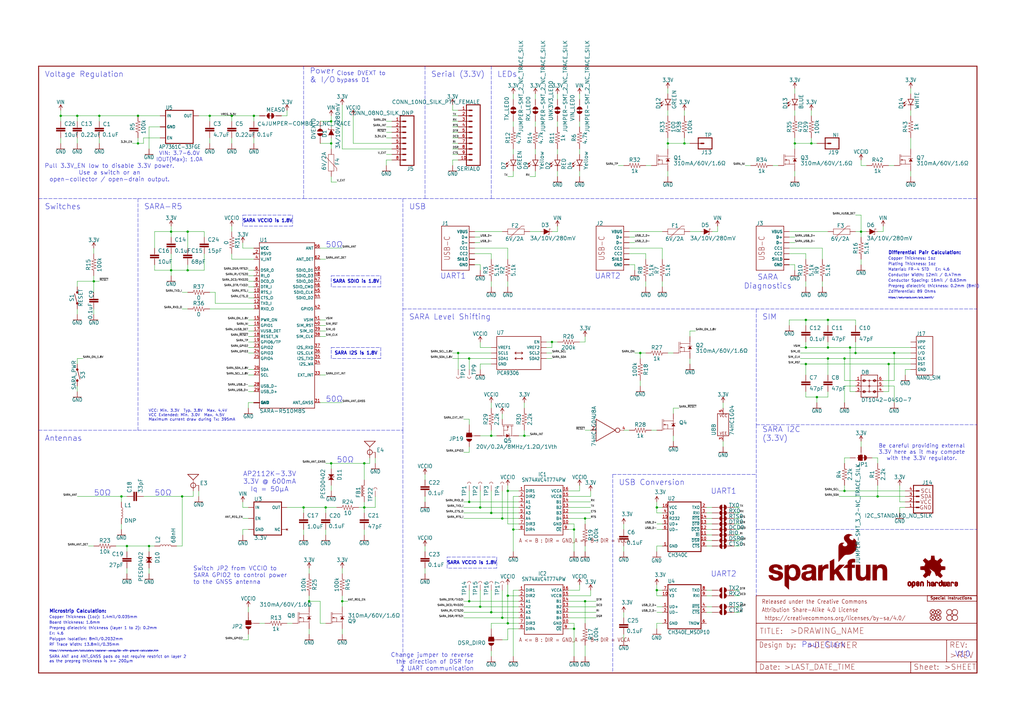
<source format=kicad_sch>
(kicad_sch (version 20211123) (generator eeschema)
  (paper "User" 471.221 329.717)
  (lib_symbols
    (symbol "schematicEagle-eagle-import:0.1UF-0603-25V-5%"
      (property "Reference" "C" (at 1.524 2.921 0))
      (property "Value" "0.1UF-0603-25V-5%" (at 1.524 -2.159 0))
      (symbol "0.1UF-0603-25V-5%_1_0"
        (pin passive line (at 0 5.08 270) (length 2.54) (name "1") (number "1"))
        (pin passive line (at 0 -2.54 90) (length 2.54) (name "2") (number "2"))
      )
    )
    (symbol "schematicEagle-eagle-import:0.22UF-0603-25V-10%"
      (property "Reference" "C" (at 1.524 2.921 0))
      (property "Value" "0.22UF-0603-25V-10%" (at 1.524 -2.159 0))
      (symbol "0.22UF-0603-25V-10%_1_0"
        (pin passive line (at 0 5.08 270) (length 2.54) (name "1") (number "1"))
        (pin passive line (at 0 -2.54 90) (length 2.54) (name "2") (number "2"))
      )
    )
    (symbol "schematicEagle-eagle-import:0OHM-0603-1{slash}10W"
      (property "Reference" "R" (at 0 1.524 0))
      (property "Value" "0OHM-0603-1{slash}10W" (at 0 -1.524 0))
      (symbol "0OHM-0603-1{slash}10W_1_0"
        (pin passive line (at -5.08 0 0) (length 2.54) (name "1") (number "1"))
        (pin passive line (at 5.08 0 180) (length 2.54) (name "2") (number "2"))
      )
    )
    (symbol "schematicEagle-eagle-import:1.0UF-0603-16V-10%"
      (property "Reference" "C" (at 1.524 2.921 0))
      (property "Value" "1.0UF-0603-16V-10%" (at 1.524 -2.159 0))
      (symbol "1.0UF-0603-16V-10%_1_0"
        (pin passive line (at 0 5.08 270) (length 2.54) (name "1") (number "1"))
        (pin passive line (at 0 -2.54 90) (length 2.54) (name "2") (number "2"))
      )
    )
    (symbol "schematicEagle-eagle-import:100KOHM-0603-1{slash}10W-1%"
      (property "Reference" "R" (at 0 1.524 0))
      (property "Value" "100KOHM-0603-1{slash}10W-1%" (at 0 -1.524 0))
      (symbol "100KOHM-0603-1{slash}10W-1%_1_0"
        (pin passive line (at -5.08 0 0) (length 2.54) (name "1") (number "1"))
        (pin passive line (at 5.08 0 180) (length 2.54) (name "2") (number "2"))
      )
    )
    (symbol "schematicEagle-eagle-import:100OHM-0603-1{slash}10W-1%"
      (property "Reference" "R" (at 0 1.524 0))
      (property "Value" "100OHM-0603-1{slash}10W-1%" (at 0 -1.524 0))
      (symbol "100OHM-0603-1{slash}10W-1%_1_0"
        (pin passive line (at -5.08 0 0) (length 2.54) (name "1") (number "1"))
        (pin passive line (at 5.08 0 180) (length 2.54) (name "2") (number "2"))
      )
    )
    (symbol "schematicEagle-eagle-import:10KOHM-0603-1{slash}10W-1%"
      (property "Reference" "R" (at 0 1.524 0))
      (property "Value" "10KOHM-0603-1{slash}10W-1%" (at 0 -1.524 0))
      (symbol "10KOHM-0603-1{slash}10W-1%_1_0"
        (pin passive line (at -5.08 0 0) (length 2.54) (name "1") (number "1"))
        (pin passive line (at 5.08 0 180) (length 2.54) (name "2") (number "2"))
      )
    )
    (symbol "schematicEagle-eagle-import:10OHM-0603-1{slash}10W-1%"
      (property "Reference" "R" (at 0 1.524 0))
      (property "Value" "10OHM-0603-1{slash}10W-1%" (at 0 -1.524 0))
      (symbol "10OHM-0603-1{slash}10W-1%_1_0"
        (pin passive line (at -5.08 0 0) (length 2.54) (name "1") (number "1"))
        (pin passive line (at 5.08 0 180) (length 2.54) (name "2") (number "2"))
      )
    )
    (symbol "schematicEagle-eagle-import:10UF-0603-6.3V-20%"
      (property "Reference" "C" (at 1.524 2.921 0))
      (property "Value" "10UF-0603-6.3V-20%" (at 1.524 -2.159 0))
      (symbol "10UF-0603-6.3V-20%_1_0"
        (pin passive line (at 0 5.08 270) (length 2.54) (name "1") (number "1"))
        (pin passive line (at 0 -2.54 90) (length 2.54) (name "2") (number "2"))
      )
    )
    (symbol "schematicEagle-eagle-import:10UF-0805-25V-10%"
      (property "Reference" "C" (at 1.524 2.921 0))
      (property "Value" "10UF-0805-25V-10%" (at 1.524 -2.159 0))
      (symbol "10UF-0805-25V-10%_1_0"
        (pin passive line (at 0 5.08 270) (length 2.54) (name "1") (number "1"))
        (pin passive line (at 0 -2.54 90) (length 2.54) (name "2") (number "2"))
      )
    )
    (symbol "schematicEagle-eagle-import:15PF-0603-50V-5%"
      (property "Reference" "C" (at 1.524 2.921 0))
      (property "Value" "15PF-0603-50V-5%" (at 1.524 -2.159 0))
      (symbol "15PF-0603-50V-5%_1_0"
        (pin passive line (at 0 5.08 270) (length 2.54) (name "1") (number "1"))
        (pin passive line (at 0 -2.54 90) (length 2.54) (name "2") (number "2"))
      )
    )
    (symbol "schematicEagle-eagle-import:1KOHM-0603-1{slash}10W-1%"
      (property "Reference" "R" (at 0 1.524 0))
      (property "Value" "1KOHM-0603-1{slash}10W-1%" (at 0 -1.524 0))
      (symbol "1KOHM-0603-1{slash}10W-1%_1_0"
        (pin passive line (at -5.08 0 0) (length 2.54) (name "1") (number "1"))
        (pin passive line (at 5.08 0 180) (length 2.54) (name "2") (number "2"))
      )
    )
    (symbol "schematicEagle-eagle-import:2.2KOHM-0603-1{slash}10W-1%"
      (property "Reference" "R" (at 0 1.524 0))
      (property "Value" "2.2KOHM-0603-1{slash}10W-1%" (at 0 -1.524 0))
      (symbol "2.2KOHM-0603-1{slash}10W-1%_1_0"
        (pin passive line (at -5.08 0 0) (length 2.54) (name "1") (number "1"))
        (pin passive line (at 5.08 0 180) (length 2.54) (name "2") (number "2"))
      )
    )
    (symbol "schematicEagle-eagle-import:200KOHM-0603-1{slash}10W-1%"
      (property "Reference" "R" (at 0 1.524 0))
      (property "Value" "200KOHM-0603-1{slash}10W-1%" (at 0 -1.524 0))
      (symbol "200KOHM-0603-1{slash}10W-1%_1_0"
        (pin passive line (at -5.08 0 0) (length 2.54) (name "1") (number "1"))
        (pin passive line (at 5.08 0 180) (length 2.54) (name "2") (number "2"))
      )
    )
    (symbol "schematicEagle-eagle-import:27PF-0402-50V-5%"
      (property "Reference" "C" (at 1.524 2.921 0))
      (property "Value" "27PF-0402-50V-5%" (at 1.524 -2.159 0))
      (symbol "27PF-0402-50V-5%_1_0"
        (pin passive line (at 0 5.08 270) (length 2.54) (name "1") (number "1"))
        (pin passive line (at 0 -2.54 90) (length 2.54) (name "2") (number "2"))
      )
    )
    (symbol "schematicEagle-eagle-import:3.3V" (power)
      (property "Value" "3.3V" (at 0 2.794 0))
      (symbol "3.3V_1_0"
        (pin power_in line (at 0 0 90) (length 2.54) (name "3.3V") (number "1"))
      )
    )
    (symbol "schematicEagle-eagle-import:33PF-0402T-50V-5%"
      (property "Reference" "C" (at 1.524 2.921 0))
      (property "Value" "33PF-0402T-50V-5%" (at 1.524 -2.159 0))
      (symbol "33PF-0402T-50V-5%_1_0"
        (pin passive line (at 0 5.08 270) (length 2.54) (name "1") (number "1"))
        (pin passive line (at 0 -2.54 90) (length 2.54) (name "2") (number "2"))
      )
    )
    (symbol "schematicEagle-eagle-import:4.7KOHM-0603-1{slash}10W-1%"
      (property "Reference" "R" (at 0 1.524 0))
      (property "Value" "4.7KOHM-0603-1{slash}10W-1%" (at 0 -1.524 0))
      (symbol "4.7KOHM-0603-1{slash}10W-1%_1_0"
        (pin passive line (at -5.08 0 0) (length 2.54) (name "1") (number "1"))
        (pin passive line (at 5.08 0 180) (length 2.54) (name "2") (number "2"))
      )
    )
    (symbol "schematicEagle-eagle-import:4.7UF-0603-6.3V-(10%)"
      (property "Reference" "C" (at 1.524 2.921 0))
      (property "Value" "4.7UF-0603-6.3V-(10%)" (at 1.524 -2.159 0))
      (symbol "4.7UF-0603-6.3V-(10%)_1_0"
        (pin passive line (at 0 5.08 270) (length 2.54) (name "1") (number "1"))
        (pin passive line (at 0 -2.54 90) (length 2.54) (name "2") (number "2"))
      )
    )
    (symbol "schematicEagle-eagle-import:470OHM-0603-1{slash}10W-1%"
      (property "Reference" "R" (at 0 1.524 0))
      (property "Value" "470OHM-0603-1{slash}10W-1%" (at 0 -1.524 0))
      (symbol "470OHM-0603-1{slash}10W-1%_1_0"
        (pin passive line (at -5.08 0 0) (length 2.54) (name "1") (number "1"))
        (pin passive line (at 5.08 0 180) (length 2.54) (name "2") (number "2"))
      )
    )
    (symbol "schematicEagle-eagle-import:47PF-0603-50V-5%"
      (property "Reference" "C" (at 1.524 2.921 0))
      (property "Value" "47PF-0603-50V-5%" (at 1.524 -2.159 0))
      (symbol "47PF-0603-50V-5%_1_0"
        (pin passive line (at 0 5.08 270) (length 2.54) (name "1") (number "1"))
        (pin passive line (at 0 -2.54 90) (length 2.54) (name "2") (number "2"))
      )
    )
    (symbol "schematicEagle-eagle-import:5.1KOHM5.1KOHM-0603-1{slash}10W-1%"
      (property "Reference" "R" (at 0 1.524 0))
      (property "Value" "5.1KOHM5.1KOHM-0603-1{slash}10W-1%" (at 0 -1.524 0))
      (symbol "5.1KOHM5.1KOHM-0603-1{slash}10W-1%_1_0"
        (pin passive line (at -5.08 0 0) (length 2.54) (name "1") (number "1"))
        (pin passive line (at 5.08 0 180) (length 2.54) (name "2") (number "2"))
      )
    )
    (symbol "schematicEagle-eagle-import:68NH-0402"
      (property "Value" "68NH-0402" (at 1.27 -2.54 0))
      (symbol "68NH-0402_1_0"
        (pin passive line (at 0 5.08 270) (length 2.54) (name "1") (number "P$1"))
        (pin passive line (at 0 -5.08 90) (length 2.54) (name "2") (number "P$2"))
      )
    )
    (symbol "schematicEagle-eagle-import:68PF-0603-50V-5%"
      (property "Reference" "C" (at 1.524 2.921 0))
      (property "Value" "68PF-0603-50V-5%" (at 1.524 -2.159 0))
      (symbol "68PF-0603-50V-5%_1_0"
        (pin passive line (at 0 5.08 270) (length 2.54) (name "1") (number "1"))
        (pin passive line (at 0 -2.54 90) (length 2.54) (name "2") (number "2"))
      )
    )
    (symbol "schematicEagle-eagle-import:741G04"
      (property "Reference" "U" (at -3.302 -5.08 90))
      (property "Value" "741G04" (at 5.08 -5.08 90))
      (symbol "741G04_1_0"
        (pin bidirectional line (at -5.08 0 0) (length 2.54) (name "A") (number "2"))
        (pin bidirectional line (at 10.16 0 180) (length 0) (name "Y") (number "4"))
      )
      (symbol "741G04_2_0"
        (text "VCC" (at 0.127 3.429 0) (effects (font (size 1.27 1.27)) (justify bottom)))
        (text "VEE" (at 0.127 -4.699 0) (effects (font (size 1.27 1.27)) (justify bottom)))
        (pin bidirectional line (at 0 -7.62 90) (length 2.54) (name "P$V-") (number "3"))
        (pin bidirectional line (at 0 7.62 270) (length 2.54) (name "P$V+") (number "5"))
      )
    )
    (symbol "schematicEagle-eagle-import:ANTENNA-SMA-GROUNDEDEDGE_SMA_SMD"
      (property "Reference" "E" (at 3.048 0 0))
      (property "Value" "ANTENNA-SMA-GROUNDEDEDGE_SMA_SMD" (at 3.048 -2.286 0))
      (symbol "ANTENNA-SMA-GROUNDEDEDGE_SMA_SMD_1_0"
        (pin bidirectional line (at 2.54 -2.54 90) (length 2.54) (name "GND") (number "GND@0"))
        (pin bidirectional line (at 2.54 -2.54 90) (length 2.54) (name "GND") (number "GND@1"))
        (pin bidirectional line (at 0 -2.54 90) (length 2.54) (name "SIGNAL") (number "SIG"))
      )
    )
    (symbol "schematicEagle-eagle-import:AP7361C-33FGEUDFN-8"
      (property "Reference" "U" (at -7.62 7.874 0))
      (property "Value" "AP7361C-33FGEUDFN-8" (at -7.62 -7.874 0))
      (symbol "AP7361C-33FGEUDFN-8_1_0"
        (pin output line (at 7.62 5.08 180) (length 2.54) (name "OUT") (number "1"))
        (pin input line (at -10.16 0 0) (length 2.54) (name "GND") (number "4"))
        (pin bidirectional line (at -10.16 -5.08 0) (length 2.54) (name "EN") (number "5"))
        (pin input line (at -10.16 5.08 0) (length 2.54) (name "IN") (number "8"))
        (pin input line (at -10.16 0 0) (length 2.54) (name "GND") (number "EP"))
      )
    )
    (symbol "schematicEagle-eagle-import:CH340C"
      (property "Reference" "U" (at -7.62 10.795 0))
      (property "Value" "CH340C" (at -7.62 -15.24 0))
      (symbol "CH340C_1_0"
        (pin bidirectional line (at -10.16 -10.16 0) (length 2.54) (name "GND") (number "1"))
        (pin bidirectional line (at 10.16 -7.62 180) (length 2.54) (name "~{DSR}") (number "10"))
        (pin bidirectional line (at 10.16 -5.08 180) (length 2.54) (name "~{RI}") (number "11"))
        (pin bidirectional line (at 10.16 -2.54 180) (length 2.54) (name "~{DCD}") (number "12"))
        (pin bidirectional line (at 10.16 0 180) (length 2.54) (name "~{DTR}") (number "13"))
        (pin bidirectional line (at 10.16 2.54 180) (length 2.54) (name "~{RTS}") (number "14"))
        (pin bidirectional line (at -10.16 2.54 0) (length 2.54) (name "R232") (number "15"))
        (pin bidirectional line (at -10.16 7.62 0) (length 2.54) (name "VCC") (number "16"))
        (pin bidirectional line (at 10.16 7.62 180) (length 2.54) (name "TXO") (number "2"))
        (pin bidirectional line (at 10.16 5.08 180) (length 2.54) (name "RXI") (number "3"))
        (pin bidirectional line (at -10.16 5.08 0) (length 2.54) (name "V3") (number "4"))
        (pin bidirectional line (at -10.16 0 0) (length 2.54) (name "UD+") (number "5"))
        (pin bidirectional line (at -10.16 -2.54 0) (length 2.54) (name "UD-") (number "6"))
        (pin bidirectional line (at 10.16 -10.16 180) (length 2.54) (name "~{CTS}") (number "9"))
      )
    )
    (symbol "schematicEagle-eagle-import:CH340E_MSOP10"
      (property "Reference" "U" (at -7.62 10.795 0))
      (property "Value" "CH340E_MSOP10" (at -7.62 -12.7 0))
      (symbol "CH340E_MSOP10_1_0"
        (pin bidirectional line (at -10.16 0 0) (length 2.54) (name "UD+") (number "1"))
        (pin bidirectional line (at -10.16 5.08 0) (length 2.54) (name "V3") (number "10"))
        (pin bidirectional line (at -10.16 -2.54 0) (length 2.54) (name "UD-") (number "2"))
        (pin bidirectional line (at -10.16 -7.62 0) (length 2.54) (name "GND") (number "3"))
        (pin bidirectional line (at 10.16 0 180) (length 2.54) (name "~{RTS}") (number "4"))
        (pin bidirectional line (at 10.16 -2.54 180) (length 2.54) (name "~{CTS}") (number "5"))
        (pin bidirectional line (at 10.16 -7.62 180) (length 2.54) (name "TNOW") (number "6"))
        (pin bidirectional line (at -10.16 7.62 0) (length 2.54) (name "VCC") (number "7"))
        (pin bidirectional line (at 10.16 7.62 180) (length 2.54) (name "TXO") (number "8"))
        (pin bidirectional line (at 10.16 5.08 180) (length 2.54) (name "RXI") (number "9"))
      )
    )
    (symbol "schematicEagle-eagle-import:CONN_01PTH_NO_SILK_YES_STOP"
      (property "Reference" "J" (at -2.54 3.048 0))
      (property "Value" "CONN_01PTH_NO_SILK_YES_STOP" (at -2.54 -4.826 0))
      (symbol "CONN_01PTH_NO_SILK_YES_STOP_1_0"
        (pin passive line (at 7.62 0 180) (length 5.08) (name "1") (number "1"))
      )
    )
    (symbol "schematicEagle-eagle-import:CONN_08NO_SILK_DNP"
      (property "Reference" "J" (at -5.08 13.208 0))
      (property "Value" "CONN_08NO_SILK_DNP" (at -5.08 -12.446 0))
      (symbol "CONN_08NO_SILK_DNP_1_0"
        (pin passive line (at 5.08 -7.62 180) (length 5.08) (name "1") (number "1"))
        (pin passive line (at 5.08 -5.08 180) (length 5.08) (name "2") (number "2"))
        (pin passive line (at 5.08 -2.54 180) (length 5.08) (name "3") (number "3"))
        (pin passive line (at 5.08 0 180) (length 5.08) (name "4") (number "4"))
        (pin passive line (at 5.08 2.54 180) (length 5.08) (name "5") (number "5"))
        (pin passive line (at 5.08 5.08 180) (length 5.08) (name "6") (number "6"))
        (pin passive line (at 5.08 7.62 180) (length 5.08) (name "7") (number "7"))
        (pin passive line (at 5.08 10.16 180) (length 5.08) (name "8") (number "8"))
      )
    )
    (symbol "schematicEagle-eagle-import:CONN_10NO_SILK_PTH_FEMALE"
      (property "Reference" "J" (at 0 8.128 0))
      (property "Value" "CONN_10NO_SILK_PTH_FEMALE" (at 0 -22.606 0))
      (symbol "CONN_10NO_SILK_PTH_FEMALE_1_0"
        (pin passive line (at 10.16 -17.78 180) (length 5.08) (name "1") (number "1"))
        (pin passive line (at 10.16 5.08 180) (length 5.08) (name "10") (number "10"))
        (pin passive line (at 10.16 -15.24 180) (length 5.08) (name "2") (number "2"))
        (pin passive line (at 10.16 -12.7 180) (length 5.08) (name "3") (number "3"))
        (pin passive line (at 10.16 -10.16 180) (length 5.08) (name "4") (number "4"))
        (pin passive line (at 10.16 -7.62 180) (length 5.08) (name "5") (number "5"))
        (pin passive line (at 10.16 -5.08 180) (length 5.08) (name "6") (number "6"))
        (pin passive line (at 10.16 -2.54 180) (length 5.08) (name "7") (number "7"))
        (pin passive line (at 10.16 0 180) (length 5.08) (name "8") (number "8"))
        (pin passive line (at 10.16 2.54 180) (length 5.08) (name "9") (number "9"))
      )
    )
    (symbol "schematicEagle-eagle-import:DIODE-SCHOTTKY-BAT60A"
      (property "Reference" "D" (at -2.54 2.032 0))
      (property "Value" "DIODE-SCHOTTKY-BAT60A" (at -2.54 -2.032 0))
      (symbol "DIODE-SCHOTTKY-BAT60A_1_0"
        (pin passive line (at -2.54 0 0) (length 0) (name "A") (number "A"))
        (pin passive line (at 2.54 0 180) (length 0) (name "C") (number "C"))
      )
    )
    (symbol "schematicEagle-eagle-import:FERRITE_BEAD-0603"
      (property "Reference" "FB" (at 1.27 2.54 0))
      (property "Value" "FERRITE_BEAD-0603" (at 1.27 -2.54 0))
      (symbol "FERRITE_BEAD-0603_1_0"
        (pin passive line (at 0 5.08 270) (length 2.54) (name "1") (number "1"))
        (pin passive line (at 0 -5.08 90) (length 2.54) (name "2") (number "2"))
      )
    )
    (symbol "schematicEagle-eagle-import:FIDUCIALUFIDUCIAL")
    (symbol "schematicEagle-eagle-import:FRAME-LEDGER"
      (symbol "FRAME-LEDGER_2_0"
        (text " https://creativecommons.org/licenses/by-sa/4.0/" (at 2.54 24.13 0) (effects (font (size 1.9304 1.6408)) (justify left bottom)))
        (text ">DESIGNER" (at 23.114 11.176 0) (effects (font (size 2.7432 2.7432)) (justify left bottom)))
        (text ">DRAWING_NAME" (at 15.494 17.78 0) (effects (font (size 2.7432 2.7432)) (justify left bottom)))
        (text ">LAST_DATE_TIME" (at 12.7 1.27 0) (effects (font (size 2.54 2.54)) (justify left bottom)))
        (text ">REV" (at 88.9 6.604 0) (effects (font (size 2.7432 2.7432)) (justify left bottom)))
        (text ">SHEET" (at 86.36 1.27 0) (effects (font (size 2.54 2.54)) (justify left bottom)))
        (text "Attribution Share-Alike 4.0 License" (at 2.54 27.94 0) (effects (font (size 1.9304 1.6408)) (justify left bottom)))
        (text "Date:" (at 1.27 1.27 0) (effects (font (size 2.54 2.54)) (justify left bottom)))
        (text "Design by:" (at 1.27 11.43 0) (effects (font (size 2.54 2.159)) (justify left bottom)))
        (text "Released under the Creative Commons" (at 2.54 31.75 0) (effects (font (size 1.9304 1.6408)) (justify left bottom)))
        (text "REV:" (at 88.9 11.43 0) (effects (font (size 2.54 2.54)) (justify left bottom)))
        (text "Sheet:" (at 72.39 1.27 0) (effects (font (size 2.54 2.54)) (justify left bottom)))
        (text "TITLE:" (at 1.524 17.78 0) (effects (font (size 2.54 2.54)) (justify left bottom)))
      )
    )
    (symbol "schematicEagle-eagle-import:GND" (power)
      (property "Value" "GND" (at 0 -0.254 0))
      (symbol "GND_1_0"
        (pin power_in line (at 0 2.54 270) (length 2.54) (name "GND") (number "1"))
      )
    )
    (symbol "schematicEagle-eagle-import:I2C_STANDARD_NO_SILK"
      (property "Reference" "J" (at -5.08 7.874 0))
      (property "Value" "I2C_STANDARD_NO_SILK" (at -5.08 -5.334 0))
      (symbol "I2C_STANDARD_NO_SILK_1_0"
        (text "GND" (at -4.572 -2.54 0) (effects (font (size 1.778 1.778)) (justify left)))
        (text "SCL" (at -4.572 5.08 0) (effects (font (size 1.778 1.778)) (justify left)))
        (text "SDA" (at -4.572 2.54 0) (effects (font (size 1.778 1.778)) (justify left)))
        (text "VCC" (at -4.572 0 0) (effects (font (size 1.778 1.778)) (justify left)))
        (pin power_in line (at 7.62 -2.54 180) (length 5.08) (name "1") (number "1"))
        (pin power_in line (at 7.62 0 180) (length 5.08) (name "2") (number "2"))
        (pin passive line (at 7.62 2.54 180) (length 5.08) (name "3") (number "3"))
        (pin passive line (at 7.62 5.08 180) (length 5.08) (name "4") (number "4"))
      )
    )
    (symbol "schematicEagle-eagle-import:INDUCTORDNP-0402-COILCRAFT"
      (property "Reference" "L" (at 1.27 2.54 0))
      (property "Value" "INDUCTORDNP-0402-COILCRAFT" (at 1.27 -2.54 0))
      (symbol "INDUCTORDNP-0402-COILCRAFT_1_0"
        (pin passive line (at 0 5.08 270) (length 2.54) (name "1") (number "P$1"))
        (pin passive line (at 0 -5.08 90) (length 2.54) (name "2") (number "P$2"))
      )
    )
    (symbol "schematicEagle-eagle-import:JUMPER-COMBO_2_NC_TRACE"
      (property "Reference" "JP" (at -2.54 2.54 0))
      (property "Value" "JUMPER-COMBO_2_NC_TRACE" (at -2.54 -2.54 0))
      (symbol "JUMPER-COMBO_2_NC_TRACE_1_0"
        (pin passive line (at -5.08 0 0) (length 2.54) (name "1") (number "1"))
        (pin passive line (at 5.08 0 180) (length 2.54) (name "2") (number "2"))
        (pin passive line (at -5.08 0 0) (length 2.54) (name "1") (number "3"))
        (pin passive line (at 5.08 0 180) (length 2.54) (name "2") (number "4"))
      )
    )
    (symbol "schematicEagle-eagle-import:JUMPER-SMT_2_NC_TRACE_SILK"
      (property "Reference" "JP" (at -2.54 2.54 0))
      (property "Value" "JUMPER-SMT_2_NC_TRACE_SILK" (at -2.54 -2.54 0))
      (symbol "JUMPER-SMT_2_NC_TRACE_SILK_1_0"
        (pin passive line (at -5.08 0 0) (length 2.54) (name "1") (number "1"))
        (pin passive line (at 5.08 0 180) (length 2.54) (name "2") (number "2"))
      )
    )
    (symbol "schematicEagle-eagle-import:JUMPER-SMT_2_NO_SILK"
      (property "Reference" "JP" (at -2.54 2.54 0))
      (property "Value" "JUMPER-SMT_2_NO_SILK" (at -2.54 -2.54 0))
      (symbol "JUMPER-SMT_2_NO_SILK_1_0"
        (pin passive line (at -5.08 0 0) (length 2.54) (name "1") (number "1"))
        (pin passive line (at 5.08 0 180) (length 2.54) (name "2") (number "2"))
      )
    )
    (symbol "schematicEagle-eagle-import:JUMPER-SMT_3_1-NC_TRACE_SILK"
      (property "Reference" "JP" (at 2.54 0.381 0))
      (property "Value" "JUMPER-SMT_3_1-NC_TRACE_SILK" (at 2.54 -0.381 0))
      (symbol "JUMPER-SMT_3_1-NC_TRACE_SILK_1_0"
        (pin passive line (at 0 5.08 270) (length 2.54) (name "1") (number "1"))
        (pin passive line (at -5.08 0 0) (length 2.54) (name "2") (number "2"))
        (pin passive line (at 0 -5.08 90) (length 2.54) (name "3") (number "3"))
      )
    )
    (symbol "schematicEagle-eagle-import:JUMPER-SMT_3_2-NC_TRACE_SILK"
      (property "Reference" "JP" (at 2.54 0.381 0))
      (property "Value" "JUMPER-SMT_3_2-NC_TRACE_SILK" (at 2.54 -0.381 0))
      (symbol "JUMPER-SMT_3_2-NC_TRACE_SILK_1_0"
        (pin passive line (at 0 5.08 270) (length 2.54) (name "1") (number "1"))
        (pin passive line (at -5.08 0 0) (length 2.54) (name "2") (number "2"))
        (pin passive line (at 0 -5.08 90) (length 2.54) (name "3") (number "3"))
      )
    )
    (symbol "schematicEagle-eagle-import:LED-BLUE0603"
      (property "Reference" "D" (at -3.429 -4.572 90))
      (property "Value" "LED-BLUE0603" (at 1.905 -4.572 90))
      (symbol "LED-BLUE0603_1_0"
        (pin passive line (at 0 2.54 270) (length 2.54) (name "A") (number "A"))
        (pin passive line (at 0 -5.08 90) (length 2.54) (name "C") (number "C"))
      )
    )
    (symbol "schematicEagle-eagle-import:LED-GREEN0603"
      (property "Reference" "D" (at -3.429 -4.572 90))
      (property "Value" "LED-GREEN0603" (at 1.905 -4.572 90))
      (symbol "LED-GREEN0603_1_0"
        (pin passive line (at 0 2.54 270) (length 2.54) (name "A") (number "A"))
        (pin passive line (at 0 -5.08 90) (length 2.54) (name "C") (number "C"))
      )
    )
    (symbol "schematicEagle-eagle-import:LED-RED0603"
      (property "Reference" "D" (at -3.429 -4.572 90))
      (property "Value" "LED-RED0603" (at 1.905 -4.572 90))
      (symbol "LED-RED0603_1_0"
        (pin passive line (at 0 2.54 270) (length 2.54) (name "A") (number "A"))
        (pin passive line (at 0 -5.08 90) (length 2.54) (name "C") (number "C"))
      )
    )
    (symbol "schematicEagle-eagle-import:LED-WHITE0603"
      (property "Reference" "D" (at -3.429 -4.572 90))
      (property "Value" "LED-WHITE0603" (at 1.905 -4.572 90))
      (symbol "LED-WHITE0603_1_0"
        (pin passive line (at 0 2.54 270) (length 2.54) (name "A") (number "A"))
        (pin passive line (at 0 -5.08 90) (length 2.54) (name "C") (number "C"))
      )
    )
    (symbol "schematicEagle-eagle-import:LED-YELLOW0603"
      (property "Reference" "D" (at -3.429 -4.572 90))
      (property "Value" "LED-YELLOW0603" (at 1.905 -4.572 90))
      (symbol "LED-YELLOW0603_1_0"
        (pin passive line (at 0 2.54 270) (length 2.54) (name "A") (number "A"))
        (pin passive line (at 0 -5.08 90) (length 2.54) (name "C") (number "C"))
      )
    )
    (symbol "schematicEagle-eagle-import:MOMENTARY-SWITCH-SPST-SMD-5.2-TALL-REDUNDANT"
      (property "Reference" "S" (at 0 1.524 0))
      (property "Value" "MOMENTARY-SWITCH-SPST-SMD-5.2-TALL-REDUNDANT" (at 0 -0.508 0))
      (symbol "MOMENTARY-SWITCH-SPST-SMD-5.2-TALL-REDUNDANT_1_0"
        (pin passive line (at -5.08 0 0) (length 2.54) (name "1") (number "1"))
        (pin passive line (at -5.08 0 0) (length 2.54) (name "1") (number "2"))
        (pin passive line (at 5.08 0 180) (length 2.54) (name "2") (number "3"))
        (pin passive line (at 5.08 0 180) (length 2.54) (name "2") (number "4"))
      )
    )
    (symbol "schematicEagle-eagle-import:MOSFET-NCH-2N7002PW"
      (property "Reference" "Q" (at 5.08 0 0))
      (property "Value" "MOSFET-NCH-2N7002PW" (at 5.08 -2.54 0))
      (symbol "MOSFET-NCH-2N7002PW_1_0"
        (pin bidirectional line (at -5.08 -2.54 0) (length 2.54) (name "G") (number "1"))
        (pin bidirectional line (at 2.54 -5.08 90) (length 2.54) (name "S") (number "2"))
        (pin bidirectional line (at 2.54 5.08 270) (length 2.54) (name "D") (number "3"))
      )
    )
    (symbol "schematicEagle-eagle-import:MOSFET-NCH-RE1C00UNTL"
      (property "Reference" "Q" (at 5.08 0 0))
      (property "Value" "MOSFET-NCH-RE1C00UNTL" (at 5.08 -2.54 0))
      (symbol "MOSFET-NCH-RE1C00UNTL_1_0"
        (pin bidirectional line (at -5.08 -2.54 0) (length 2.54) (name "G") (number "1"))
        (pin bidirectional line (at 2.54 -5.08 90) (length 2.54) (name "S") (number "2"))
        (pin bidirectional line (at 2.54 5.08 270) (length 2.54) (name "D") (number "3"))
      )
    )
    (symbol "schematicEagle-eagle-import:OSHW-LOGOMINI")
    (symbol "schematicEagle-eagle-import:PCA9306VSSOP_8PIN"
      (property "Reference" "U" (at -10.16 8.382 0))
      (property "Value" "PCA9306VSSOP_8PIN" (at -10.16 -10.16 0))
      (symbol "PCA9306VSSOP_8PIN_1_0"
        (pin power_in line (at -12.7 -5.08 0) (length 2.54) (name "GND") (number "P1"))
        (pin power_in line (at -12.7 2.54 0) (length 2.54) (name "VREF1") (number "P2"))
        (pin bidirectional line (at -12.7 0 0) (length 2.54) (name "SCL1") (number "P3"))
        (pin bidirectional line (at -12.7 -2.54 0) (length 2.54) (name "SDA1") (number "P4"))
        (pin bidirectional line (at 12.7 -2.54 180) (length 2.54) (name "SDA2") (number "P5"))
        (pin bidirectional line (at 12.7 0 180) (length 2.54) (name "SCL2") (number "P6"))
        (pin power_in line (at 12.7 2.54 180) (length 2.54) (name "VREF2") (number "P7"))
        (pin input line (at 12.7 5.08 180) (length 2.54) (name "EN") (number "P8"))
      )
    )
    (symbol "schematicEagle-eagle-import:PESD0402"
      (property "Reference" "D" (at -2.54 2.794 0))
      (property "Value" "PESD0402" (at -2.54 -2.794 0))
      (symbol "PESD0402_1_0"
        (pin bidirectional line (at -2.54 0 0) (length 2.54) (name "1") (number "1"))
        (pin bidirectional line (at 5.08 0 180) (length 2.54) (name "2") (number "2"))
      )
    )
    (symbol "schematicEagle-eagle-import:PPTC_6V2A"
      (property "Reference" "F" (at 1.905 3.175 0))
      (property "Value" "PPTC_6V2A" (at 1.27 -2.794 0))
      (symbol "PPTC_6V2A_1_0"
        (pin bidirectional line (at -5.08 0 0) (length 2.54) (name "1") (number "1"))
        (pin bidirectional line (at 7.62 0 180) (length 2.54) (name "2") (number "2"))
      )
    )
    (symbol "schematicEagle-eagle-import:SARA-R510M8S"
      (property "Reference" "U" (at -12.7 35.814 0))
      (property "Value" "SARA-R510M8S" (at -12.7 -40.894 0))
      (symbol "SARA-R510M8S_1_0"
        (pin power_in line (at -15.24 -38.1 0) (length 2.54) (name "GND") (number "1"))
        (pin input line (at -15.24 12.7 0) (length 2.54) (name "RTS_I") (number "10"))
        (pin output line (at -15.24 10.16 0) (length 2.54) (name "CTS_O") (number "11"))
        (pin input line (at -15.24 7.62 0) (length 2.54) (name "TXD_I") (number "12"))
        (pin output line (at -15.24 5.08 0) (length 2.54) (name "RXD_O") (number "13"))
        (pin power_in line (at -15.24 -38.1 0) (length 2.54) (name "GND") (number "14"))
        (pin input line (at -15.24 0 0) (length 2.54) (name "PWR_ON") (number "15"))
        (pin bidirectional line (at -15.24 -2.54 0) (length 2.54) (name "GPIO1") (number "16"))
        (pin input line (at -15.24 -5.08 0) (length 2.54) (name "VUSB_DET") (number "17"))
        (pin input line (at -15.24 -7.62 0) (length 2.54) (name "RESET_N") (number "18"))
        (pin bidirectional line (at -15.24 -10.16 0) (length 2.54) (name "GPIO6/TP") (number "19"))
        (pin no_connect line (at -15.24 30.48 0) (length 2.54) (name "RSVD") (number "2"))
        (pin power_in line (at -15.24 -38.1 0) (length 2.54) (name "GND") (number "20"))
        (pin power_in line (at -15.24 -38.1 0) (length 2.54) (name "GND") (number "21"))
        (pin power_in line (at -15.24 -38.1 0) (length 2.54) (name "GND") (number "22"))
        (pin bidirectional line (at -15.24 -12.7 0) (length 2.54) (name "GPIO2") (number "23"))
        (pin bidirectional line (at -15.24 -15.24 0) (length 2.54) (name "GPIO3") (number "24"))
        (pin bidirectional line (at -15.24 -17.78 0) (length 2.54) (name "GPIO4") (number "25"))
        (pin bidirectional line (at -15.24 -22.86 0) (length 2.54) (name "SDA") (number "26"))
        (pin bidirectional line (at -15.24 -25.4 0) (length 2.54) (name "SCL") (number "27"))
        (pin bidirectional line (at -15.24 -30.48 0) (length 2.54) (name "USB_D-") (number "28"))
        (pin bidirectional line (at -15.24 -33.02 0) (length 2.54) (name "USB_D+") (number "29"))
        (pin power_in line (at -15.24 -38.1 0) (length 2.54) (name "GND") (number "3"))
        (pin power_in line (at -15.24 -38.1 0) (length 2.54) (name "GND") (number "30"))
        (pin input line (at 15.24 -38.1 180) (length 2.54) (name "ANT_GNSS") (number "31"))
        (pin power_in line (at -15.24 -38.1 0) (length 2.54) (name "GND") (number "32"))
        (pin input line (at 15.24 -25.4 180) (length 2.54) (name "EXT_INT") (number "33"))
        (pin output line (at 15.24 -20.32 180) (length 2.54) (name "I2S_WA") (number "34"))
        (pin output line (at 15.24 -17.78 180) (length 2.54) (name "I2S_TXD") (number "35"))
        (pin output line (at 15.24 -15.24 180) (length 2.54) (name "I2S_CLK") (number "36"))
        (pin input line (at 15.24 -12.7 180) (length 2.54) (name "I2S_RXD") (number "37"))
        (pin output line (at 15.24 -7.62 180) (length 2.54) (name "SIM_CLK") (number "38"))
        (pin bidirectional line (at 15.24 -5.08 180) (length 2.54) (name "SIM_IO") (number "39"))
        (pin output line (at -15.24 27.94 0) (length 2.54) (name "V_INT") (number "4"))
        (pin output line (at 15.24 -2.54 180) (length 2.54) (name "SIM_RST") (number "40"))
        (pin output line (at 15.24 0 180) (length 2.54) (name "VSIM") (number "41"))
        (pin bidirectional line (at 15.24 5.08 180) (length 2.54) (name "GPIO5") (number "42"))
        (pin power_in line (at -15.24 -38.1 0) (length 2.54) (name "GND") (number "43"))
        (pin bidirectional line (at 15.24 10.16 180) (length 2.54) (name "SDIO_D2") (number "44"))
        (pin output line (at 15.24 12.7 180) (length 2.54) (name "SDIO_CLK") (number "45"))
        (pin bidirectional line (at 15.24 15.24 180) (length 2.54) (name "SDIO_CMD") (number "46"))
        (pin bidirectional line (at 15.24 17.78 180) (length 2.54) (name "SDIO_D0") (number "47"))
        (pin bidirectional line (at 15.24 20.32 180) (length 2.54) (name "SDIO_D3") (number "48"))
        (pin bidirectional line (at 15.24 22.86 180) (length 2.54) (name "SDIO_D1") (number "49"))
        (pin power_in line (at -15.24 -38.1 0) (length 2.54) (name "GND") (number "5"))
        (pin power_in line (at -15.24 -38.1 0) (length 2.54) (name "GND") (number "50"))
        (pin power_in line (at -15.24 33.02 0) (length 2.54) (name "VCC") (number "51"))
        (pin power_in line (at -15.24 33.02 0) (length 2.54) (name "VCC") (number "52"))
        (pin power_in line (at -15.24 33.02 0) (length 2.54) (name "VCC") (number "53"))
        (pin power_in line (at -15.24 -38.1 0) (length 2.54) (name "GND") (number "54"))
        (pin power_in line (at -15.24 -38.1 0) (length 2.54) (name "GND") (number "55"))
        (pin bidirectional line (at 15.24 33.02 180) (length 2.54) (name "ANT") (number "56"))
        (pin power_in line (at -15.24 -38.1 0) (length 2.54) (name "GND") (number "57"))
        (pin power_in line (at -15.24 -38.1 0) (length 2.54) (name "GND") (number "58"))
        (pin power_in line (at -15.24 -38.1 0) (length 2.54) (name "GND") (number "59"))
        (pin output line (at -15.24 22.86 0) (length 2.54) (name "DSR_O") (number "6"))
        (pin power_in line (at -15.24 -38.1 0) (length 2.54) (name "GND") (number "60"))
        (pin power_in line (at -15.24 -38.1 0) (length 2.54) (name "GND") (number "61"))
        (pin input line (at 15.24 27.94 180) (length 2.54) (name "ANT_DET") (number "62"))
        (pin power_in line (at -15.24 -38.1 0) (length 2.54) (name "GND") (number "63"))
        (pin power_in line (at -15.24 -38.1 0) (length 2.54) (name "GND") (number "64"))
        (pin power_in line (at -15.24 -38.1 0) (length 2.54) (name "GND") (number "65"))
        (pin power_in line (at -15.24 -38.1 0) (length 2.54) (name "GND") (number "66"))
        (pin power_in line (at -15.24 -38.1 0) (length 2.54) (name "GND") (number "67"))
        (pin power_in line (at -15.24 -38.1 0) (length 2.54) (name "GND") (number "68"))
        (pin power_in line (at -15.24 -38.1 0) (length 2.54) (name "GND") (number "69"))
        (pin output line (at -15.24 20.32 0) (length 2.54) (name "RI_O") (number "7"))
        (pin power_in line (at -15.24 -38.1 0) (length 2.54) (name "GND") (number "70"))
        (pin power_in line (at -15.24 -38.1 0) (length 2.54) (name "GND") (number "71"))
        (pin power_in line (at -15.24 -38.1 0) (length 2.54) (name "GND") (number "72"))
        (pin power_in line (at -15.24 -38.1 0) (length 2.54) (name "GND") (number "73"))
        (pin power_in line (at -15.24 -38.1 0) (length 2.54) (name "GND") (number "74"))
        (pin power_in line (at -15.24 -38.1 0) (length 2.54) (name "GND") (number "75"))
        (pin power_in line (at -15.24 -38.1 0) (length 2.54) (name "GND") (number "76"))
        (pin power_in line (at -15.24 -38.1 0) (length 2.54) (name "GND") (number "77"))
        (pin power_in line (at -15.24 -38.1 0) (length 2.54) (name "GND") (number "78"))
        (pin power_in line (at -15.24 -38.1 0) (length 2.54) (name "GND") (number "79"))
        (pin output line (at -15.24 17.78 0) (length 2.54) (name "DCD_O") (number "8"))
        (pin power_in line (at -15.24 -38.1 0) (length 2.54) (name "GND") (number "80"))
        (pin power_in line (at -15.24 -38.1 0) (length 2.54) (name "GND") (number "81"))
        (pin power_in line (at -15.24 -38.1 0) (length 2.54) (name "GND") (number "82"))
        (pin power_in line (at -15.24 -38.1 0) (length 2.54) (name "GND") (number "83"))
        (pin power_in line (at -15.24 -38.1 0) (length 2.54) (name "GND") (number "84"))
        (pin power_in line (at -15.24 -38.1 0) (length 2.54) (name "GND") (number "85"))
        (pin power_in line (at -15.24 -38.1 0) (length 2.54) (name "GND") (number "86"))
        (pin power_in line (at -15.24 -38.1 0) (length 2.54) (name "GND") (number "87"))
        (pin power_in line (at -15.24 -38.1 0) (length 2.54) (name "GND") (number "88"))
        (pin power_in line (at -15.24 -38.1 0) (length 2.54) (name "GND") (number "89"))
        (pin input line (at -15.24 15.24 0) (length 2.54) (name "DTR_I") (number "9"))
        (pin power_in line (at -15.24 -38.1 0) (length 2.54) (name "GND") (number "90"))
        (pin power_in line (at -15.24 -38.1 0) (length 2.54) (name "GND") (number "91"))
        (pin power_in line (at -15.24 -38.1 0) (length 2.54) (name "GND") (number "92"))
        (pin power_in line (at -15.24 -38.1 0) (length 2.54) (name "GND") (number "93"))
        (pin power_in line (at -15.24 -38.1 0) (length 2.54) (name "GND") (number "94"))
        (pin power_in line (at -15.24 -38.1 0) (length 2.54) (name "GND") (number "95"))
        (pin power_in line (at -15.24 -38.1 0) (length 2.54) (name "GND") (number "96"))
      )
    )
    (symbol "schematicEagle-eagle-import:SFE_LOGO_NAME_FLAME.1_INCH")
    (symbol "schematicEagle-eagle-import:SIMHOLDERNANOSIM"
      (property "Reference" "J" (at -4.572 10.668 0))
      (property "Value" "SIMHOLDERNANOSIM" (at -4.572 -10.16 0))
      (symbol "SIMHOLDERNANOSIM_1_0"
        (pin power_in line (at -7.62 5.08 0) (length 2.54) (name "VCC") (number "C1"))
        (pin input line (at -7.62 -2.54 0) (length 2.54) (name "RST") (number "C2"))
        (pin input line (at -7.62 0 0) (length 2.54) (name "CLK") (number "C3"))
        (pin power_in line (at -7.62 -5.08 0) (length 2.54) (name "GND") (number "C5"))
        (pin input line (at -7.62 7.62 0) (length 2.54) (name "VPP") (number "C6"))
        (pin bidirectional line (at -7.62 2.54 0) (length 2.54) (name "I/O") (number "C7"))
      )
    )
    (symbol "schematicEagle-eagle-import:SN74AVC4T774PW"
      (property "Reference" "IC" (at 1.27 15.24 0))
      (property "Value" "SN74AVC4T774PW" (at 1.27 12.7 0))
      (symbol "SN74AVC4T774PW_1_0"
        (text "A <= B : DIR = GND_A => B : DIR = VCCA" (at -10.16 -15.24 0) (effects (font (size 1.778 1.5113)) (justify left)))
        (pin input line (at -10.16 7.62 0) (length 2.54) (name "DIR1") (number "1"))
        (pin power_in line (at 12.7 -7.62 180) (length 2.54) (name "GND") (number "10"))
        (pin bidirectional line (at 12.7 -5.08 180) (length 2.54) (name "B4") (number "11"))
        (pin bidirectional line (at 12.7 -2.54 180) (length 2.54) (name "B3") (number "12"))
        (pin bidirectional line (at 12.7 0 180) (length 2.54) (name "B2") (number "13"))
        (pin bidirectional line (at 12.7 2.54 180) (length 2.54) (name "B1") (number "14"))
        (pin power_in line (at 12.7 5.08 180) (length 2.54) (name "VCCB") (number "15"))
        (pin power_in line (at 12.7 7.62 180) (length 2.54) (name "VCCA") (number "16"))
        (pin input line (at -10.16 5.08 0) (length 2.54) (name "DIR2") (number "2"))
        (pin bidirectional line (at -10.16 2.54 0) (length 2.54) (name "A1") (number "3"))
        (pin bidirectional line (at -10.16 0 0) (length 2.54) (name "A2") (number "4"))
        (pin bidirectional line (at -10.16 -2.54 0) (length 2.54) (name "A3") (number "5"))
        (pin bidirectional line (at -10.16 -5.08 0) (length 2.54) (name "A4") (number "6"))
        (pin input line (at -10.16 -7.62 0) (length 2.54) (name "DIR3") (number "7"))
        (pin input line (at -10.16 -10.16 0) (length 2.54) (name "DIR4") (number "8"))
        (pin input line (at 12.7 -10.16 180) (length 2.54) (name "~{OE}") (number "9"))
      )
    )
    (symbol "schematicEagle-eagle-import:SPECIAL_INSTRUCTIONS-ORDERING"
      (symbol "SPECIAL_INSTRUCTIONS-ORDERING_1_0"
        (text "Special Instructions" (at 1.27 0.6985 0) (effects (font (size 1.27 1.27) (thickness 0.254) bold) (justify left bottom)))
      )
    )
    (symbol "schematicEagle-eagle-import:STAND-OFF")
    (symbol "schematicEagle-eagle-import:TEST-POINT3"
      (property "Reference" "TP" (at -2.54 2.54 0))
      (property "Value" "TEST-POINT3" (at -2.54 -2.54 0))
      (symbol "TEST-POINT3_1_0"
        (pin bidirectional line (at 0 0 180) (length 0) (name "1") (number "P$1"))
      )
    )
    (symbol "schematicEagle-eagle-import:TVS_DIODE_ARRAY_4DT1042-04SO-7"
      (property "Reference" "D" (at -2.54 5.334 0))
      (property "Value" "TVS_DIODE_ARRAY_4DT1042-04SO-7" (at -2.54 -5.334 0))
      (symbol "TVS_DIODE_ARRAY_4DT1042-04SO-7_1_0"
        (pin bidirectional line (at -5.08 2.54 0) (length 2.54) (name "1") (number "1"))
        (pin bidirectional line (at -5.08 0 0) (length 2.54) (name "2") (number "2"))
        (pin bidirectional line (at -5.08 -2.54 0) (length 2.54) (name "3") (number "3"))
        (pin bidirectional line (at 7.62 -2.54 180) (length 2.54) (name "4") (number "4"))
        (pin bidirectional line (at 7.62 0 180) (length 2.54) (name "5") (number "5"))
        (pin bidirectional line (at 7.62 2.54 180) (length 2.54) (name "6") (number "6"))
      )
    )
    (symbol "schematicEagle-eagle-import:USB_C_4-LAYER_PADS"
      (property "Reference" "J" (at -2.54 10.414 0))
      (property "Value" "USB_C_4-LAYER_PADS" (at -2.54 -12.446 0))
      (symbol "USB_C_4-LAYER_PADS_1_0"
        (text "USB-C" (at 0 0 900) (effects (font (size 2.54 2.159))))
        (pin bidirectional line (at 12.7 0 180) (length 2.54) (name "CC1") (number "A5"))
        (pin bidirectional line (at 12.7 5.08 180) (length 2.54) (name "D+") (number "A6"))
        (pin bidirectional line (at 12.7 2.54 180) (length 2.54) (name "D-") (number "A7"))
        (pin bidirectional line (at 12.7 -2.54 180) (length 2.54) (name "CC2") (number "B5"))
        (pin bidirectional line (at 12.7 5.08 180) (length 2.54) (name "D+") (number "B6"))
        (pin bidirectional line (at 12.7 2.54 180) (length 2.54) (name "D-") (number "B7"))
        (pin bidirectional line (at 12.7 -7.62 180) (length 2.54) (name "GND") (number "GND"))
        (pin bidirectional line (at 12.7 -7.62 180) (length 2.54) (name "GND") (number "GND2"))
        (pin bidirectional line (at 12.7 -5.08 180) (length 2.54) (name "SHLD") (number "SHLD1"))
        (pin bidirectional line (at 12.7 -5.08 180) (length 2.54) (name "SHLD") (number "SHLD2"))
        (pin bidirectional line (at 12.7 -5.08 180) (length 2.54) (name "SHLD") (number "SHLD3"))
        (pin bidirectional line (at 12.7 -5.08 180) (length 2.54) (name "SHLD") (number "SHLD4"))
        (pin bidirectional line (at 12.7 7.62 180) (length 2.54) (name "VBUS") (number "VBUS1"))
        (pin bidirectional line (at 12.7 7.62 180) (length 2.54) (name "VBUS") (number "VBUS2"))
      )
    )
    (symbol "schematicEagle-eagle-import:VCCIO" (power)
      (property "Value" "VCCIO" (at 0 2.794 0))
      (symbol "VCCIO_1_0"
        (pin power_in line (at 0 0 90) (length 2.54) (name "VCCIO") (number "1"))
      )
    )
    (symbol "schematicEagle-eagle-import:VIN" (power)
      (property "Value" "VIN" (at 0 2.794 0))
      (symbol "VIN_1_0"
        (pin power_in line (at 0 0 90) (length 2.54) (name "VIN") (number "1"))
      )
    )
    (symbol "schematicEagle-eagle-import:V_REG_AP2112K-3.3V"
      (property "Reference" "U" (at -7.62 7.874 0))
      (property "Value" "V_REG_AP2112K-3.3V" (at -7.62 -7.874 0))
      (symbol "V_REG_AP2112K-3.3V_1_0"
        (pin input line (at -10.16 5.08 0) (length 2.54) (name "IN") (number "1"))
        (pin input line (at -10.16 -5.08 0) (length 2.54) (name "GND") (number "2"))
        (pin input line (at -10.16 0 0) (length 2.54) (name "EN") (number "3"))
        (pin no_connect line (at 7.62 -5.08 180) (length 2.54) (name "NC") (number "4"))
        (pin passive line (at 7.62 5.08 180) (length 2.54) (name "OUT") (number "5"))
      )
    )
  )
  (junction (at 167.64 233.68))
  (junction (at 152.4 55.88))
  (junction (at 68.58 251.46))
  (junction (at 210.82 162.56))
  (junction (at 215.9 231.14))
  (junction (at 220.98 233.68))
  (junction (at 152.4 213.36))
  (junction (at 370.84 167.64))
  (junction (at 269.24 238.76))
  (junction (at 307.34 66.04))
  (junction (at 396.24 106.68))
  (junction (at 78.74 124.46))
  (junction (at 236.22 243.84))
  (junction (at 411.48 162.56))
  (junction (at 302.26 233.68))
  (junction (at 27.94 53.34))
  (junction (at 215.9 165.1))
  (junction (at 381 160.02))
  (junction (at 86.36 106.68))
  (junction (at 370.84 147.32))
  (junction (at 167.64 213.36))
  (junction (at 226.06 236.22))
  (junction (at 55.88 228.6))
  (junction (at 86.36 124.46))
  (junction (at 63.5 66.04))
  (junction (at 370.84 160.02))
  (junction (at 233.68 274.32))
  (junction (at 233.68 226.06))
  (junction (at 381 165.1))
  (junction (at 220.98 279.4))
  (junction (at 215.9 276.86))
  (junction (at 43.18 129.54))
  (junction (at 152.4 66.04))
  (junction (at 149.86 233.68))
  (junction (at 58.42 251.46))
  (junction (at 264.16 243.84))
  (junction (at 388.62 165.1))
  (junction (at 45.72 53.34))
  (junction (at 254 157.48))
  (junction (at 139.7 233.68))
  (junction (at 78.74 106.68))
  (junction (at 391.16 160.02))
  (junction (at 314.96 66.04))
  (junction (at 381 147.32))
  (junction (at 373.38 66.04))
  (junction (at 375.92 182.88))
  (junction (at 116.84 53.34))
  (junction (at 157.48 276.86))
  (junction (at 408.94 167.64))
  (junction (at 393.7 162.56))
  (junction (at 231.14 284.48))
  (junction (at 388.62 226.06))
  (junction (at 233.68 287.02))
  (junction (at 106.68 53.34))
  (junction (at 403.86 228.6))
  (junction (at 302.26 271.78))
  (junction (at 226.06 281.94))
  (junction (at 241.3 200.66))
  (junction (at 294.64 162.56))
  (junction (at 231.14 238.76))
  (junction (at 226.06 200.66))
  (junction (at 142.24 276.86))
  (junction (at 264.16 289.56))
  (junction (at 365.76 66.04))
  (junction (at 269.24 276.86))
  (junction (at 63.5 53.34))
  (junction (at 96.52 53.34))
  (junction (at 83.82 228.6))
  (junction (at 35.56 53.34))
  (wire (pts (xy 147.32 276.86) (xy 147.32 287.02)))
  (wire (pts (xy 289.56 198.12) (xy 287.02 198.12)))
  (wire (pts (xy 264.16 289.56) (xy 264.16 302.26)))
  (wire (pts (xy 147.32 287.02) (xy 149.86 287.02)))
  (wire (pts (xy 226.06 299.72) (xy 226.06 302.26)))
  (wire (pts (xy 325.12 248.92) (xy 327.66 248.92)))
  (wire (pts (xy 68.58 58.42) (xy 68.58 68.58)))
  (wire (pts (xy 396.24 109.22) (xy 396.24 106.68)))
  (wire (pts (xy 419.1 165.1) (xy 388.62 165.1)))
  (wire (pts (xy 236.22 55.88) (xy 236.22 58.42)))
  (wire (pts (xy 238.76 200.66) (xy 241.3 200.66)))
  (wire (pts (xy 314.96 63.5) (xy 314.96 66.04)))
  (wire (pts (xy 157.48 68.58) (xy 157.48 48.26)))
  (wire (pts (xy 132.08 53.34) (xy 132.08 50.8)))
  (wire (pts (xy 266.7 223.52) (xy 266.7 226.06)))
  (wire (pts (xy 116.84 160.02) (xy 114.3 160.02)))
  (wire (pts (xy 254 157.48) (xy 256.54 157.48)))
  (wire (pts (xy 139.7 233.68) (xy 139.7 236.22)))
  (wire (pts (xy 365.76 81.28) (xy 365.76 78.74)))
  (wire (pts (xy 370.84 157.48) (xy 370.84 160.02)))
  (polyline (pts (xy 17.78 91.44) (xy 63.5 91.44)))
  (wire (pts (xy 261.62 287.02) (xy 264.16 287.02)))
  (wire (pts (xy 149.86 246.38) (xy 149.86 243.84)))
  (wire (pts (xy 43.18 251.46) (xy 40.64 251.46)))
  (polyline (pts (xy 152.4 160.02) (xy 175.26 160.02)))
  (wire (pts (xy 388.62 213.36) (xy 388.62 210.82)))
  (wire (pts (xy 152.4 213.36) (xy 149.86 213.36)))
  (wire (pts (xy 210.82 66.04) (xy 208.28 66.04)))
  (wire (pts (xy 406.4 177.8) (xy 411.48 177.8)))
  (wire (pts (xy 35.56 53.34) (xy 27.94 53.34)))
  (polyline (pts (xy 195.58 91.44) (xy 226.06 91.44)))
  (wire (pts (xy 236.22 228.6) (xy 236.22 243.84)))
  (wire (pts (xy 393.7 99.06) (xy 396.24 99.06)))
  (wire (pts (xy 261.62 228.6) (xy 271.78 228.6)))
  (polyline (pts (xy 185.42 91.44) (xy 185.42 198.12)))
  (wire (pts (xy 340.36 251.46) (xy 337.82 251.46)))
  (wire (pts (xy 116.84 119.38) (xy 106.68 119.38)))
  (polyline (pts (xy 175.26 165.1) (xy 152.4 165.1)))
  (wire (pts (xy 256.54 81.28) (xy 256.54 78.74)))
  (wire (pts (xy 167.64 220.98) (xy 167.64 213.36)))
  (wire (pts (xy 91.44 226.06) (xy 91.44 228.6)))
  (wire (pts (xy 210.82 53.34) (xy 208.28 53.34)))
  (wire (pts (xy 340.36 274.32) (xy 337.82 274.32)))
  (wire (pts (xy 403.86 106.68) (xy 406.4 106.68)))
  (wire (pts (xy 35.56 180.34) (xy 35.56 177.8)))
  (wire (pts (xy 378.46 114.3) (xy 378.46 119.38)))
  (wire (pts (xy 266.7 271.78) (xy 266.7 269.24)))
  (wire (pts (xy 403.86 210.82) (xy 403.86 213.36)))
  (polyline (pts (xy 175.26 132.08) (xy 152.4 132.08)))
  (wire (pts (xy 116.84 142.24) (xy 96.52 142.24)))
  (wire (pts (xy 55.88 228.6) (xy 35.56 228.6)))
  (wire (pts (xy 210.82 63.5) (xy 208.28 63.5)))
  (wire (pts (xy 363.22 114.3) (xy 378.46 114.3)))
  (wire (pts (xy 142.24 276.86) (xy 142.24 274.32)))
  (wire (pts (xy 363.22 109.22) (xy 365.76 109.22)))
  (wire (pts (xy 325.12 274.32) (xy 327.66 274.32)))
  (wire (pts (xy 129.54 53.34) (xy 132.08 53.34)))
  (wire (pts (xy 317.5 66.04) (xy 314.96 66.04)))
  (wire (pts (xy 261.62 281.94) (xy 274.32 281.94)))
  (wire (pts (xy 114.3 294.64) (xy 111.76 294.64)))
  (polyline (pts (xy 205.74 261.62) (xy 205.74 256.54)))
  (wire (pts (xy 218.44 116.84) (xy 226.06 116.84)))
  (wire (pts (xy 416.56 228.6) (xy 403.86 228.6)))
  (wire (pts (xy 71.12 121.92) (xy 71.12 124.46)))
  (wire (pts (xy 226.06 160.02) (xy 220.98 160.02)))
  (wire (pts (xy 264.16 254) (xy 264.16 243.84)))
  (wire (pts (xy 236.22 271.78) (xy 236.22 302.26)))
  (wire (pts (xy 106.68 53.34) (xy 116.84 53.34)))
  (wire (pts (xy 261.62 238.76) (xy 269.24 238.76)))
  (wire (pts (xy 238.76 271.78) (xy 236.22 271.78)))
  (wire (pts (xy 81.28 251.46) (xy 83.82 251.46)))
  (wire (pts (xy 309.88 187.96) (xy 312.42 187.96)))
  (wire (pts (xy 236.22 81.28) (xy 233.68 81.28)))
  (wire (pts (xy 330.2 106.68) (xy 330.2 104.14)))
  (wire (pts (xy 53.34 251.46) (xy 58.42 251.46)))
  (polyline (pts (xy 347.98 195.58) (xy 449.58 195.58)))
  (wire (pts (xy 116.84 134.62) (xy 114.3 134.62)))
  (wire (pts (xy 180.34 66.04) (xy 162.56 66.04)))
  (wire (pts (xy 365.76 53.34) (xy 365.76 50.8)))
  (wire (pts (xy 337.82 243.84) (xy 340.36 243.84)))
  (wire (pts (xy 147.32 66.04) (xy 152.4 66.04)))
  (wire (pts (xy 213.36 193.04) (xy 215.9 193.04)))
  (wire (pts (xy 411.48 177.8) (xy 411.48 185.42)))
  (wire (pts (xy 86.36 114.3) (xy 86.36 106.68)))
  (wire (pts (xy 391.16 180.34) (xy 391.16 160.02)))
  (wire (pts (xy 116.84 149.86) (xy 114.3 149.86)))
  (wire (pts (xy 269.24 276.86) (xy 269.24 287.02)))
  (wire (pts (xy 365.76 68.58) (xy 365.76 66.04)))
  (polyline (pts (xy 195.58 91.44) (xy 195.58 30.48)))
  (wire (pts (xy 93.98 109.22) (xy 93.98 106.68)))
  (wire (pts (xy 419.1 170.18) (xy 416.56 170.18)))
  (polyline (pts (xy 347.98 243.84) (xy 347.98 274.32)))
  (wire (pts (xy 304.8 279.4) (xy 302.26 279.4)))
  (wire (pts (xy 43.18 129.54) (xy 35.56 129.54)))
  (wire (pts (xy 261.62 241.3) (xy 264.16 241.3)))
  (wire (pts (xy 370.84 132.08) (xy 370.84 129.54)))
  (wire (pts (xy 238.76 228.6) (xy 236.22 228.6)))
  (wire (pts (xy 106.68 66.04) (xy 106.68 63.5)))
  (wire (pts (xy 210.82 162.56) (xy 208.28 162.56)))
  (wire (pts (xy 45.72 53.34) (xy 35.56 53.34)))
  (wire (pts (xy 119.38 53.34) (xy 116.84 53.34)))
  (wire (pts (xy 302.26 198.12) (xy 299.72 198.12)))
  (wire (pts (xy 43.18 134.62) (xy 43.18 129.54)))
  (wire (pts (xy 88.9 226.06) (xy 88.9 228.6)))
  (wire (pts (xy 215.9 226.06) (xy 215.9 231.14)))
  (wire (pts (xy 106.68 119.38) (xy 106.68 116.84)))
  (wire (pts (xy 83.82 228.6) (xy 88.9 228.6)))
  (wire (pts (xy 238.76 281.94) (xy 226.06 281.94)))
  (wire (pts (xy 396.24 99.06) (xy 396.24 106.68)))
  (wire (pts (xy 363.22 147.32) (xy 370.84 147.32)))
  (wire (pts (xy 35.56 142.24) (xy 35.56 144.78)))
  (wire (pts (xy 289.56 114.3) (xy 304.8 114.3)))
  (wire (pts (xy 309.88 203.2) (xy 309.88 200.66)))
  (wire (pts (xy 71.12 251.46) (xy 68.58 251.46)))
  (wire (pts (xy 210.82 58.42) (xy 208.28 58.42)))
  (polyline (pts (xy 281.94 218.44) (xy 281.94 309.88)))
  (wire (pts (xy 251.46 165.1) (xy 254 165.1)))
  (wire (pts (xy 238.76 287.02) (xy 233.68 287.02)))
  (wire (pts (xy 210.82 60.96) (xy 208.28 60.96)))
  (wire (pts (xy 86.36 124.46) (xy 78.74 124.46)))
  (wire (pts (xy 388.62 210.82) (xy 391.16 210.82)))
  (wire (pts (xy 297.18 116.84) (xy 297.18 119.38)))
  (wire (pts (xy 35.56 167.64) (xy 35.56 165.1)))
  (wire (pts (xy 114.3 185.42) (xy 114.3 187.96)))
  (wire (pts (xy 167.64 233.68) (xy 167.64 231.14)))
  (wire (pts (xy 287.02 76.2) (xy 284.48 76.2)))
  (wire (pts (xy 411.48 175.26) (xy 411.48 162.56)))
  (wire (pts (xy 55.88 231.14) (xy 55.88 228.6)))
  (wire (pts (xy 363.22 149.86) (xy 363.22 147.32)))
  (polyline (pts (xy 139.7 91.44) (xy 139.7 30.48)))
  (wire (pts (xy 73.66 53.34) (xy 63.5 53.34)))
  (wire (pts (xy 332.74 205.74) (xy 332.74 203.2)))
  (wire (pts (xy 287.02 254) (xy 287.02 251.46)))
  (wire (pts (xy 86.36 121.92) (xy 86.36 124.46)))
  (polyline (pts (xy 63.5 91.44) (xy 139.7 91.44)))
  (wire (pts (xy 269.24 297.18) (xy 269.24 302.26)))
  (wire (pts (xy 375.92 66.04) (xy 373.38 66.04)))
  (wire (pts (xy 96.52 66.04) (xy 96.52 63.5)))
  (wire (pts (xy 116.84 114.3) (xy 111.76 114.3)))
  (wire (pts (xy 58.42 264.16) (xy 58.42 261.62)))
  (wire (pts (xy 116.84 172.72) (xy 114.3 172.72)))
  (wire (pts (xy 43.18 114.3) (xy 43.18 116.84)))
  (wire (pts (xy 35.56 66.04) (xy 35.56 63.5)))
  (wire (pts (xy 208.28 73.66) (xy 208.28 76.2)))
  (polyline (pts (xy 152.4 132.08) (xy 152.4 127)))
  (wire (pts (xy 116.84 53.34) (xy 116.84 55.88)))
  (wire (pts (xy 363.22 116.84) (xy 370.84 116.84)))
  (wire (pts (xy 218.44 106.68) (xy 231.14 106.68)))
  (wire (pts (xy 218.44 109.22) (xy 220.98 109.22)))
  (wire (pts (xy 381 172.72) (xy 381 165.1)))
  (wire (pts (xy 325.12 243.84) (xy 327.66 243.84)))
  (wire (pts (xy 215.9 231.14) (xy 213.36 231.14)))
  (wire (pts (xy 236.22 243.84) (xy 236.22 254)))
  (wire (pts (xy 325.12 233.68) (xy 327.66 233.68)))
  (wire (pts (xy 218.44 121.92) (xy 220.98 121.92)))
  (wire (pts (xy 116.84 127) (xy 114.3 127)))
  (wire (pts (xy 302.26 233.68) (xy 302.26 231.14)))
  (wire (pts (xy 180.34 71.12) (xy 177.8 71.12)))
  (wire (pts (xy 358.14 76.2) (xy 355.6 76.2)))
  (wire (pts (xy 289.56 116.84) (xy 297.18 116.84)))
  (wire (pts (xy 246.38 78.74) (xy 246.38 81.28)))
  (wire (pts (xy 116.84 180.34) (xy 114.3 180.34)))
  (wire (pts (xy 180.34 58.42) (xy 177.8 58.42)))
  (wire (pts (xy 393.7 175.26) (xy 388.62 175.26)))
  (wire (pts (xy 170.18 210.82) (xy 170.18 213.36)))
  (wire (pts (xy 106.68 106.68) (xy 106.68 104.14)))
  (wire (pts (xy 142.24 276.86) (xy 147.32 276.86)))
  (wire (pts (xy 116.84 152.4) (xy 114.3 152.4)))
  (wire (pts (xy 373.38 63.5) (xy 373.38 66.04)))
  (wire (pts (xy 304.8 281.94) (xy 302.26 281.94)))
  (wire (pts (xy 157.48 264.16) (xy 157.48 261.62)))
  (wire (pts (xy 266.7 58.42) (xy 266.7 55.88)))
  (wire (pts (xy 73.66 58.42) (xy 68.58 58.42)))
  (wire (pts (xy 261.62 279.4) (xy 274.32 279.4)))
  (wire (pts (xy 231.14 294.64) (xy 233.68 294.64)))
  (wire (pts (xy 210.82 68.58) (xy 208.28 68.58)))
  (wire (pts (xy 238.76 279.4) (xy 220.98 279.4)))
  (wire (pts (xy 71.12 106.68) (xy 78.74 106.68)))
  (wire (pts (xy 157.48 289.56) (xy 157.48 292.1)))
  (wire (pts (xy 149.86 236.22) (xy 149.86 233.68)))
  (wire (pts (xy 218.44 114.3) (xy 233.68 114.3)))
  (wire (pts (xy 226.06 236.22) (xy 213.36 236.22)))
  (wire (pts (xy 373.38 53.34) (xy 373.38 50.8)))
  (wire (pts (xy 254 106.68) (xy 256.54 106.68)))
  (wire (pts (xy 396.24 119.38) (xy 396.24 121.92)))
  (wire (pts (xy 210.82 170.18) (xy 210.82 162.56)))
  (wire (pts (xy 220.98 226.06) (xy 220.98 233.68)))
  (wire (pts (xy 154.94 233.68) (xy 149.86 233.68)))
  (polyline (pts (xy 226.06 91.44) (xy 226.06 30.48)))
  (wire (pts (xy 215.9 208.28) (xy 213.36 208.28)))
  (wire (pts (xy 66.04 228.6) (xy 83.82 228.6)))
  (wire (pts (xy 307.34 68.58) (xy 307.34 66.04)))
  (wire (pts (xy 215.9 271.78) (xy 215.9 276.86)))
  (wire (pts (xy 370.84 147.32) (xy 370.84 149.86)))
  (wire (pts (xy 99.06 139.7) (xy 116.84 139.7)))
  (wire (pts (xy 269.24 251.46) (xy 269.24 254)))
  (polyline (pts (xy 134.62 99.06) (xy 134.62 104.14)))
  (wire (pts (xy 226.06 132.08) (xy 226.06 129.54)))
  (wire (pts (xy 68.58 251.46) (xy 58.42 251.46)))
  (wire (pts (xy 233.68 132.08) (xy 233.68 129.54)))
  (wire (pts (xy 35.56 132.08) (xy 35.56 129.54)))
  (wire (pts (xy 147.32 185.42) (xy 157.48 185.42)))
  (polyline (pts (xy 281.94 218.44) (xy 347.98 218.44)))
  (wire (pts (xy 370.84 167.64) (xy 368.3 167.64)))
  (wire (pts (xy 195.58 264.16) (xy 195.58 261.62)))
  (wire (pts (xy 393.7 157.48) (xy 393.7 162.56)))
  (wire (pts (xy 375.92 182.88) (xy 375.92 185.42)))
  (wire (pts (xy 307.34 43.18) (xy 307.34 40.64)))
  (wire (pts (xy 220.98 121.92) (xy 220.98 124.46)))
  (wire (pts (xy 307.34 53.34) (xy 307.34 50.8)))
  (polyline (pts (xy 111.76 99.06) (xy 134.62 99.06)))
  (wire (pts (xy 302.26 236.22) (xy 302.26 233.68)))
  (wire (pts (xy 116.84 132.08) (xy 114.3 132.08)))
  (wire (pts (xy 416.56 231.14) (xy 414.02 231.14)))
  (wire (pts (xy 317.5 152.4) (xy 320.04 152.4)))
  (wire (pts (xy 264.16 241.3) (xy 264.16 243.84)))
  (wire (pts (xy 307.34 66.04) (xy 307.34 63.5)))
  (wire (pts (xy 116.84 66.04) (xy 116.84 63.5)))
  (wire (pts (xy 180.34 55.88) (xy 177.8 55.88)))
  (wire (pts (xy 233.68 274.32) (xy 233.68 269.24)))
  (wire (pts (xy 170.18 213.36) (xy 167.64 213.36)))
  (wire (pts (xy 256.54 58.42) (xy 256.54 55.88)))
  (wire (pts (xy 233.68 226.06) (xy 233.68 223.52)))
  (wire (pts (xy 271.78 238.76) (xy 269.24 238.76)))
  (wire (pts (xy 289.56 121.92) (xy 292.1 121.92)))
  (wire (pts (xy 238.76 233.68) (xy 220.98 233.68)))
  (wire (pts (xy 147.32 119.38) (xy 149.86 119.38)))
  (wire (pts (xy 43.18 142.24) (xy 43.18 144.78)))
  (wire (pts (xy 147.32 172.72) (xy 149.86 172.72)))
  (wire (pts (xy 363.22 106.68) (xy 381 106.68)))
  (wire (pts (xy 325.12 238.76) (xy 327.66 238.76)))
  (wire (pts (xy 147.32 114.3) (xy 157.48 114.3)))
  (wire (pts (xy 45.72 55.88) (xy 45.72 53.34)))
  (wire (pts (xy 337.82 246.38) (xy 340.36 246.38)))
  (wire (pts (xy 274.32 276.86) (xy 269.24 276.86)))
  (wire (pts (xy 241.3 200.66) (xy 243.84 200.66)))
  (wire (pts (xy 142.24 279.4) (xy 142.24 276.86)))
  (wire (pts (xy 294.64 177.8) (xy 294.64 175.26)))
  (wire (pts (xy 167.64 213.36) (xy 152.4 213.36)))
  (wire (pts (xy 419.1 53.34) (xy 419.1 50.8)))
  (wire (pts (xy 340.36 238.76) (xy 337.82 238.76)))
  (wire (pts (xy 381 160.02) (xy 370.84 160.02)))
  (wire (pts (xy 408.94 167.64) (xy 370.84 167.64)))
  (wire (pts (xy 78.74 106.68) (xy 86.36 106.68)))
  (polyline (pts (xy 226.06 91.44) (xy 449.58 91.44)))
  (wire (pts (xy 266.7 81.28) (xy 266.7 78.74)))
  (wire (pts (xy 419.1 167.64) (xy 408.94 167.64)))
  (wire (pts (xy 261.62 274.32) (xy 271.78 274.32)))
  (wire (pts (xy 43.18 127) (xy 43.18 129.54)))
  (wire (pts (xy 388.62 223.52) (xy 388.62 226.06)))
  (wire (pts (xy 236.22 68.58) (xy 236.22 71.12)))
  (wire (pts (xy 116.84 157.48) (xy 114.3 157.48)))
  (wire (pts (xy 172.72 233.68) (xy 167.64 233.68)))
  (wire (pts (xy 416.56 170.18) (xy 416.56 172.72)))
  (wire (pts (xy 231.14 226.06) (xy 231.14 238.76)))
  (wire (pts (xy 304.8 271.78) (xy 302.26 271.78)))
  (wire (pts (xy 231.14 193.04) (xy 231.14 190.5)))
  (wire (pts (xy 195.58 254) (xy 195.58 251.46)))
  (wire (pts (xy 226.06 162.56) (xy 210.82 162.56)))
  (wire (pts (xy 381 182.88) (xy 375.92 182.88)))
  (wire (pts (xy 157.48 276.86) (xy 157.48 274.32)))
  (wire (pts (xy 210.82 50.8) (xy 208.28 50.8)))
  (wire (pts (xy 93.98 124.46) (xy 86.36 124.46)))
  (wire (pts (xy 157.48 276.86) (xy 160.02 276.86)))
  (wire (pts (xy 370.84 172.72) (xy 370.84 167.64)))
  (wire (pts (xy 302.26 274.32) (xy 302.26 271.78)))
  (wire (pts (xy 220.98 200.66) (xy 226.06 200.66)))
  (wire (pts (xy 96.52 134.62) (xy 99.06 134.62)))
  (wire (pts (xy 241.3 198.12) (xy 241.3 200.66)))
  (wire (pts (xy 215.9 170.18) (xy 215.9 165.1)))
  (wire (pts (xy 264.16 243.84) (xy 261.62 243.84)))
  (wire (pts (xy 304.8 114.3) (xy 304.8 119.38)))
  (wire (pts (xy 381 180.34) (xy 381 182.88)))
  (wire (pts (xy 63.5 66.04) (xy 66.04 66.04)))
  (wire (pts (xy 116.84 162.56) (xy 114.3 162.56)))
  (wire (pts (xy 340.36 281.94) (xy 337.82 281.94)))
  (polyline (pts (xy 152.4 165.1) (xy 152.4 160.02)))
  (wire (pts (xy 304.8 251.46) (xy 302.26 251.46)))
  (wire (pts (xy 416.56 233.68) (xy 414.02 233.68)))
  (wire (pts (xy 180.34 68.58) (xy 157.48 68.58)))
  (wire (pts (xy 246.38 81.28) (xy 243.84 81.28)))
  (wire (pts (xy 317.5 106.68) (xy 322.58 106.68)))
  (wire (pts (xy 406.4 175.26) (xy 411.48 175.26)))
  (wire (pts (xy 238.76 276.86) (xy 215.9 276.86)))
  (wire (pts (xy 388.62 175.26) (xy 388.62 165.1)))
  (wire (pts (xy 139.7 246.38) (xy 139.7 243.84)))
  (wire (pts (xy 266.7 43.18) (xy 266.7 45.72)))
  (wire (pts (xy 177.8 73.66) (xy 177.8 76.2)))
  (wire (pts (xy 236.22 78.74) (xy 236.22 81.28)))
  (wire (pts (xy 406.4 106.68) (xy 406.4 104.14)))
  (wire (pts (xy 208.28 50.8) (xy 208.28 48.26)))
  (wire (pts (xy 226.06 187.96) (xy 226.06 185.42)))
  (wire (pts (xy 147.32 154.94) (xy 149.86 154.94)))
  (wire (pts (xy 325.12 271.78) (xy 327.66 271.78)))
  (wire (pts (xy 266.7 71.12) (xy 266.7 68.58)))
  (wire (pts (xy 261.62 271.78) (xy 266.7 271.78)))
  (wire (pts (xy 271.78 274.32) (xy 271.78 271.78)))
  (wire (pts (xy 304.8 287.02) (xy 302.26 287.02)))
  (wire (pts (xy 251.46 157.48) (xy 254 157.48)))
  (wire (pts (xy 370.84 160.02) (xy 368.3 160.02)))
  (wire (pts (xy 68.58 254) (xy 68.58 251.46)))
  (wire (pts (xy 215.9 195.58) (xy 215.9 193.04)))
  (wire (pts (xy 114.3 279.4) (xy 114.3 281.94)))
  (wire (pts (xy 66.04 66.04) (xy 66.04 63.5)))
  (wire (pts (xy 381 149.86) (xy 381 147.32)))
  (wire (pts (xy 233.68 287.02) (xy 233.68 274.32)))
  (wire (pts (xy 116.84 154.94) (xy 114.3 154.94)))
  (wire (pts (xy 261.62 284.48) (xy 274.32 284.48)))
  (wire (pts (xy 266.7 157.48) (xy 269.24 157.48)))
  (wire (pts (xy 226.06 289.56) (xy 226.06 287.02)))
  (wire (pts (xy 226.06 287.02) (xy 233.68 287.02)))
  (wire (pts (xy 391.16 160.02) (xy 381 160.02)))
  (wire (pts (xy 116.84 170.18) (xy 114.3 170.18)))
  (wire (pts (xy 304.8 132.08) (xy 304.8 129.54)))
  (wire (pts (xy 45.72 66.04) (xy 45.72 63.5)))
  (wire (pts (xy 248.92 106.68) (xy 243.84 106.68)))
  (wire (pts (xy 63.5 63.5) (xy 63.5 66.04)))
  (wire (pts (xy 373.38 66.04) (xy 365.76 66.04)))
  (wire (pts (xy 165.1 233.68) (xy 167.64 233.68)))
  (wire (pts (xy 114.3 243.84) (xy 111.76 243.84)))
  (wire (pts (xy 152.4 55.88) (xy 152.4 53.34)))
  (wire (pts (xy 419.1 160.02) (xy 391.16 160.02)))
  (wire (pts (xy 220.98 279.4) (xy 213.36 279.4)))
  (wire (pts (xy 210.82 71.12) (xy 208.28 71.12)))
  (wire (pts (xy 147.32 55.88) (xy 152.4 55.88)))
  (wire (pts (xy 58.42 251.46) (xy 58.42 254)))
  (wire (pts (xy 411.48 76.2) (xy 408.94 76.2)))
  (wire (pts (xy 152.4 58.42) (xy 152.4 55.88)))
  (wire (pts (xy 147.32 149.86) (xy 149.86 149.86)))
  (wire (pts (xy 304.8 243.84) (xy 302.26 243.84)))
  (wire (pts (xy 317.5 167.64) (xy 317.5 165.1)))
  (wire (pts (xy 149.86 233.68) (xy 139.7 233.68)))
  (wire (pts (xy 116.84 147.32) (xy 114.3 147.32)))
  (wire (pts (xy 238.76 243.84) (xy 236.22 243.84)))
  (wire (pts (xy 314.96 53.34) (xy 314.96 50.8)))
  (wire (pts (xy 378.46 132.08) (xy 378.46 129.54)))
  (wire (pts (xy 370.84 180.34) (xy 370.84 182.88)))
  (wire (pts (xy 297.18 132.08) (xy 297.18 129.54)))
  (wire (pts (xy 363.22 121.92) (xy 365.76 121.92)))
  (wire (pts (xy 114.3 233.68) (xy 111.76 233.68)))
  (wire (pts (xy 93.98 106.68) (xy 86.36 106.68)))
  (wire (pts (xy 261.62 233.68) (xy 271.78 233.68)))
  (wire (pts (xy 325.12 241.3) (xy 327.66 241.3)))
  (polyline (pts (xy 17.78 198.12) (xy 63.5 198.12)))
  (wire (pts (xy 195.58 220.98) (xy 195.58 218.44)))
  (wire (pts (xy 220.98 160.02) (xy 220.98 157.48)))
  (wire (pts (xy 226.06 226.06) (xy 226.06 236.22)))
  (wire (pts (xy 327.66 106.68) (xy 330.2 106.68)))
  (wire (pts (xy 287.02 294.64) (xy 287.02 292.1)))
  (wire (pts (xy 406.4 180.34) (xy 408.94 180.34)))
  (wire (pts (xy 340.36 241.3) (xy 337.82 241.3)))
  (wire (pts (xy 68.58 264.16) (xy 68.58 261.62)))
  (wire (pts (xy 180.34 63.5) (xy 177.8 63.5)))
  (wire (pts (xy 238.76 284.48) (xy 231.14 284.48)))
  (wire (pts (xy 304.8 236.22) (xy 302.26 236.22)))
  (wire (pts (xy 381 157.48) (xy 381 160.02)))
  (wire (pts (xy 297.18 162.56) (xy 294.64 162.56)))
  (wire (pts (xy 419.1 162.56) (xy 411.48 162.56)))
  (wire (pts (xy 218.44 111.76) (xy 220.98 111.76)))
  (wire (pts (xy 261.62 236.22) (xy 271.78 236.22)))
  (wire (pts (xy 119.38 287.02) (xy 121.92 287.02)))
  (wire (pts (xy 302.26 251.46) (xy 302.26 254)))
  (wire (pts (xy 132.08 233.68) (xy 139.7 233.68)))
  (wire (pts (xy 86.36 142.24) (xy 83.82 142.24)))
  (wire (pts (xy 152.4 215.9) (xy 152.4 213.36)))
  (wire (pts (xy 363.22 111.76) (xy 365.76 111.76)))
  (wire (pts (xy 304.8 241.3) (xy 302.26 241.3)))
  (wire (pts (xy 35.56 53.34) (xy 35.56 55.88)))
  (wire (pts (xy 233.68 289.56) (xy 238.76 289.56)))
  (wire (pts (xy 271.78 198.12) (xy 269.24 198.12)))
  (wire (pts (xy 226.06 281.94) (xy 213.36 281.94)))
  (wire (pts (xy 226.06 116.84) (xy 226.06 119.38)))
  (wire (pts (xy 78.74 104.14) (xy 78.74 106.68)))
  (wire (pts (xy 226.06 165.1) (xy 215.9 165.1)))
  (wire (pts (xy 231.14 238.76) (xy 213.36 238.76)))
  (wire (pts (xy 340.36 236.22) (xy 337.82 236.22)))
  (wire (pts (xy 370.84 182.88) (xy 375.92 182.88)))
  (wire (pts (xy 220.98 233.68) (xy 213.36 233.68)))
  (wire (pts (xy 340.36 248.92) (xy 337.82 248.92)))
  (wire (pts (xy 414.02 233.68) (xy 414.02 236.22)))
  (wire (pts (xy 332.74 187.96) (xy 332.74 185.42)))
  (wire (pts (xy 396.24 203.2) (xy 396.24 205.74)))
  (wire (pts (xy 45.72 129.54) (xy 43.18 129.54)))
  (wire (pts (xy 271.78 228.6) (xy 271.78 226.06)))
  (polyline (pts (xy 228.6 256.54) (xy 228.6 261.62)))
  (wire (pts (xy 314.96 66.04) (xy 307.34 66.04)))
  (wire (pts (xy 152.4 81.28) (xy 152.4 83.82)))
  (wire (pts (xy 233.68 114.3) (xy 233.68 119.38)))
  (polyline (pts (xy 139.7 91.44) (xy 185.42 91.44)))
  (wire (pts (xy 393.7 177.8) (xy 388.62 177.8)))
  (wire (pts (xy 340.36 233.68) (xy 337.82 233.68)))
  (wire (pts (xy 304.8 274.32) (xy 302.26 274.32)))
  (wire (pts (xy 238.76 231.14) (xy 215.9 231.14)))
  (wire (pts (xy 317.5 154.94) (xy 317.5 152.4)))
  (wire (pts (xy 215.9 276.86) (xy 213.36 276.86)))
  (wire (pts (xy 180.34 60.96) (xy 177.8 60.96)))
  (wire (pts (xy 27.94 55.88) (xy 27.94 53.34)))
  (wire (pts (xy 401.32 210.82) (xy 403.86 210.82)))
  (wire (pts (xy 142.24 289.56) (xy 142.24 292.1)))
  (wire (pts (xy 294.64 165.1) (xy 294.64 162.56)))
  (wire (pts (xy 152.4 66.04) (xy 152.4 68.58)))
  (polyline (pts (xy 175.26 127) (xy 175.26 132.08)))
  (wire (pts (xy 226.06 271.78) (xy 226.06 281.94)))
  (wire (pts (xy 152.4 63.5) (xy 152.4 66.04)))
  (wire (pts (xy 71.12 124.46) (xy 78.74 124.46)))
  (wire (pts (xy 254 160.02) (xy 254 157.48)))
  (wire (pts (xy 167.64 246.38) (xy 167.64 243.84)))
  (wire (pts (xy 60.96 66.04) (xy 63.5 66.04)))
  (wire (pts (xy 345.44 76.2) (xy 342.9 76.2)))
  (wire (pts (xy 261.62 276.86) (xy 269.24 276.86)))
  (wire (pts (xy 398.78 76.2) (xy 396.24 76.2)))
  (wire (pts (xy 302.26 287.02) (xy 302.26 289.56)))
  (wire (pts (xy 325.12 281.94) (xy 327.66 281.94)))
  (wire (pts (xy 66.04 63.5) (xy 73.66 63.5)))
  (wire (pts (xy 114.3 294.64) (xy 114.3 292.1)))
  (wire (pts (xy 114.3 238.76) (xy 111.76 238.76)))
  (polyline (pts (xy 111.76 104.14) (xy 111.76 99.06)))
  (wire (pts (xy 264.16 287.02) (xy 264.16 289.56)))
  (wire (pts (xy 35.56 165.1) (xy 38.1 165.1)))
  (wire (pts (xy 71.12 114.3) (xy 71.12 106.68)))
  (wire (pts (xy 393.7 147.32) (xy 381 147.32)))
  (wire (pts (xy 231.14 284.48) (xy 213.36 284.48)))
  (polyline (pts (xy 134.62 104.14) (xy 111.76 104.14)))
  (polyline (pts (xy 347.98 142.24) (xy 347.98 195.58)))
  (wire (pts (xy 215.9 165.1) (xy 208.28 165.1)))
  (wire (pts (xy 83.82 251.46) (xy 83.82 228.6)))
  (wire (pts (xy 393.7 180.34) (xy 391.16 180.34)))
  (wire (pts (xy 416.56 226.06) (xy 388.62 226.06)))
  (wire (pts (xy 116.84 124.46) (xy 114.3 124.46)))
  (wire (pts (xy 96.52 55.88) (xy 96.52 53.34)))
  (wire (pts (xy 289.56 106.68) (xy 304.8 106.68)))
  (wire (pts (xy 325.12 246.38) (xy 327.66 246.38)))
  (wire (pts (xy 261.62 289.56) (xy 264.16 289.56)))
  (wire (pts (xy 233.68 294.64) (xy 233.68 289.56)))
  (wire (pts (xy 256.54 71.12) (xy 256.54 68.58)))
  (wire (pts (xy 55.88 241.3) (xy 55.88 243.84)))
  (wire (pts (xy 142.24 264.16) (xy 142.24 261.62)))
  (wire (pts (xy 111.76 114.3) (xy 111.76 111.76)))
  (wire (pts (xy 116.84 177.8) (xy 114.3 177.8)))
  (wire (pts (xy 299.72 76.2) (xy 297.18 76.2)))
  (wire (pts (xy 261.62 226.06) (xy 266.7 226.06)))
  (wire (pts (xy 408.94 180.34) (xy 408.94 167.64)))
  (polyline (pts (xy 175.26 160.02) (xy 175.26 165.1)))
  (wire (pts (xy 365.76 43.18) (xy 365.76 40.64)))
  (wire (pts (xy 403.86 223.52) (xy 403.86 228.6)))
  (polyline (pts (xy 185.42 142.24) (xy 449.58 142.24)))
  (wire (pts (xy 91.44 53.34) (xy 96.52 53.34)))
  (polyline (pts (xy 152.4 127) (xy 175.26 127)))
  (wire (pts (xy 269.24 238.76) (xy 269.24 241.3)))
  (wire (pts (xy 294.64 162.56) (xy 292.1 162.56)))
  (wire (pts (xy 167.64 236.22) (xy 167.64 233.68)))
  (wire (pts (xy 116.84 137.16) (xy 114.3 137.16)))
  (wire (pts (xy 396.24 106.68) (xy 398.78 106.68)))
  (wire (pts (xy 289.56 111.76) (xy 292.1 111.76)))
  (wire (pts (xy 365.76 121.92) (xy 365.76 124.46)))
  (wire (pts (xy 419.1 81.28) (xy 419.1 78.74)))
  (wire (pts (xy 86.36 134.62) (xy 83.82 134.62)))
  (wire (pts (xy 215.9 205.74) (xy 215.9 208.28)))
  (wire (pts (xy 134.62 287.02) (xy 132.08 287.02)))
  (wire (pts (xy 388.62 165.1) (xy 381 165.1)))
  (wire (pts (xy 238.76 226.06) (xy 233.68 226.06)))
  (wire (pts (xy 414.02 231.14) (xy 414.02 223.52)))
  (wire (pts (xy 256.54 106.68) (xy 256.54 104.14)))
  (wire (pts (xy 220.98 167.64) (xy 220.98 170.18)))
  (wire (pts (xy 340.36 279.4) (xy 337.82 279.4)))
  (wire (pts (xy 238.76 236.22) (xy 226.06 236.22)))
  (polyline (pts (xy 185.42 91.44) (xy 195.58 91.44)))
  (wire (pts (xy 419.1 68.58) (xy 419.1 63.5)))
  (wire (pts (xy 388.62 177.8) (xy 388.62 185.42)))
  (wire (pts (xy 287.02 243.84) (xy 287.02 241.3)))
  (wire (pts (xy 231.14 271.78) (xy 231.14 284.48)))
  (wire (pts (xy 304.8 233.68) (xy 302.26 233.68)))
  (wire (pts (xy 93.98 116.84) (xy 93.98 124.46)))
  (wire (pts (xy 172.72 210.82) (xy 172.72 213.36)))
  (wire (pts (xy 111.76 243.84) (xy 111.76 246.38)))
  (wire (pts (xy 287.02 284.48) (xy 287.02 281.94)))
  (wire (pts (xy 241.3 187.96) (xy 241.3 185.42)))
  (wire (pts (xy 381 147.32) (xy 370.84 147.32)))
  (wire (pts (xy 96.52 53.34) (xy 106.68 53.34)))
  (polyline (pts (xy 63.5 198.12) (xy 185.42 198.12)))
  (polyline (pts (xy 205.74 256.54) (xy 228.6 256.54)))
  (wire (pts (xy 233.68 241.3) (xy 233.68 226.06)))
  (wire (pts (xy 78.74 124.46) (xy 78.74 127)))
  (wire (pts (xy 236.22 45.72) (xy 236.22 43.18)))
  (polyline (pts (xy 185.42 198.12) (xy 185.42 309.88)))
  (wire (pts (xy 210.82 55.88) (xy 208.28 55.88)))
  (wire (pts (xy 381 165.1) (xy 368.3 165.1)))
  (wire (pts (xy 370.84 116.84) (xy 370.84 119.38)))
  (wire (pts (xy 269.24 157.48) (xy 269.24 154.94)))
  (wire (pts (xy 365.76 66.04) (xy 365.76 63.5)))
  (wire (pts (xy 396.24 76.2) (xy 396.24 73.66)))
  (wire (pts (xy 340.36 271.78) (xy 337.82 271.78)))
  (wire (pts (xy 58.42 228.6) (xy 55.88 228.6)))
  (polyline (pts (xy 347.98 243.84) (xy 449.58 243.84)))
  (wire (pts (xy 261.62 231.14) (xy 271.78 231.14)))
  (wire (pts (xy 325.12 236.22) (xy 327.66 236.22)))
  (polyline (pts (xy 347.98 195.58) (xy 347.98 243.84)))
  (wire (pts (xy 180.34 73.66) (xy 177.8 73.66)))
  (wire (pts (xy 162.56 66.04) (xy 162.56 53.34)))
  (wire (pts (xy 27.94 50.8) (xy 27.94 53.34)))
  (wire (pts (xy 226.06 167.64) (xy 220.98 167.64)))
  (wire (pts (xy 27.94 66.04) (xy 27.94 63.5)))
  (wire (pts (xy 238.76 238.76) (xy 231.14 238.76)))
  (wire (pts (xy 251.46 160.02) (xy 254 160.02)))
  (wire (pts (xy 78.74 116.84) (xy 78.74 124.46)))
  (wire (pts (xy 246.38 71.12) (xy 246.38 68.58)))
  (wire (pts (xy 210.82 73.66) (xy 208.28 73.66)))
  (polyline (pts (xy 228.6 261.62) (xy 205.74 261.62)))
  (wire (pts (xy 63.5 53.34) (xy 45.72 53.34)))
  (wire (pts (xy 116.84 185.42) (xy 114.3 185.42)))
  (wire (pts (xy 388.62 226.06) (xy 386.08 226.06)))
  (polyline (pts (xy 63.5 91.44) (xy 63.5 198.12)))
  (wire (pts (xy 99.06 134.62) (xy 99.06 139.7)))
  (wire (pts (xy 289.56 109.22) (xy 292.1 109.22)))
  (wire (pts (xy 393.7 106.68) (xy 396.24 106.68)))
  (wire (pts (xy 220.98 271.78) (xy 220.98 279.4)))
  (wire (pts (xy 147.32 152.4) (xy 149.86 152.4)))
  (wire (pts (xy 157.48 279.4) (xy 157.48 276.86)))
  (wire (pts (xy 251.46 162.56) (xy 254 162.56)))
  (wire (pts (xy 195.58 231.14) (xy 195.58 228.6)))
  (wire (pts (xy 238.76 274.32) (xy 233.68 274.32)))
  (wire (pts (xy 116.84 129.54) (xy 114.3 129.54)))
  (wire (pts (xy 111.76 233.68) (xy 111.76 231.14)))
  (wire (pts (xy 238.76 241.3) (xy 233.68 241.3)))
  (wire (pts (xy 147.32 147.32) (xy 149.86 147.32)))
  (wire (pts (xy 307.34 81.28) (xy 307.34 78.74)))
  (wire (pts (xy 172.72 228.6) (xy 172.72 233.68)))
  (wire (pts (xy 325.12 251.46) (xy 327.66 251.46)))
  (wire (pts (xy 393.7 162.56) (xy 368.3 162.56)))
  (wire (pts (xy 393.7 149.86) (xy 393.7 147.32)))
  (wire (pts (xy 309.88 190.5) (xy 309.88 187.96)))
  (wire (pts (xy 78.74 109.22) (xy 78.74 106.68)))
  (wire (pts (xy 152.4 83.82) (xy 154.94 83.82)))
  (wire (pts (xy 106.68 53.34) (xy 106.68 55.88)))
  (wire (pts (xy 325.12 279.4) (xy 327.66 279.4)))
  (wire (pts (xy 246.38 45.72) (xy 246.38 43.18)))
  (wire (pts (xy 246.38 58.42) (xy 246.38 55.88)))
  (wire (pts (xy 292.1 121.92) (xy 292.1 124.46)))
  (wire (pts (xy 256.54 45.72) (xy 256.54 43.18)))
  (wire (pts (xy 411.48 162.56) (xy 393.7 162.56)))
  (wire (pts (xy 403.86 228.6) (xy 386.08 228.6)))
  (wire (pts (xy 309.88 162.56) (xy 307.34 162.56)))
  (wire (pts (xy 152.4 226.06) (xy 152.4 223.52)))
  (wire (pts (xy 302.26 271.78) (xy 302.26 269.24)))
  (wire (pts (xy 419.1 43.18) (xy 419.1 40.64)))
  (wire (pts (xy 226.06 200.66) (xy 228.6 200.66)))
  (wire (pts (xy 226.06 198.12) (xy 226.06 200.66)))
  (text "50Ω" (at 149.86 185.42 180) (effects (font (size 2.54 2.54)) (justify left bottom)))
  (text "SARA\nDiagnostics" (at 353.314 129.794 180) (effects (font (size 2.54 2.54))))
  (text "SARA-R5" (at 66.294 96.774 180) (effects (font (size 2.54 2.54)) (justify left bottom)))
  (text "Board thickness: 1.6mm" (at 22.606 287.528 180) (effects (font (size 1.27 1.27)) (justify left bottom)))
  (text "Conductor Spacing: 16mil / 0.63mm" (at 408.686 130.048 180) (effects (font (size 1.27 1.27)) (justify left bottom)))
  (text "LEDs" (at 228.854 35.814 180) (effects (font (size 2.54 2.54)) (justify left bottom)))
  (text "Copper Thickness (1oz): 1.4mil/0.035mm" (at 22.606 284.988 180) (effects (font (size 1.27 1.27)) (justify left bottom)))
  (text "Antennas" (at 20.574 203.454 180) (effects (font (size 2.54 2.54)) (justify left bottom)))
  (text "UART2" (at 279.654 127.254 180) (effects (font (size 2.54 2.54))))
  (text "AP2112K-3.3V\n3.3V @ 600mA\nIq = 50µA" (at 124.079 221.869 180) (effects (font (size 2.1844 2.1844))))
  (text "Plating Thickness: 1oz" (at 408.686 122.428 180) (effects (font (size 1.27 1.27)) (justify left bottom)))
  (text "UART2" (at 332.994 264.414 180) (effects (font (size 2.54 2.54))))
  (text "Switches" (at 20.574 96.774 180) (effects (font (size 2.54 2.54)) (justify left bottom)))
  (text "SARA Level Shifting" (at 188.214 147.574 180) (effects (font (size 2.54 2.54)) (justify left bottom)))
  (text "V10" (at 439.42 302.768 180) (effects (font (size 2.54 2.54)) (justify left bottom)))
  (text "SARA I2S is 1.8V" (at 163.83 161.798 180) (effects (font (size 1.524 1.524) (thickness 0.3048) bold) (justify top)))
  (text "Differential Pair Calculation:" (at 408.686 117.348 180) (effects (font (size 1.524 1.524) (thickness 0.3048) bold) (justify left bottom)))
  (text "Serial (3.3V)" (at 198.374 35.814 180) (effects (font (size 2.54 2.54)) (justify left bottom)))
  (text "50Ω" (at 154.94 213.36 180) (effects (font (size 2.54 2.54)) (justify left bottom)))
  (text "Paul Clark" (at 368.808 298.45 180) (effects (font (size 2.54 2.54)) (justify left bottom)))
  (text "Conductor Width: 12mil / 0.47mm" (at 408.686 127.508 180) (effects (font (size 1.27 1.27)) (justify left bottom)))
  (text "SARA VCCIO is 1.8V" (at 123.19 100.838 180) (effects (font (size 1.524 1.524) (thickness 0.3048) bold) (justify top)))
  (text "Material: FR-4 STD   Er: 4.6" (at 408.686 124.968 180) (effects (font (size 1.27 1.27)) (justify left bottom)))
  (text "50Ω" (at 43.18 228.6 180) (effects (font (size 2.54 2.54)) (justify left bottom)))
  (text "Close DVEXT to\nbypass D1" (at 154.94 38.1 180) (effects (font (size 1.9304 1.9304)) (justify left bottom)))
  (text "Power\n& I/O" (at 142.494 38.354 180) (effects (font (size 2.54 2.54)) (justify left bottom)))
  (text "SARA ANT and ANT_GNSS pads do not require restrict on layer 2\nas the prepreg thickness is >= 200µm" (at 22.606 305.308 0) (effects (font (size 1.27 1.27)) (justify left bottom)))
  (text "50Ω" (at 149.86 114.3 180) (effects (font (size 2.54 2.54)) (justify left bottom)))
  (text "VCC: Min. 3.3V  Typ. 3.8V  Max. 4.4V\nVCC Extended: Min. 3.0V  Max. 4.5V\nMaximum current draw during Tx: 395mA" (at 68.326 188.468 0) (effects (font (size 1.27 1.27)) (justify left top)))
  (text "Prepreg dielectric thickness: 0.2mm (8mil)" (at 408.686 132.588 180) (effects (font (size 1.27 1.27)) (justify left bottom)))
  (text "USB" (at 188.214 96.774 180) (effects (font (size 2.54 2.54)) (justify left bottom)))
  (text "Copper Thickness: 1oz" (at 408.686 119.888 180) (effects (font (size 1.27 1.27)) (justify left bottom)))
  (text "Change jumper to reverse\nthe direction of DSR for\n2 UART communication" (at 218.059 300.609 0) (effects (font (size 1.9304 1.9304)) (justify right top)))
  (text "Zdifferential: 89 Ohms" (at 408.686 135.128 180) (effects (font (size 1.27 1.27)) (justify left bottom)))
  (text "50Ω" (at 71.12 228.6 180) (effects (font (size 2.54 2.54)) (justify left bottom)))
  (text "USB Conversion" (at 284.734 223.774 180) (effects (font (size 2.54 2.54)) (justify left bottom)))
  (text "https://saturnpcb.com/pcb_toolkit/" (at 408.686 137.668 180) (effects (font (size 0.762 0.762)) (justify left bottom)))
  (text "Voltage Regulation" (at 20.574 35.814 180) (effects (font (size 2.54 2.54)) (justify left bottom)))
  (text "Er: 4.6" (at 22.606 292.608 180) (effects (font (size 1.27 1.27)) (justify left bottom)))
  (text "UART1" (at 208.534 127.254 180) (effects (font (size 2.54 2.54))))
  (text "Prepreg dielectric thickness (layer 1 to 2): 0.2mm" (at 22.606 290.068 0) (effects (font (size 1.27 1.27)) (justify left bottom)))
  (text "SARA VCCIO is 1.8V" (at 217.17 258.318 180) (effects (font (size 1.524 1.524) (thickness 0.3048) bold) (justify top)))
  (text "https://chemandy.com/calculators/coplanar-waveguide-with-ground-calculator.htm" (at 22.606 300.228 0) (effects (font (size 0.762 0.762)) (justify left bottom)))
  (text "Pull 3.3V_EN low to disable 3.3V power.\nUse a switch or an\nopen-collector / open-drain output." (at 50.419 79.629 0) (effects (font (size 1.9304 1.9304))))
  (text "VIN: 3.7-6.0V\nIOUT(Max): 1.0A" (at 82.55 72.136 180) (effects (font (size 1.778 1.778))))
  (text "UART1" (at 332.994 226.314 180) (effects (font (size 2.54 2.54))))
  (text "Microstrip Calculation:" (at 22.606 282.448 180) (effects (font (size 1.524 1.524) (thickness 0.3048) bold) (justify left bottom)))
  (text "Switch JP2 from VCCIO to\nSARA GPIO2 to control power\nto the GNSS antenna" (at 88.9 269.24 0) (effects (font (size 1.9304 1.9304)) (justify left bottom)))
  (text "Polygon Isolation: 8mil/0.2032mm" (at 22.606 295.148 180) (effects (font (size 1.27 1.27)) (justify left bottom)))
  (text "SARA I2C\n(3.3V)" (at 350.774 203.454 180) (effects (font (size 2.54 2.54)) (justify left bottom)))
  (text "RF Trace Width: 13.8mil/0.35mm" (at 22.606 297.688 180) (effects (font (size 1.27 1.27)) (justify left bottom)))
  (text "Be careful providing external\n3.3V here as it may compete\nwith the 3.3V regulator." (at 424.18 208.28 0) (effects (font (size 1.778 1.778))))
  (text "SIM" (at 350.774 147.574 180) (effects (font (size 2.54 2.54)) (justify left bottom)))
  (text "SARA SDIO is 1.8V" (at 163.83 128.778 180) (effects (font (size 1.524 1.524) (thickness 0.3048) bold) (justify top)))
  (label "CTS" (at 208.28 71.12 0) (effects (font (size 0.889 0.889))))
  (label "SARA_~{RESET}" (at 114.3 154.94 180) (effects (font (size 0.889 0.889))))
  (label "SARA_USB_D-" (at 365.76 111.76 0) (effects (font (size 0.889 0.889))))
  (label "USB_D-" (at 302.26 243.84 180) (effects (font (size 0.889 0.889))))
  (label "SARA_USB_D-" (at 114.3 177.8 180) (effects (font (size 0.889 0.889))))
  (label "3.3V_EN" (at 177.8 63.5 180) (effects (font (size 0.889 0.889))))
  (label "SIM_CLK" (at 368.3 165.1 180) (effects (font (size 0.889 0.889))))
  (label "SARA_SCL" (at 254 162.56 0) (effects (font (size 0.889 0.889))))
  (label "DSR" (at 340.36 248.92 0) (effects (font (size 0.889 0.889))))
  (label "DSR" (at 274.32 284.48 0) (effects (font (size 0.889 0.889))))
  (label "SARA_EXT_INT" (at 213.36 193.04 180) (effects (font (size 0.889 0.889))))
  (label "SARA_TXD_I" (at 83.82 134.62 180) (effects (font (size 0.889 0.889))))
  (label "SARA_ANT_DET" (at 40.64 251.46 180) (effects (font (size 0.889 0.889))))
  (label "DCD" (at 340.36 243.84 0) (effects (font (size 0.889 0.889))))
  (label "TX" (at 340.36 233.68 0) (effects (font (size 0.889 0.889))))
  (label "SARA_SDA_1.8V" (at 114.3 170.18 180) (effects (font (size 0.889 0.889))))
  (label "CTS" (at 271.78 236.22 0) (effects (font (size 0.889 0.889))))
  (label "SARA_DCD/RXD2O" (at 114.3 129.54 180) (effects (font (size 0.889 0.889))))
  (label "SARA_EXT_INT" (at 149.86 172.72 0) (effects (font (size 0.889 0.889))))
  (label "SARA_ON_1.8V" (at 38.1 165.1 0) (effects (font (size 0.889 0.889))))
  (label "RTS" (at 340.36 238.76 0) (effects (font (size 0.889 0.889))))
  (label "RX" (at 243.84 81.28 180) (effects (font (size 0.889 0.889))))
  (label "SARA_INT" (at 243.84 200.66 0) (effects (font (size 0.889 0.889))))
  (label "3.3V_EN" (at 60.96 66.04 180) (effects (font (size 0.889 0.889))))
  (label "USB_D+" (at 220.98 109.22 0) (effects (font (size 0.889 0.889))))
  (label "CTS" (at 340.36 251.46 0) (effects (font (size 0.889 0.889))))
  (label "USB_D+" (at 302.26 241.3 180) (effects (font (size 0.889 0.889))))
  (label "DCD" (at 274.32 279.4 0) (effects (font (size 0.889 0.889))))
  (label "RX" (at 271.78 231.14 0) (effects (font (size 0.889 0.889))))
  (label "SARA_ON_1.8V" (at 114.3 147.32 180) (effects (font (size 0.889 0.889))))
  (label "RI" (at 340.36 246.38 0) (effects (font (size 0.889 0.889))))
  (label "DTR" (at 274.32 276.86 0) (effects (font (size 0.889 0.889))))
  (label "USB_2_D+" (at 302.26 279.4 180) (effects (font (size 0.889 0.889))))
  (label "DTR" (at 340.36 241.3 0) (effects (font (size 0.889 0.889))))
  (label "V_EXT" (at 177.8 71.12 180) (effects (font (size 0.889 0.889))))
  (label "SARA_TXD_I" (at 213.36 233.68 180) (effects (font (size 0.889 0.889))))
  (label "SIM_RST" (at 149.86 149.86 0) (effects (font (size 0.889 0.889))))
  (label "DTR" (at 340.36 271.78 0) (effects (font (size 0.889 0.889))))
  (label "SIM_CLK" (at 149.86 154.94 0) (effects (font (size 0.889 0.889))))
  (label "RTS" (at 271.78 238.76 0) (effects (font (size 0.889 0.889))))
  (label "SARA_RXD_O" (at 213.36 231.14 180) (effects (font (size 0.889 0.889))))
  (label "SARA_RTS_I" (at 213.36 238.76 180) (effects (font (size 0.889 0.889))))
  (label "SARA_ANT_GNSS" (at 149.86 213.36 180) (effects (font (size 0.889 0.889))))
  (label "SARA_DTR/TXD2I" (at 213.36 276.86 180) (effects (font (size 0.889 0.889))))
  (label "SARA_NI" (at 114.3 149.86 180) (effects (font (size 0.889 0.889))))
  (label "SARA_ON_1.8V" (at 320.04 152.4 0) (effects (font (size 0.889 0.889))))
  (label "SARA_DSR/RTS2I" (at 114.3 124.46 180) (effects (font (size 0.889 0.889))))
  (label "SARA_RTS_I" (at 114.3 134.62 180) (effects (font (size 0.889 0.889))))
  (label "SARA_TP" (at 284.48 76.2 180) (effects (font (size 0.889 0.889))))
  (label "~{RESET}" (at 177.8 60.96 180) (effects (font (size 0.889 0.889))))
  (label "SARA_ON" (at 177.8 55.88 180) (effects (font (size 0.889 0.889))))
  (label "V_EXT" (at 154.94 83.82 0) (effects (font (size 0.889 0.889))))
  (label "SARA_SDA" (at 254 165.1 0) (effects (font (size 0.889 0.889))))
  (label "SARA_RI/CTS2O" (at 114.3 127 180) (effects (font (size 0.889 0.889))))
  (label "~{RESET}" (at 269.24 198.12 180) (effects (font (size 0.889 0.889))))
  (label "ANT_REG_EN" (at 160.02 276.86 0) (effects (font (size 0.889 0.889))))
  (label "ANT_REG_EN" (at 111.76 238.76 180) (effects (font (size 0.889 0.889))))
  (label "SARA_ANT" (at 35.56 228.6 180) (effects (font (size 0.889 0.889))))
  (label "SARA_SCL_1.8V" (at 114.3 172.72 180) (effects (font (size 0.889 0.889))))
  (label "DCD" (at 208.28 63.5 0) (effects (font (size 0.889 0.889))))
  (label "VREG_3.3V" (at 101.6 53.34 0) (effects (font (size 0.889 0.889))))
  (label "TX" (at 208.28 53.34 0) (effects (font (size 0.889 0.889))))
  (label "SARA_RI/CTS2O" (at 213.36 281.94 180) (effects (font (size 0.889 0.889))))
  (label "DCD" (at 340.36 274.32 0) (effects (font (size 0.889 0.889))))
  (label "SARA_DTR/TXD2I" (at 114.3 132.08 180) (effects (font (size 0.889 0.889))))
  (label "USB_2_D-" (at 292.1 111.76 0) (effects (font (size 0.889 0.889))))
  (label "RI" (at 274.32 281.94 0) (effects (font (size 0.889 0.889))))
  (label "SARA_CTS_O" (at 213.36 236.22 180) (effects (font (size 0.889 0.889))))
  (label "SARA_~{RESET}" (at 312.42 187.96 0) (effects (font (size 0.889 0.889))))
  (label "SARA_INT" (at 177.8 58.42 180) (effects (font (size 0.889 0.889))))
  (label "TX" (at 271.78 233.68 0) (effects (font (size 0.889 0.889))))
  (label "RX" (at 340.36 236.22 0) (effects (font (size 0.889 0.889))))
  (label "DSR" (at 340.36 279.4 0) (effects (font (size 0.889 0.889))))
  (label "DSR" (at 208.28 68.58 0) (effects (font (size 0.889 0.889))))
  (label "USB_2_D+" (at 292.1 109.22 0) (effects (font (size 0.889 0.889))))
  (label "VSIM" (at 149.86 147.32 0) (effects (font (size 0.889 0.889))))
  (label "DTR" (at 208.28 60.96 0) (effects (font (size 0.889 0.889))))
  (label "RTS" (at 208.28 58.42 0) (effects (font (size 0.889 0.889))))
  (label "RI" (at 208.28 66.04 0) (effects (font (size 0.889 0.889))))
  (label "SARA_SDA_1.8V" (at 208.28 165.1 180) (effects (font (size 0.889 0.889))))
  (label "SARA_VUSB_DET" (at 393.7 99.06 180) (effects (font (size 0.889 0.889))))
  (label "SARA_RXD_O" (at 83.82 142.24 180) (effects (font (size 0.889 0.889))))
  (label "USB_2_D-" (at 302.26 281.94 180) (effects (font (size 0.889 0.889))))
  (label "RX" (at 208.28 55.88 0) (effects (font (size 0.889 0.889))))
  (label "SARA_SCL_1.8V" (at 208.28 162.56 180) (effects (font (size 0.889 0.889))))
  (label "RI" (at 340.36 281.94 0) (effects (font (size 0.889 0.889))))
  (label "SARA_GPIO3" (at 213.36 208.28 180) (effects (font (size 0.889 0.889))))
  (label "SARA_SDA" (at 386.08 228.6 180) (effects (font (size 0.889 0.889))))
  (label "SARA_DSR/RTS2I" (at 213.36 284.48 180) (effects (font (size 0.889 0.889))))
  (label "SARA_SCL" (at 386.08 226.06 180) (effects (font (size 0.889 0.889))))
  (label "USB_D-" (at 220.98 111.76 0) (effects (font (size 0.889 0.889))))
  (label "SARA_GPIO2" (at 114.3 160.02 180) (effects (font (size 0.889 0.889))))
  (label "SIM_RST" (at 368.3 167.64 180) (effects (font (size 0.889 0.889))))
  (label "SARA_ANT_DET" (at 149.86 119.38 0) (effects (font (size 0.889 0.889))))
  (label "TX" (at 233.68 81.28 180) (effects (font (size 0.889 0.889))))
  (label "SIM_IO" (at 149.86 152.4 0) (effects (font (size 0.889 0.889))))
  (label "SARA_ANT" (at 157.48 114.3 0) (effects (font (size 0.889 0.889))))
  (label "SARA_USB_D+" (at 114.3 180.34 180) (effects (font (size 0.889 0.889))))
  (label "SARA_CTS_O" (at 114.3 137.16 180) (effects (font (size 0.889 0.889))))
  (label "SARA_USB_D+" (at 365.76 109.22 0) (effects (font (size 0.889 0.889))))
  (label "SARA_TP" (at 114.3 157.48 180) (effects (font (size 0.889 0.889))))
  (label "SARA_GPIO3" (at 114.3 162.56 180) (effects (font (size 0.889 0.889))))
  (label "SARA_DCD/RXD2O" (at 213.36 279.4 180) (effects (font (size 0.889 0.889))))
  (label "SARA_ANT_GNSS" (at 157.48 185.42 0) (effects (font (size 0.889 0.889))))
  (label "~{RESET}" (at 45.72 129.54 0) (effects (font (size 0.889 0.889))))
  (label "SARA_GPIO2" (at 111.76 294.64 180) (effects (font (size 0.889 0.889))))
  (label "VSIM" (at 368.3 160.02 180) (effects (font (size 0.889 0.889))))
  (label "SARA_VUSB_DET" (at 114.3 152.4 180) (effects (font (size 0.889 0.889))))
  (label "SARA_ON" (at 292.1 162.56 180) (effects (font (size 0.889 0.889))))
  (label "SARA_NI" (at 342.9 76.2 180) (effects (font (size 0.889 0.889))))
  (label "SIM_IO" (at 368.3 162.56 180) (effects (font (size 0.889 0.889))))
  (symbol (lib_id "schematicEagle-eagle-import:100KOHM-0603-1{slash}10W-1%") (at 43.18 121.92 90) (unit 1)
    (property "Reference" "R15" (at 41.656 121.92 0) (effects (font (size 1.778 1.778)) (justify bottom)))
    (property "Value" "100k" (at 44.704 121.92 0) (effects (font (size 1.778 1.778)) (justify top)))
    (property "Footprint" "schematicEagle:0603" (effects hide))
  )
  (symbol (lib_id "schematicEagle-eagle-import:JUMPER-SMT_2_NO_SILK") (at 332.74 281.94 0) (unit 1)
    (property "Reference" "CTS2" (at 335.28 281.94 0) (effects (font (size 1.778 1.778)) (justify left bottom)))
    (property "Value" "JUMPER-SMT_2_NO_SILK" (effects hide))
    (property "Footprint" "schematicEagle:SMT-JUMPER_2_NO_SILK" (effects hide))
  )
  (symbol (lib_id "schematicEagle-eagle-import:FERRITE_BEAD-0603") (at 167.64 226.06 180) (unit 1)
    (property "Reference" "FB1" (at 163.83 224.028 90) (effects (font (size 1.778 1.778)) (justify left bottom)))
    (property "Value" "30Ω/1.8A" (effects hide))
    (property "Footprint" "schematicEagle:0603" (effects hide))
  )
  (symbol (lib_id "schematicEagle-eagle-import:GND") (at 287.02 297.18 0) (unit 1)
    (property "Reference" "#GND28" (effects hide))
    (property "Value" "GND" (at 287.02 297.434 0) (effects (font (size 1.778 1.5113)) (justify top)))
    (property "Footprint" "schematicEagle:" (effects hide))
  )
  (symbol (lib_id "schematicEagle-eagle-import:3.3V") (at 419.1 40.64 0) (unit 1)
    (property "Reference" "#SUPPLY33" (effects hide))
    (property "Value" "3.3V" (at 419.1 37.846 0) (effects (font (size 1.778 1.5113)) (justify bottom)))
    (property "Footprint" "schematicEagle:" (effects hide))
  )
  (symbol (lib_id "schematicEagle-eagle-import:MOSFET-NCH-2N7002PW") (at 314.96 160.02 0) (unit 1)
    (property "Reference" "Q2" (at 320.04 160.02 0) (effects (font (size 1.778 1.778)) (justify left bottom)))
    (property "Value" "310mA/60V/1.6Ω" (at 320.04 162.56 0) (effects (font (size 1.778 1.778)) (justify left bottom)))
    (property "Footprint" "schematicEagle:SOT323" (effects hide))
  )
  (symbol (lib_id "schematicEagle-eagle-import:GND") (at 68.58 266.7 0) (unit 1)
    (property "Reference" "#GND50" (effects hide))
    (property "Value" "GND" (at 68.58 266.954 0) (effects (font (size 1.778 1.5113)) (justify top)))
    (property "Footprint" "schematicEagle:" (effects hide))
  )
  (symbol (lib_id "schematicEagle-eagle-import:OSHW-LOGOMINI") (at 429.26 261.62 0) (unit 1)
    (property "Reference" "LOGO3" (effects hide))
    (property "Value" "OSHW-LOGOMINI" (effects hide))
    (property "Footprint" "schematicEagle:OSHW-LOGO-MINI" (effects hide))
  )
  (symbol (lib_id "schematicEagle-eagle-import:GND") (at 220.98 172.72 0) (unit 1)
    (property "Reference" "#GND59" (effects hide))
    (property "Value" "GND" (at 220.98 172.974 0) (effects (font (size 1.778 1.5113)) (justify top)))
    (property "Footprint" "schematicEagle:" (effects hide))
  )
  (symbol (lib_id "schematicEagle-eagle-import:LED-RED0603") (at 256.54 73.66 0) (unit 1)
    (property "Reference" "D2" (at 253.111 78.232 90) (effects (font (size 1.778 1.778)) (justify left bottom)))
    (property "Value" "RED" (at 258.445 78.232 90) (effects (font (size 1.778 1.778)) (justify left top)))
    (property "Footprint" "schematicEagle:LED-0603" (effects hide))
  )
  (symbol (lib_id "schematicEagle-eagle-import:3.3V") (at 111.76 111.76 0) (unit 1)
    (property "Reference" "#SUPPLY4" (effects hide))
    (property "Value" "3.3V" (at 111.76 108.966 0) (effects (font (size 1.778 1.5113)) (justify bottom)))
    (property "Footprint" "schematicEagle:" (effects hide))
  )
  (symbol (lib_id "schematicEagle-eagle-import:GND") (at 195.58 266.7 0) (unit 1)
    (property "Reference" "#GND61" (effects hide))
    (property "Value" "GND" (at 195.58 266.954 0) (effects (font (size 1.778 1.5113)) (justify top)))
    (property "Footprint" "schematicEagle:" (effects hide))
  )
  (symbol (lib_id "schematicEagle-eagle-import:JUMPER-SMT_3_1-NC_TRACE_SILK") (at 226.06 294.64 180) (unit 1)
    (property "Reference" "DSR_DIR0" (at 223.52 295.021 0) (effects (font (size 1.778 1.778)) (justify left bottom)))
    (property "Value" "JUMPER-SMT_3_1-NC_TRACE_SILK" (effects hide))
    (property "Footprint" "schematicEagle:SMT-JUMPER_3_1-NC_TRACE_SILK" (effects hide))
  )
  (symbol (lib_id "schematicEagle-eagle-import:GND") (at 27.94 68.58 0) (unit 1)
    (property "Reference" "#GND21" (effects hide))
    (property "Value" "GND" (at 27.94 68.834 0) (effects (font (size 1.778 1.5113)) (justify top)))
    (property "Footprint" "schematicEagle:" (effects hide))
  )
  (symbol (lib_id "schematicEagle-eagle-import:JUMPER-SMT_2_NO_SILK") (at 332.74 279.4 0) (unit 1)
    (property "Reference" "RTS2" (at 335.28 279.4 0) (effects (font (size 1.778 1.778)) (justify left bottom)))
    (property "Value" "JUMPER-SMT_2_NO_SILK" (effects hide))
    (property "Footprint" "schematicEagle:SMT-JUMPER_2_NO_SILK" (effects hide))
  )
  (symbol (lib_id "schematicEagle-eagle-import:GND") (at 35.56 182.88 0) (mirror y) (unit 1)
    (property "Reference" "#GND68" (effects hide))
    (property "Value" "GND" (at 35.56 183.134 0) (effects (font (size 1.778 1.5113)) (justify top)))
    (property "Footprint" "schematicEagle:" (effects hide))
  )
  (symbol (lib_id "schematicEagle-eagle-import:JUMPER-SMT_3_2-NC_TRACE_SILK") (at 396.24 210.82 270) (unit 1)
    (property "Reference" "JP1" (at 394.462 214.884 90) (effects (font (size 1.778 1.778)) (justify left bottom)))
    (property "Value" "JUMPER-SMT_3_2-NC_TRACE_SILK" (at 395.859 213.36 0) (effects (font (size 1.778 1.778)) (justify left top)))
    (property "Footprint" "schematicEagle:SMT-JUMPER_3_2-NC_TRACE_SILK" (effects hide))
  )
  (symbol (lib_id "schematicEagle-eagle-import:MOMENTARY-SWITCH-SPST-SMD-5.2-TALL-REDUNDANT") (at 35.56 172.72 270) (unit 1)
    (property "Reference" "S3" (at 37.084 172.72 0) (effects (font (size 1.778 1.778)) (justify bottom)))
    (property "Value" "SARA_PWR" (at 35.052 172.72 0) (effects (font (size 1.778 1.778)) (justify top)))
    (property "Footprint" "schematicEagle:TACTILE_SWITCH_SMD_5.2MM" (effects hide))
  )
  (symbol (lib_id "schematicEagle-eagle-import:3.3V") (at 332.74 185.42 0) (unit 1)
    (property "Reference" "#SUPPLY40" (effects hide))
    (property "Value" "3.3V" (at 332.74 182.626 0) (effects (font (size 1.778 1.5113)) (justify bottom)))
    (property "Footprint" "schematicEagle:" (effects hide))
  )
  (symbol (lib_id "schematicEagle-eagle-import:SPECIAL_INSTRUCTIONS-ORDERING") (at 426.72 276.86 0) (unit 1)
    (property "Reference" "LOGO5" (effects hide))
    (property "Value" "SPECIAL_INSTRUCTIONS-ORDERING" (effects hide))
    (property "Footprint" "schematicEagle:ORDERING_INSTRUCTIONS" (effects hide))
  )
  (symbol (lib_id "schematicEagle-eagle-import:GND") (at 269.24 256.54 0) (unit 1)
    (property "Reference" "#GND30" (effects hide))
    (property "Value" "GND" (at 269.24 256.794 0) (effects (font (size 1.778 1.5113)) (justify top)))
    (property "Footprint" "schematicEagle:" (effects hide))
  )
  (symbol (lib_id "schematicEagle-eagle-import:3.3V") (at 271.78 226.06 0) (unit 1)
    (property "Reference" "#SUPPLY31" (effects hide))
    (property "Value" "3.3V" (at 271.78 223.266 0) (effects (font (size 1.778 1.5113)) (justify bottom)))
    (property "Footprint" "schematicEagle:" (effects hide))
  )
  (symbol (lib_id "schematicEagle-eagle-import:GND") (at 302.26 256.54 0) (unit 1)
    (property "Reference" "#GND15" (effects hide))
    (property "Value" "GND" (at 299.72 259.08 0) (effects (font (size 1.778 1.5113)) (justify left bottom)))
    (property "Footprint" "schematicEagle:" (effects hide))
  )
  (symbol (lib_id "schematicEagle-eagle-import:GND") (at 55.88 246.38 0) (unit 1)
    (property "Reference" "#GND45" (effects hide))
    (property "Value" "GND" (at 55.88 246.634 0) (effects (font (size 1.778 1.5113)) (justify top)))
    (property "Footprint" "schematicEagle:" (effects hide))
  )
  (symbol (lib_id "schematicEagle-eagle-import:1KOHM-0603-1{slash}10W-1%") (at 350.52 76.2 0) (unit 1)
    (property "Reference" "R34" (at 350.52 74.676 0) (effects (font (size 1.778 1.778)) (justify bottom)))
    (property "Value" "1k" (at 350.52 77.724 0) (effects (font (size 1.778 1.778)) (justify top)))
    (property "Footprint" "schematicEagle:0603" (effects hide))
  )
  (symbol (lib_id "schematicEagle-eagle-import:GND") (at 292.1 127 0) (unit 1)
    (property "Reference" "#GND7" (effects hide))
    (property "Value" "GND" (at 292.1 127.254 0) (effects (font (size 1.778 1.5113)) (justify top)))
    (property "Footprint" "schematicEagle:" (effects hide))
  )
  (symbol (lib_id "schematicEagle-eagle-import:PPTC_6V2A") (at 386.08 106.68 0) (unit 1)
    (property "Reference" "F3" (at 386.842 104.902 0) (effects (font (size 1.778 1.778)) (justify bottom)))
    (property "Value" "6V/2A" (at 386.588 108.966 0) (effects (font (size 1.778 1.778)) (justify top)))
    (property "Footprint" "schematicEagle:1210" (effects hide))
  )
  (symbol (lib_id "schematicEagle-eagle-import:VIN") (at 266.7 43.18 0) (unit 1)
    (property "Reference" "#SUPPLY11" (effects hide))
    (property "Value" "VIN" (at 266.7 40.386 0) (effects (font (size 1.778 1.5113)) (justify bottom)))
    (property "Footprint" "schematicEagle:" (effects hide))
  )
  (symbol (lib_id "schematicEagle-eagle-import:GND") (at 307.34 83.82 0) (unit 1)
    (property "Reference" "#GND62" (effects hide))
    (property "Value" "GND" (at 307.34 84.074 0) (effects (font (size 1.778 1.5113)) (justify top)))
    (property "Footprint" "schematicEagle:" (effects hide))
  )
  (symbol (lib_id "schematicEagle-eagle-import:GND") (at 304.8 134.62 0) (unit 1)
    (property "Reference" "#GND1" (effects hide))
    (property "Value" "GND" (at 304.8 134.874 0) (effects (font (size 1.778 1.5113)) (justify top)))
    (property "Footprint" "schematicEagle:" (effects hide))
  )
  (symbol (lib_id "schematicEagle-eagle-import:TEST-POINT3") (at 231.14 271.78 90) (unit 1)
    (property "Reference" "TP17" (at 229.87 274.32 0) (effects (font (size 1.778 1.778)) (justify left bottom)))
    (property "Value" "TEST-POINT3" (effects hide))
    (property "Footprint" "schematicEagle:PAD.03X.03" (effects hide))
  )
  (symbol (lib_id "schematicEagle-eagle-import:GND") (at 114.3 190.5 0) (unit 1)
    (property "Reference" "#GND33" (effects hide))
    (property "Value" "GND" (at 114.3 190.754 0) (effects (font (size 1.778 1.5113)) (justify top)))
    (property "Footprint" "schematicEagle:" (effects hide))
  )
  (symbol (lib_id "schematicEagle-eagle-import:USB_C_4-LAYER_PADS") (at 205.74 114.3 0) (unit 1)
    (property "Reference" "J1" (at 203.2 103.886 0) (effects (font (size 1.778 1.778)) (justify left bottom)))
    (property "Value" "USB_C_4-LAYER_PADS" (effects hide))
    (property "Footprint" "schematicEagle:USB-C-16P_4LAYER-PADS" (effects hide))
  )
  (symbol (lib_id "schematicEagle-eagle-import:GND") (at 208.28 78.74 0) (unit 1)
    (property "Reference" "#GND4" (effects hide))
    (property "Value" "GND" (at 208.28 78.994 0) (effects (font (size 1.778 1.5113)) (justify top)))
    (property "Footprint" "schematicEagle:" (effects hide))
  )
  (symbol (lib_id "schematicEagle-eagle-import:3.3V") (at 414.02 223.52 0) (unit 1)
    (property "Reference" "#SUPPLY20" (effects hide))
    (property "Value" "3.3V" (at 414.02 220.726 0) (effects (font (size 1.778 1.5113)) (justify bottom)))
    (property "Footprint" "schematicEagle:" (effects hide))
  )
  (symbol (lib_id "schematicEagle-eagle-import:FIDUCIALUFIDUCIAL") (at 429.26 284.48 0) (unit 1)
    (property "Reference" "FD4" (effects hide))
    (property "Value" "FIDUCIALUFIDUCIAL" (effects hide))
    (property "Footprint" "schematicEagle:FIDUCIAL-MICRO" (effects hide))
  )
  (symbol (lib_id "schematicEagle-eagle-import:0OHM-0603-1{slash}10W") (at 106.68 111.76 270) (unit 1)
    (property "Reference" "R31" (at 108.204 111.76 0) (effects (font (size 1.778 1.778)) (justify bottom)))
    (property "Value" "0" (at 105.156 111.76 0) (effects (font (size 1.778 1.778)) (justify top)))
    (property "Footprint" "schematicEagle:0603" (effects hide))
  )
  (symbol (lib_id "schematicEagle-eagle-import:CONN_08NO_SILK_DNP") (at 185.42 63.5 180) (unit 1)
    (property "Reference" "J5" (at 190.5 76.708 0) (effects (font (size 1.778 1.778)) (justify left bottom)))
    (property "Value" "CONN_08NO_SILK_DNP" (at 190.5 51.054 0) (effects (font (size 1.778 1.778)) (justify left bottom)))
    (property "Footprint" "schematicEagle:1X08_NO_SILK" (effects hide))
  )
  (symbol (lib_id "schematicEagle-eagle-import:JUMPER-SMT_2_NC_TRACE_SILK") (at 236.22 50.8 90) (unit 1)
    (property "Reference" "TX_LED0" (at 234.188 55.626 0) (effects (font (size 1.778 1.778)) (justify left bottom)))
    (property "Value" "JUMPER-SMT_2_NC_TRACE_SILK" (at 238.76 60.96 0) (effects (font (size 1.778 1.778)) (justify left top)))
    (property "Footprint" "schematicEagle:SMT-JUMPER_2_NC_TRACE_SILK" (effects hide))
  )
  (symbol (lib_id "schematicEagle-eagle-import:JUMPER-SMT_3_1-NC_TRACE_SILK") (at 215.9 200.66 180) (unit 1)
    (property "Reference" "JP19" (at 213.36 201.041 0) (effects (font (size 1.778 1.778)) (justify left bottom)))
    (property "Value" "JUMPER-SMT_3_1-NC_TRACE_SILK" (effects hide))
    (property "Footprint" "schematicEagle:SMT-JUMPER_3_1-NC_TRACE_SILK" (effects hide))
  )
  (symbol (lib_id "schematicEagle-eagle-import:TEST-POINT3") (at 210.82 170.18 270) (unit 1)
    (property "Reference" "TP10" (at 212.09 167.64 0) (effects (font (size 1.778 1.778)) (justify left bottom)))
    (property "Value" "TEST-POINT3" (effects hide))
    (property "Footprint" "schematicEagle:PAD.03X.03" (effects hide))
  )
  (symbol (lib_id "schematicEagle-eagle-import:741G04") (at 332.74 195.58 0) (unit 2)
    (property "Reference" "U8" (at 329.438 200.66 90) (effects (font (size 1.778 1.778)) (justify left bottom)))
    (property "Value" "74HC1G04" (at 337.82 200.66 90) (effects (font (size 1.778 1.778)) (justify left bottom)))
    (property "Footprint" "schematicEagle:SOT353" (effects hide))
  )
  (symbol (lib_id "schematicEagle-eagle-import:STAND-OFF") (at 439.42 281.94 0) (unit 1)
    (property "Reference" "H2" (effects hide))
    (property "Value" "STAND-OFF" (effects hide))
    (property "Footprint" "schematicEagle:STAND-OFF" (effects hide))
  )
  (symbol (lib_id "schematicEagle-eagle-import:GND") (at 111.76 248.92 0) (unit 1)
    (property "Reference" "#GND52" (effects hide))
    (property "Value" "GND" (at 111.76 249.174 0) (effects (font (size 1.778 1.5113)) (justify top)))
    (property "Footprint" "schematicEagle:" (effects hide))
  )
  (symbol (lib_id "schematicEagle-eagle-import:47PF-0603-50V-5%") (at 370.84 177.8 0) (unit 1)
    (property "Reference" "C7" (at 372.364 174.879 0) (effects (font (size 1.778 1.778)) (justify left bottom)))
    (property "Value" "47pF" (at 372.364 179.959 0) (effects (font (size 1.778 1.778)) (justify left bottom)))
    (property "Footprint" "schematicEagle:0603" (effects hide))
  )
  (symbol (lib_id "schematicEagle-eagle-import:5.1KOHM5.1KOHM-0603-1{slash}10W-1%") (at 396.24 114.3 90) (unit 1)
    (property "Reference" "R16" (at 394.716 114.3 0) (effects (font (size 1.778 1.778)) (justify bottom)))
    (property "Value" "5.1k" (at 397.764 114.3 0) (effects (font (size 1.778 1.778)) (justify top)))
    (property "Footprint" "schematicEagle:0603" (effects hide))
  )
  (symbol (lib_id "schematicEagle-eagle-import:AP7361C-33FGEUDFN-8") (at 83.82 58.42 0) (unit 1)
    (property "Reference" "U5" (at 76.2 50.546 0) (effects (font (size 1.778 1.5113)) (justify left bottom)))
    (property "Value" "AP7361C-33FGE" (at 73.152 68.58 0) (effects (font (size 1.778 1.5113)) (justify left bottom)))
    (property "Footprint" "schematicEagle:UDFN-8" (effects hide))
  )
  (symbol (lib_id "schematicEagle-eagle-import:GND") (at 309.88 205.74 0) (unit 1)
    (property "Reference" "#GND64" (effects hide))
    (property "Value" "GND" (at 309.88 205.994 0) (effects (font (size 1.778 1.5113)) (justify top)))
    (property "Footprint" "schematicEagle:" (effects hide))
  )
  (symbol (lib_id "schematicEagle-eagle-import:100KOHM-0603-1{slash}10W-1%") (at 63.5 58.42 90) (unit 1)
    (property "Reference" "R5" (at 61.976 58.42 0) (effects (font (size 1.778 1.778)) (justify bottom)))
    (property "Value" "100k" (at 65.024 58.42 0) (effects (font (size 1.778 1.778)) (justify top)))
    (property "Footprint" "schematicEagle:0603" (effects hide))
  )
  (symbol (lib_id "schematicEagle-eagle-import:MOSFET-NCH-RE1C00UNTL") (at 233.68 198.12 270) (unit 1)
    (property "Reference" "Q5" (at 231.648 203.962 90) (effects (font (size 1.778 1.778)) (justify left bottom)))
    (property "Value" "20V/0.2A/8MHz/1.2Ω/1Vth" (at 218.948 206.756 90) (effects (font (size 1.778 1.778)) (justify left bottom)))
    (property "Footprint" "schematicEagle:SOT-416FL" (effects hide))
  )
  (symbol (lib_id "schematicEagle-eagle-import:3.3V") (at 287.02 281.94 0) (unit 1)
    (property "Reference" "#SUPPLY16" (effects hide))
    (property "Value" "3.3V" (at 286.004 278.384 0) (effects (font (size 1.778 1.5113)) (justify left bottom)))
    (property "Footprint" "schematicEagle:" (effects hide))
  )
  (symbol (lib_id "schematicEagle-eagle-import:0OHM-0603-1{slash}10W") (at 91.44 142.24 0) (unit 1)
    (property "Reference" "R36" (at 91.44 140.716 0) (effects (font (size 1.778 1.778)) (justify bottom)))
    (property "Value" "0" (at 91.44 143.764 0) (effects (font (size 1.778 1.778)) (justify top)))
    (property "Footprint" "schematicEagle:0603" (effects hide))
  )
  (symbol (lib_id "schematicEagle-eagle-import:4.7KOHM-0603-1{slash}10W-1%") (at 236.22 63.5 90) (unit 1)
    (property "Reference" "R12" (at 234.696 63.5 0) (effects (font (size 1.778 1.778)) (justify bottom)))
    (property "Value" "4.7k" (at 237.744 63.5 0) (effects (font (size 1.778 1.778)) (justify top)))
    (property "Footprint" "schematicEagle:0603" (effects hide))
  )
  (symbol (lib_id "schematicEagle-eagle-import:47PF-0603-50V-5%") (at 167.64 241.3 0) (unit 1)
    (property "Reference" "C21" (at 169.164 238.379 0) (effects (font (size 1.778 1.778)) (justify left bottom)))
    (property "Value" "47pF" (at 169.164 243.459 0) (effects (font (size 1.778 1.778)) (justify left bottom)))
    (property "Footprint" "schematicEagle:0603" (effects hide))
  )
  (symbol (lib_id "schematicEagle-eagle-import:CONN_10NO_SILK_PTH_FEMALE") (at 220.98 68.58 180) (unit 1)
    (property "Reference" "SERIAL0" (at 220.98 76.708 0) (effects (font (size 1.778 1.778)) (justify left bottom)))
    (property "Value" "CONN_10NO_SILK_PTH_FEMALE" (at 220.98 45.974 0) (effects (font (size 1.778 1.778)) (justify left bottom)))
    (property "Footprint" "schematicEagle:1X10_NO_SILK" (effects hide))
  )
  (symbol (lib_id "schematicEagle-eagle-import:GND") (at 264.16 304.8 0) (unit 1)
    (property "Reference" "#GND29" (effects hide))
    (property "Value" "GND" (at 264.16 305.054 0) (effects (font (size 1.778 1.5113)) (justify top)))
    (property "Footprint" "schematicEagle:" (effects hide))
  )
  (symbol (lib_id "schematicEagle-eagle-import:MOSFET-NCH-2N7002PW") (at 416.56 73.66 0) (unit 1)
    (property "Reference" "Q7" (at 421.64 73.66 0) (effects (font (size 1.778 1.778)) (justify left bottom)))
    (property "Value" "310mA/60V/1.6Ω" (at 421.64 76.2 0) (effects (font (size 1.778 1.778)) (justify left bottom)))
    (property "Footprint" "schematicEagle:SOT323" (effects hide))
  )
  (symbol (lib_id "schematicEagle-eagle-import:CH340E_MSOP10") (at 314.96 279.4 0) (unit 1)
    (property "Reference" "U4" (at 307.34 268.605 0) (effects (font (size 1.778 1.5113)) (justify left bottom)))
    (property "Value" "CH340E_MSOP10" (at 307.34 292.1 0) (effects (font (size 1.778 1.5113)) (justify left bottom)))
    (property "Footprint" "schematicEagle:MSOP10" (effects hide))
  )
  (symbol (lib_id "schematicEagle-eagle-import:LED-GREEN0603") (at 236.22 73.66 0) (unit 1)
    (property "Reference" "D7" (at 232.791 78.232 90) (effects (font (size 1.778 1.778)) (justify left bottom)))
    (property "Value" "GREEN" (at 238.125 78.232 90) (effects (font (size 1.778 1.778)) (justify left top)))
    (property "Footprint" "schematicEagle:LED-0603" (effects hide))
  )
  (symbol (lib_id "schematicEagle-eagle-import:LED-GREEN0603") (at 307.34 45.72 0) (unit 1)
    (property "Reference" "D12" (at 303.911 50.292 90) (effects (font (size 1.778 1.778)) (justify left bottom)))
    (property "Value" "GREEN" (at 309.245 50.292 90) (effects (font (size 1.778 1.778)) (justify left top)))
    (property "Footprint" "schematicEagle:LED-0603" (effects hide))
  )
  (symbol (lib_id "schematicEagle-eagle-import:JUMPER-SMT_2_NC_TRACE_SILK") (at 332.74 236.22 0) (unit 1)
    (property "Reference" "RX0" (at 335.28 236.22 0) (effects (font (size 1.778 1.778)) (justify left bottom)))
    (property "Value" "JUMPER-SMT_2_NC_TRACE_SILK" (effects hide))
    (property "Footprint" "schematicEagle:SMT-JUMPER_2_NC_TRACE_SILK" (effects hide))
  )
  (symbol (lib_id "schematicEagle-eagle-import:68PF-0603-50V-5%") (at 86.36 119.38 0) (unit 1)
    (property "Reference" "C15" (at 87.884 116.459 0) (effects (font (size 1.778 1.778)) (justify left bottom)))
    (property "Value" "68pF" (at 87.884 121.539 0) (effects (font (size 1.778 1.778)) (justify left bottom)))
    (property "Footprint" "schematicEagle:0603" (effects hide))
  )
  (symbol (lib_id "schematicEagle-eagle-import:VCCIO") (at 195.58 218.44 0) (unit 1)
    (property "Reference" "#SUPPLY30" (effects hide))
    (property "Value" "VCCIO" (at 195.58 215.646 0) (effects (font (size 1.778 1.5113)) (justify bottom)))
    (property "Footprint" "schematicEagle:" (effects hide))
  )
  (symbol (lib_id "schematicEagle-eagle-import:GND") (at 370.84 134.62 0) (unit 1)
    (property "Reference" "#GND13" (effects hide))
    (property "Value" "GND" (at 370.84 134.874 0) (effects (font (size 1.778 1.5113)) (justify top)))
    (property "Footprint" "schematicEagle:" (effects hide))
  )
  (symbol (lib_id "schematicEagle-eagle-import:STAND-OFF") (at 436.88 281.94 0) (unit 1)
    (property "Reference" "H1" (effects hide))
    (property "Value" "STAND-OFF" (effects hide))
    (property "Footprint" "schematicEagle:STAND-OFF" (effects hide))
  )
  (symbol (lib_id "schematicEagle-eagle-import:ANTENNA-SMA-GROUNDEDEDGE_SMA_SMD") (at 170.18 208.28 0) (unit 1)
    (property "Reference" "E4" (at 173.228 208.28 0) (effects (font (size 1.778 1.778)) (justify left bottom)))
    (property "Value" "ANTENNA-SMA-GROUNDEDEDGE_SMA_SMD" (effects hide))
    (property "Footprint" "schematicEagle:SMA-EDGE-SMD" (effects hide))
  )
  (symbol (lib_id "schematicEagle-eagle-import:TEST-POINT3") (at 215.9 226.06 90) (unit 1)
    (property "Reference" "TP1" (at 214.63 228.6 0) (effects (font (size 1.778 1.778)) (justify left bottom)))
    (property "Value" "TEST-POINT3" (effects hide))
    (property "Footprint" "schematicEagle:PAD.03X.03" (effects hide))
  )
  (symbol (lib_id "schematicEagle-eagle-import:15PF-0603-50V-5%") (at 93.98 114.3 0) (unit 1)
    (property "Reference" "C24" (at 95.504 111.379 0) (effects (font (size 1.778 1.778)) (justify left bottom)))
    (property "Value" "15pF" (at 95.504 116.459 0) (effects (font (size 1.778 1.778)) (justify left bottom)))
    (property "Footprint" "schematicEagle:0603" (effects hide))
  )
  (symbol (lib_id "schematicEagle-eagle-import:I2C_STANDARD_NO_SILK") (at 424.18 231.14 0) (mirror y) (unit 1)
    (property "Reference" "J14" (at 429.26 223.266 0) (effects (font (size 1.778 1.778)) (justify left bottom)))
    (property "Value" "I2C_STANDARD_NO_SILK" (at 429.26 236.474 0) (effects (font (size 1.778 1.778)) (justify left top)))
    (property "Footprint" "schematicEagle:1X04_NO_SILK" (effects hide))
  )
  (symbol (lib_id "schematicEagle-eagle-import:1KOHM-0603-1{slash}10W-1%") (at 256.54 63.5 90) (unit 1)
    (property "Reference" "R11" (at 255.016 63.5 0) (effects (font (size 1.778 1.778)) (justify bottom)))
    (property "Value" "1k" (at 258.064 63.5 0) (effects (font (size 1.778 1.778)) (justify top)))
    (property "Footprint" "schematicEagle:0603" (effects hide))
  )
  (symbol (lib_id "schematicEagle-eagle-import:MOSFET-NCH-2N7002PW") (at 139.7 284.48 0) (unit 1)
    (property "Reference" "Q8" (at 132.08 284.48 0) (effects (font (size 1.778 1.778)) (justify left bottom)))
    (property "Value" "310mA/60V/1.6Ω" (at 119.38 279.4 0) (effects (font (size 1.778 1.778)) (justify left bottom)))
    (property "Footprint" "schematicEagle:SOT323" (effects hide))
  )
  (symbol (lib_id "schematicEagle-eagle-import:0.1UF-0603-25V-5%") (at 287.02 289.56 0) (mirror y) (unit 1)
    (property "Reference" "C25" (at 288.544 286.766 0) (effects (font (size 1.778 1.778)) (justify right bottom)))
    (property "Value" "0.1uF" (at 288.29 291.592 0) (effects (font (size 1.778 1.778)) (justify right bottom)))
    (property "Footprint" "schematicEagle:0603" (effects hide))
  )
  (symbol (lib_id "schematicEagle-eagle-import:JUMPER-SMT_2_NO_SILK") (at 147.32 60.96 90) (unit 1)
    (property "Reference" "DVEXT0" (at 145.288 64.262 0) (effects (font (size 1.778 1.778)) (justify left bottom)))
    (property "Value" "JUMPER-SMT_2_NO_SILK" (effects hide))
    (property "Footprint" "schematicEagle:SMT-JUMPER_2_NO_SILK" (effects hide))
  )
  (symbol (lib_id "schematicEagle-eagle-import:JUMPER-SMT_3_1-NC_TRACE_SILK") (at 114.3 287.02 180) (unit 1)
    (property "Reference" "JP2" (at 111.76 287.401 0) (effects (font (size 1.778 1.778)) (justify left bottom)))
    (property "Value" "JUMPER-SMT_3_1-NC_TRACE_SILK" (effects hide))
    (property "Footprint" "schematicEagle:SMT-JUMPER_3_1-NC_TRACE_SILK" (effects hide))
  )
  (symbol (lib_id "schematicEagle-eagle-import:LED-YELLOW0603") (at 246.38 73.66 0) (unit 1)
    (property "Reference" "D9" (at 242.951 78.232 90) (effects (font (size 1.778 1.778)) (justify left bottom)))
    (property "Value" "Yellow" (at 248.285 78.232 90) (effects (font (size 1.778 1.778)) (justify left top)))
    (property "Footprint" "schematicEagle:LED-0603" (effects hide))
  )
  (symbol (lib_id "schematicEagle-eagle-import:VCCIO") (at 231.14 190.5 0) (unit 1)
    (property "Reference" "#SUPPLY43" (effects hide))
    (property "Value" "VCCIO" (at 231.14 187.706 0) (effects (font (size 1.778 1.5113)) (justify bottom)))
    (property "Footprint" "schematicEagle:" (effects hide))
  )
  (symbol (lib_id "schematicEagle-eagle-import:DIODE-SCHOTTKY-BAT60A") (at 152.4 60.96 90) (unit 1)
    (property "Reference" "D1" (at 150.368 63.5 0) (effects (font (size 1.778 1.778)) (justify left bottom)))
    (property "Value" "3A/10V/280mV" (at 154.432 68.58 0) (effects (font (size 1.778 1.778)) (justify left top)))
    (property "Footprint" "schematicEagle:SOD-323" (effects hide))
  )
  (symbol (lib_id "schematicEagle-eagle-import:3.3V") (at 314.96 50.8 0) (unit 1)
    (property "Reference" "#SUPPLY52" (effects hide))
    (property "Value" "3.3V" (at 314.96 48.006 0) (effects (font (size 1.778 1.5113)) (justify bottom)))
    (property "Footprint" "schematicEagle:" (effects hide))
  )
  (symbol (lib_id "schematicEagle-eagle-import:STAND-OFF") (at 439.42 284.48 0) (unit 1)
    (property "Reference" "H3" (effects hide))
    (property "Value" "STAND-OFF" (effects hide))
    (property "Footprint" "schematicEagle:STAND-OFF" (effects hide))
  )
  (symbol (lib_id "schematicEagle-eagle-import:3.3V") (at 78.74 104.14 0) (unit 1)
    (property "Reference" "#SUPPLY39" (effects hide))
    (property "Value" "3.3V" (at 78.74 101.346 0) (effects (font (size 1.778 1.5113)) (justify bottom)))
    (property "Footprint" "schematicEagle:" (effects hide))
  )
  (symbol (lib_id "schematicEagle-eagle-import:10UF-0603-6.3V-20%") (at 71.12 119.38 0) (unit 1)
    (property "Reference" "C16" (at 72.644 116.459 0) (effects (font (size 1.778 1.778)) (justify left bottom)))
    (property "Value" "10uF" (at 72.644 121.539 0) (effects (font (size 1.778 1.778)) (justify left bottom)))
    (property "Footprint" "schematicEagle:0603" (effects hide))
  )
  (symbol (lib_id "schematicEagle-eagle-import:TEST-POINT3") (at 215.9 170.18 270) (unit 1)
    (property "Reference" "TP9" (at 217.17 167.64 0) (effects (font (size 1.778 1.778)) (justify left bottom)))
    (property "Value" "TEST-POINT3" (effects hide))
    (property "Footprint" "schematicEagle:PAD.03X.03" (effects hide))
  )
  (symbol (lib_id "schematicEagle-eagle-import:100KOHM-0603-1{slash}10W-1%") (at 269.24 246.38 90) (unit 1)
    (property "Reference" "R19" (at 270.764 246.38 0) (effects (font (size 1.778 1.778)) (justify top)))
    (property "Value" "100k" (at 273.304 246.38 0) (effects (font (size 1.778 1.778)) (justify top)))
    (property "Footprint" "schematicEagle:0603" (effects hide))
  )
  (symbol (lib_id "schematicEagle-eagle-import:JUMPER-SMT_2_NC_TRACE_SILK") (at 332.74 233.68 0) (unit 1)
    (property "Reference" "TX0" (at 335.28 233.68 0) (effects (font (size 1.778 1.778)) (justify left bottom)))
    (property "Value" "JUMPER-SMT_2_NC_TRACE_SILK" (effects hide))
    (property "Footprint" "schematicEagle:SMT-JUMPER_2_NC_TRACE_SILK" (effects hide))
  )
  (symbol (lib_id "schematicEagle-eagle-import:DIODE-SCHOTTKY-BAT60A") (at 401.32 106.68 0) (unit 1)
    (property "Reference" "D6" (at 398.78 104.648 0) (effects (font (size 1.778 1.778)) (justify left bottom)))
    (property "Value" "3A/10V/280mV" (at 398.78 108.712 0) (effects (font (size 1.778 1.778)) (justify left top)))
    (property "Footprint" "schematicEagle:SOD-323" (effects hide))
  )
  (symbol (lib_id "schematicEagle-eagle-import:TEST-POINT3") (at 226.06 226.06 90) (unit 1)
    (property "Reference" "TP3" (at 224.79 228.6 0) (effects (font (size 1.778 1.778)) (justify left bottom)))
    (property "Value" "TEST-POINT3" (effects hide))
    (property "Footprint" "schematicEagle:PAD.03X.03" (effects hide))
  )
  (symbol (lib_id "schematicEagle-eagle-import:JUMPER-SMT_2_NC_TRACE_SILK") (at 332.74 243.84 0) (unit 1)
    (property "Reference" "DCD0" (at 335.28 243.84 0) (effects (font (size 1.778 1.778)) (justify left bottom)))
    (property "Value" "JUMPER-SMT_2_NC_TRACE_SILK" (effects hide))
    (property "Footprint" "schematicEagle:SMT-JUMPER_2_NC_TRACE_SILK" (effects hide))
  )
  (symbol (lib_id "schematicEagle-eagle-import:100KOHM-0603-1{slash}10W-1%") (at 294.64 170.18 270) (unit 1)
    (property "Reference" "R18" (at 296.164 170.18 0) (effects (font (size 1.778 1.778)) (justify bottom)))
    (property "Value" "100k" (at 293.116 170.18 0) (effects (font (size 1.778 1.778)) (justify top)))
    (property "Footprint" "schematicEagle:0603" (effects hide))
  )
  (symbol (lib_id "schematicEagle-eagle-import:LED-BLUE0603") (at 365.76 45.72 0) (unit 1)
    (property "Reference" "D13" (at 362.331 50.292 90) (effects (font (size 1.778 1.778)) (justify left bottom)))
    (property "Value" "BLUE" (at 367.665 50.292 90) (effects (font (size 1.778 1.778)) (justify left top)))
    (property "Footprint" "schematicEagle:LED-0603" (effects hide))
  )
  (symbol (lib_id "schematicEagle-eagle-import:3.3V") (at 302.26 269.24 0) (unit 1)
    (property "Reference" "#SUPPLY8" (effects hide))
    (property "Value" "3.3V" (at 301.244 265.684 0) (effects (font (size 1.778 1.5113)) (justify left bottom)))
    (property "Footprint" "schematicEagle:" (effects hide))
  )
  (symbol (lib_id "schematicEagle-eagle-import:FRAME-LEDGER") (at 347.98 309.88 0) (unit 2)
    (property "Reference" "FRAME1" (effects hide))
    (property "Value" "FRAME-LEDGER" (effects hide))
    (property "Footprint" "schematicEagle:CREATIVE_COMMONS" (effects hide))
  )
  (symbol (lib_id "schematicEagle-eagle-import:2.2KOHM-0603-1{slash}10W-1%") (at 388.62 218.44 90) (unit 1)
    (property "Reference" "R4" (at 387.096 218.44 0) (effects (font (size 1.778 1.778)) (justify bottom)))
    (property "Value" "2.2k" (at 390.144 218.44 0) (effects (font (size 1.778 1.778)) (justify top)))
    (property "Footprint" "schematicEagle:0603" (effects hide))
  )
  (symbol (lib_id "schematicEagle-eagle-import:LED-WHITE0603") (at 419.1 45.72 0) (unit 1)
    (property "Reference" "D14" (at 415.671 50.292 90) (effects (font (size 1.778 1.778)) (justify left bottom)))
    (property "Value" "WHITE" (at 421.005 50.292 90) (effects (font (size 1.778 1.778)) (justify left top)))
    (property "Footprint" "schematicEagle:LED-0603" (effects hide))
  )
  (symbol (lib_id "schematicEagle-eagle-import:68NH-0402") (at 76.2 251.46 90) (unit 1)
    (property "Reference" "L2" (at 73.66 250.19 0) (effects (font (size 1.778 1.778)) (justify left bottom)))
    (property "Value" "68nH" (at 78.74 250.19 0) (effects (font (size 1.778 1.778)) (justify left top)))
    (property "Footprint" "schematicEagle:0402_COILCRAFT" (effects hide))
  )
  (symbol (lib_id "schematicEagle-eagle-import:DIODE-SCHOTTKY-BAT60A") (at 251.46 106.68 0) (unit 1)
    (property "Reference" "D3" (at 248.92 104.648 0) (effects (font (size 1.778 1.778)) (justify left bottom)))
    (property "Value" "3A/10V/280mV" (at 243.84 108.712 0) (effects (font (size 1.778 1.778)) (justify left top)))
    (property "Footprint" "schematicEagle:SOD-323" (effects hide))
  )
  (symbol (lib_id "schematicEagle-eagle-import:5.1KOHM5.1KOHM-0603-1{slash}10W-1%") (at 304.8 124.46 90) (unit 1)
    (property "Reference" "R7" (at 303.276 124.46 0) (effects (font (size 1.778 1.778)) (justify bottom)))
    (property "Value" "5.1k" (at 306.324 124.46 0) (effects (font (size 1.778 1.778)) (justify top)))
    (property "Footprint" "schematicEagle:0603" (effects hide))
  )
  (symbol (lib_id "schematicEagle-eagle-import:VCCIO") (at 226.06 185.42 0) (unit 1)
    (property "Reference" "#SUPPLY41" (effects hide))
    (property "Value" "VCCIO" (at 226.06 182.626 0) (effects (font (size 1.778 1.5113)) (justify bottom)))
    (property "Footprint" "schematicEagle:" (effects hide))
  )
  (symbol (lib_id "schematicEagle-eagle-import:4.7KOHM-0603-1{slash}10W-1%") (at 246.38 63.5 90) (unit 1)
    (property "Reference" "R14" (at 244.856 63.5 0) (effects (font (size 1.778 1.778)) (justify bottom)))
    (property "Value" "4.7k" (at 247.904 63.5 0) (effects (font (size 1.778 1.778)) (justify top)))
    (property "Footprint" "schematicEagle:0603" (effects hide))
  )
  (symbol (lib_id "schematicEagle-eagle-import:MOSFET-NCH-2N7002PW") (at 304.8 73.66 0) (unit 1)
    (property "Reference" "Q1" (at 309.88 73.66 0) (effects (font (size 1.778 1.778)) (justify left bottom)))
    (property "Value" "310mA/60V/1.6Ω" (at 309.88 76.2 0) (effects (font (size 1.778 1.778)) (justify left bottom)))
    (property "Footprint" "schematicEagle:SOT323" (effects hide))
  )
  (symbol (lib_id "schematicEagle-eagle-import:GND") (at 177.8 78.74 0) (unit 1)
    (property "Reference" "#GND17" (effects hide))
    (property "Value" "GND" (at 177.8 78.994 0) (effects (font (size 1.778 1.5113)) (justify top)))
    (property "Footprint" "schematicEagle:" (effects hide))
  )
  (symbol (lib_id "schematicEagle-eagle-import:2.2KOHM-0603-1{slash}10W-1%") (at 226.06 193.04 90) (unit 1)
    (property "Reference" "R29" (at 224.536 193.04 0) (effects (font (size 1.778 1.778)) (justify bottom)))
    (property "Value" "2.2k" (at 227.584 193.04 0) (effects (font (size 1.778 1.778)) (justify top)))
    (property "Footprint" "schematicEagle:0603" (effects hide))
  )
  (symbol (lib_id "schematicEagle-eagle-import:3.3V") (at 269.24 154.94 0) (unit 1)
    (property "Reference" "#SUPPLY38" (effects hide))
    (property "Value" "3.3V" (at 269.24 152.146 0) (effects (font (size 1.778 1.5113)) (justify bottom)))
    (property "Footprint" "schematicEagle:" (effects hide))
  )
  (symbol (lib_id "schematicEagle-eagle-import:JUMPER-SMT_2_NC_TRACE_SILK") (at 332.74 248.92 0) (unit 1)
    (property "Reference" "DSR0" (at 335.28 248.92 0) (effects (font (size 1.778 1.778)) (justify left bottom)))
    (property "Value" "JUMPER-SMT_2_NC_TRACE_SILK" (effects hide))
    (property "Footprint" "schematicEagle:SMT-JUMPER_2_NC_TRACE_SILK" (effects hide))
  )
  (symbol (lib_id "schematicEagle-eagle-import:1KOHM-0603-1{slash}10W-1%") (at 292.1 76.2 0) (unit 1)
    (property "Reference" "R32" (at 292.1 74.676 0) (effects (font (size 1.778 1.778)) (justify bottom)))
    (property "Value" "1k" (at 292.1 77.724 0) (effects (font (size 1.778 1.778)) (justify top)))
    (property "Footprint" "schematicEagle:0603" (effects hide))
  )
  (symbol (lib_id "schematicEagle-eagle-import:5.1KOHM5.1KOHM-0603-1{slash}10W-1%") (at 370.84 124.46 90) (unit 1)
    (property "Reference" "R10" (at 369.316 124.46 0) (effects (font (size 1.778 1.778)) (justify bottom)))
    (property "Value" "5.1k" (at 372.364 124.46 0) (effects (font (size 1.778 1.778)) (justify top)))
    (property "Footprint" "schematicEagle:0603" (effects hide))
  )
  (symbol (lib_id "schematicEagle-eagle-import:SIMHOLDERNANOSIM") (at 426.72 165.1 0) (unit 1)
    (property "Reference" "J17" (at 421.64 154.686 0) (effects (font (size 1.778 1.5113)) (justify left bottom)))
    (property "Value" "NANO_SIM" (at 421.64 172.974 0) (effects (font (size 1.778 1.5113)) (justify left top)))
    (property "Footprint" "schematicEagle:NANO_SIM_WURTH_693043020611" (effects hide))
  )
  (symbol (lib_id "schematicEagle-eagle-import:VIN") (at 330.2 104.14 0) (unit 1)
    (property "Reference" "#SUPPLY2" (effects hide))
    (property "Value" "VIN" (at 330.2 101.346 0) (effects (font (size 1.778 1.5113)) (justify bottom)))
    (property "Footprint" "schematicEagle:" (effects hide))
  )
  (symbol (lib_id "schematicEagle-eagle-import:GND") (at 416.56 175.26 0) (unit 1)
    (property "Reference" "#GND44" (effects hide))
    (property "Value" "GND" (at 416.56 175.514 0) (effects (font (size 1.778 1.5113)) (justify top)))
    (property "Footprint" "schematicEagle:" (effects hide))
  )
  (symbol (lib_id "schematicEagle-eagle-import:STAND-OFF") (at 436.88 284.48 0) (unit 1)
    (property "Reference" "H4" (effects hide))
    (property "Value" "STAND-OFF" (effects hide))
    (property "Footprint" "schematicEagle:STAND-OFF" (effects hide))
  )
  (symbol (lib_id "schematicEagle-eagle-import:FRAME-LEDGER") (at 17.78 309.88 0) (unit 1)
    (property "Reference" "FRAME1" (effects hide))
    (property "Value" "FRAME-LEDGER" (effects hide))
    (property "Footprint" "schematicEagle:CREATIVE_COMMONS" (effects hide))
  )
  (symbol (lib_id "schematicEagle-eagle-import:GND") (at 388.62 187.96 0) (unit 1)
    (property "Reference" "#GND34" (effects hide))
    (property "Value" "GND" (at 388.62 188.214 0) (effects (font (size 1.778 1.5113)) (justify top)))
    (property "Footprint" "schematicEagle:" (effects hide))
  )
  (symbol (lib_id "schematicEagle-eagle-import:JUMPER-SMT_2_NC_TRACE_SILK") (at 246.38 50.8 90) (unit 1)
    (property "Reference" "RX_LED0" (at 244.094 55.88 0) (effects (font (size 1.778 1.778)) (justify left bottom)))
    (property "Value" "JUMPER-SMT_2_NC_TRACE_SILK" (at 248.92 60.96 0) (effects (font (size 1.778 1.778)) (justify left top)))
    (property "Footprint" "schematicEagle:SMT-JUMPER_2_NC_TRACE_SILK" (effects hide))
  )
  (symbol (lib_id "schematicEagle-eagle-import:741G04") (at 276.86 198.12 0) (unit 1)
    (property "Reference" "U8" (at 274.32 192.278 90) (effects (font (size 1.778 1.778)) (justify left bottom)))
    (property "Value" "74HC1G04" (at 274.32 205.74 90) (effects (font (size 1.778 1.778)) (justify left bottom)))
    (property "Footprint" "schematicEagle:SOT353" (effects hide))
  )
  (symbol (lib_id "schematicEagle-eagle-import:GND") (at 106.68 68.58 0) (unit 1)
    (property "Reference" "#GND16" (effects hide))
    (property "Value" "GND" (at 106.68 68.834 0) (effects (font (size 1.778 1.5113)) (justify top)))
    (property "Footprint" "schematicEagle:" (effects hide))
  )
  (symbol (lib_id "schematicEagle-eagle-import:GND") (at 396.24 124.46 0) (unit 1)
    (property "Reference" "#GND12" (effects hide))
    (property "Value" "GND" (at 396.24 124.714 0) (effects (font (size 1.778 1.5113)) (justify top)))
    (property "Footprint" "schematicEagle:" (effects hide))
  )
  (symbol (lib_id "schematicEagle-eagle-import:GND") (at 269.24 304.8 0) (unit 1)
    (property "Reference" "#GND23" (effects hide))
    (property "Value" "GND" (at 269.24 305.054 0) (effects (font (size 1.778 1.5113)) (justify top)))
    (property "Footprint" "schematicEagle:" (effects hide))
  )
  (symbol (lib_id "schematicEagle-eagle-import:GND") (at 297.18 134.62 0) (unit 1)
    (property "Reference" "#GND2" (effects hide))
    (property "Value" "GND" (at 297.18 134.874 0) (effects (font (size 1.778 1.5113)) (justify top)))
    (property "Footprint" "schematicEagle:" (effects hide))
  )
  (symbol (lib_id "schematicEagle-eagle-import:GND") (at 317.5 170.18 0) (unit 1)
    (property "Reference" "#GND63" (effects hide))
    (property "Value" "GND" (at 317.5 170.434 0) (effects (font (size 1.778 1.5113)) (justify top)))
    (property "Footprint" "schematicEagle:" (effects hide))
  )
  (symbol (lib_id "schematicEagle-eagle-import:INDUCTORDNP-0402-COILCRAFT") (at 55.88 236.22 0) (unit 1)
    (property "Reference" "L1" (at 57.15 233.68 0) (effects (font (size 1.778 1.778)) (justify left bottom)))
    (property "Value" "DNP" (at 57.15 238.76 0) (effects (font (size 1.778 1.778)) (justify left top)))
    (property "Footprint" "schematicEagle:0402_COILCRAFT" (effects hide))
  )
  (symbol (lib_id "schematicEagle-eagle-import:GND") (at 266.7 83.82 0) (unit 1)
    (property "Reference" "#GND26" (effects hide))
    (property "Value" "GND" (at 266.7 84.074 0) (effects (font (size 1.778 1.5113)) (justify top)))
    (property "Footprint" "schematicEagle:" (effects hide))
  )
  (symbol (lib_id "schematicEagle-eagle-import:GND") (at 157.48 294.64 0) (unit 1)
    (property "Reference" "#GND77" (effects hide))
    (property "Value" "GND" (at 157.48 294.894 0) (effects (font (size 1.778 1.5113)) (justify top)))
    (property "Footprint" "schematicEagle:" (effects hide))
  )
  (symbol (lib_id "schematicEagle-eagle-import:VCCIO") (at 396.24 73.66 0) (unit 1)
    (property "Reference" "#SUPPLY34" (effects hide))
    (property "Value" "VCCIO" (at 396.24 70.866 0) (effects (font (size 1.778 1.5113)) (justify bottom)))
    (property "Footprint" "schematicEagle:" (effects hide))
  )
  (symbol (lib_id "schematicEagle-eagle-import:0.1UF-0603-25V-5%") (at 149.86 241.3 0) (mirror y) (unit 1)
    (property "Reference" "C20" (at 151.384 238.506 0) (effects (font (size 1.778 1.778)) (justify right bottom)))
    (property "Value" "0.1uF" (at 151.13 243.332 0) (effects (font (size 1.778 1.778)) (justify right bottom)))
    (property "Footprint" "schematicEagle:0603" (effects hide))
  )
  (symbol (lib_id "schematicEagle-eagle-import:SARA-R510M8S") (at 132.08 147.32 0) (unit 1)
    (property "Reference" "U1" (at 119.38 111.506 0) (effects (font (size 1.778 1.778)) (justify left bottom)))
    (property "Value" "SARA-R510M8S" (at 119.38 188.214 0) (effects (font (size 1.778 1.778)) (justify left top)))
    (property "Footprint" "schematicEagle:SARA-LGA" (effects hide))
  )
  (symbol (lib_id "schematicEagle-eagle-import:GND") (at 220.98 127 0) (unit 1)
    (property "Reference" "#GND10" (effects hide))
    (property "Value" "GND" (at 220.98 127.254 0) (effects (font (size 1.778 1.5113)) (justify top)))
    (property "Footprint" "schematicEagle:" (effects hide))
  )
  (symbol (lib_id "schematicEagle-eagle-import:JUMPER-SMT_2_NC_TRACE_SILK") (at 332.74 251.46 0) (unit 1)
    (property "Reference" "CTS0" (at 335.28 251.46 0) (effects (font (size 1.778 1.778)) (justify left bottom)))
    (property "Value" "JUMPER-SMT_2_NC_TRACE_SILK" (effects hide))
    (property "Footprint" "schematicEagle:SMT-JUMPER_2_NC_TRACE_SILK" (effects hide))
  )
  (symbol (lib_id "schematicEagle-eagle-import:47PF-0603-50V-5%") (at 381 154.94 0) (unit 1)
    (property "Reference" "C11" (at 382.524 152.019 0) (effects (font (size 1.778 1.778)) (justify left bottom)))
    (property "Value" "47pF" (at 382.524 157.099 0) (effects (font (size 1.778 1.778)) (justify left bottom)))
    (property "Footprint" "schematicEagle:0603" (effects hide))
  )
  (symbol (lib_id "schematicEagle-eagle-import:JUMPER-SMT_2_NC_TRACE_SILK") (at 332.74 238.76 0) (unit 1)
    (property "Reference" "RTS0" (at 335.28 238.76 0) (effects (font (size 1.778 1.778)) (justify left bottom)))
    (property "Value" "JUMPER-SMT_2_NC_TRACE_SILK" (effects hide))
    (property "Footprint" "schematicEagle:SMT-JUMPER_2_NC_TRACE_SILK" (effects hide))
  )
  (symbol (lib_id "schematicEagle-eagle-import:3.3V") (at 132.08 50.8 0) (unit 1)
    (property "Reference" "#SUPPLY6" (effects hide))
    (property "Value" "3.3V" (at 132.08 48.006 0) (effects (font (size 1.778 1.5113)) (justify bottom)))
    (property "Footprint" "schematicEagle:" (effects hide))
  )
  (symbol (lib_id "schematicEagle-eagle-import:4.7KOHM-0603-1{slash}10W-1%") (at 266.7 63.5 90) (unit 1)
    (property "Reference" "R6" (at 265.176 63.5 0) (effects (font (size 1.778 1.778)) (justify bottom)))
    (property "Value" "4.7k" (at 268.224 63.5 0) (effects (font (size 1.778 1.778)) (justify top)))
    (property "Footprint" "schematicEagle:0603" (effects hide))
  )
  (symbol (lib_id "schematicEagle-eagle-import:ANTENNA-SMA-GROUNDEDEDGE_SMA_SMD") (at 88.9 223.52 0) (unit 1)
    (property "Reference" "E3" (at 91.948 223.52 0) (effects (font (size 1.778 1.778)) (justify left bottom)))
    (property "Value" "ANTENNA-SMA-GROUNDEDEDGE_SMA_SMD" (effects hide))
    (property "Footprint" "schematicEagle:SMA-EDGE-SMD" (effects hide))
  )
  (symbol (lib_id "schematicEagle-eagle-import:1.0UF-0603-16V-10%") (at 139.7 241.3 0) (unit 1)
    (property "Reference" "C17" (at 141.224 238.379 0) (effects (font (size 1.778 1.778)) (justify left bottom)))
    (property "Value" "1.0uF" (at 141.224 243.459 0) (effects (font (size 1.778 1.778)) (justify left bottom)))
    (property "Footprint" "schematicEagle:0603" (effects hide))
  )
  (symbol (lib_id "schematicEagle-eagle-import:GND") (at 78.74 129.54 0) (unit 1)
    (property "Reference" "#GND39" (effects hide))
    (property "Value" "GND" (at 78.74 129.794 0) (effects (font (size 1.778 1.5113)) (justify top)))
    (property "Footprint" "schematicEagle:" (effects hide))
  )
  (symbol (lib_id "schematicEagle-eagle-import:GND") (at 149.86 248.92 0) (unit 1)
    (property "Reference" "#GND55" (effects hide))
    (property "Value" "GND" (at 149.86 249.174 0) (effects (font (size 1.778 1.5113)) (justify top)))
    (property "Footprint" "schematicEagle:" (effects hide))
  )
  (symbol (lib_id "schematicEagle-eagle-import:3.3V") (at 236.22 43.18 0) (unit 1)
    (property "Reference" "#SUPPLY9" (effects hide))
    (property "Value" "3.3V" (at 236.22 40.386 0) (effects (font (size 1.778 1.5113)) (justify bottom)))
    (property "Footprint" "schematicEagle:" (effects hide))
  )
  (symbol (lib_id "schematicEagle-eagle-import:GND") (at 332.74 208.28 0) (unit 1)
    (property "Reference" "#GND65" (effects hide))
    (property "Value" "GND" (at 332.74 208.534 0) (effects (font (size 1.778 1.5113)) (justify top)))
    (property "Footprint" "schematicEagle:" (effects hide))
  )
  (symbol (lib_id "schematicEagle-eagle-import:SN74AVC4T774PW") (at 248.92 233.68 0) (unit 1)
    (property "Reference" "IC1" (at 247.65 218.44 0) (effects (font (size 1.778 1.5113)) (justify left)))
    (property "Value" "SN74AVC4T774PW" (at 240.03 220.98 0) (effects (font (size 1.778 1.5113)) (justify left)))
    (property "Footprint" "schematicEagle:SOP65P640X120-16N" (effects hide))
  )
  (symbol (lib_id "schematicEagle-eagle-import:0OHM-0603-1{slash}10W") (at 91.44 134.62 0) (unit 1)
    (property "Reference" "R37" (at 91.44 133.096 0) (effects (font (size 1.778 1.778)) (justify bottom)))
    (property "Value" "0" (at 91.44 136.144 0) (effects (font (size 1.778 1.778)) (justify top)))
    (property "Footprint" "schematicEagle:0603" (effects hide))
  )
  (symbol (lib_id "schematicEagle-eagle-import:GND") (at 256.54 83.82 0) (unit 1)
    (property "Reference" "#GND25" (effects hide))
    (property "Value" "GND" (at 256.54 84.074 0) (effects (font (size 1.778 1.5113)) (justify top)))
    (property "Footprint" "schematicEagle:" (effects hide))
  )
  (symbol (lib_id "schematicEagle-eagle-import:GND") (at 116.84 68.58 0) (unit 1)
    (property "Reference" "#GND24" (effects hide))
    (property "Value" "GND" (at 116.84 68.834 0) (effects (font (size 1.778 1.5113)) (justify top)))
    (property "Footprint" "schematicEagle:" (effects hide))
  )
  (symbol (lib_id "schematicEagle-eagle-import:GND") (at 302.26 292.1 0) (unit 1)
    (property "Reference" "#GND19" (effects hide))
    (property "Value" "GND" (at 299.72 294.64 0) (effects (font (size 1.778 1.5113)) (justify left bottom)))
    (property "Footprint" "schematicEagle:" (effects hide))
  )
  (symbol (lib_id "schematicEagle-eagle-import:GND") (at 142.24 294.64 0) (unit 1)
    (property "Reference" "#GND40" (effects hide))
    (property "Value" "GND" (at 142.24 294.894 0) (effects (font (size 1.778 1.5113)) (justify top)))
    (property "Footprint" "schematicEagle:" (effects hide))
  )
  (symbol (lib_id "schematicEagle-eagle-import:0.1UF-0603-25V-5%") (at 78.74 114.3 0) (unit 1)
    (property "Reference" "C14" (at 80.264 111.379 0) (effects (font (size 1.778 1.778)) (justify left bottom)))
    (property "Value" "0.1uF" (at 80.264 116.459 0) (effects (font (size 1.778 1.778)) (justify left bottom)))
    (property "Footprint" "schematicEagle:0603" (effects hide))
  )
  (symbol (lib_id "schematicEagle-eagle-import:GND") (at 35.56 147.32 0) (unit 1)
    (property "Reference" "#GND5" (effects hide))
    (property "Value" "GND" (at 35.56 147.574 0) (effects (font (size 1.778 1.5113)) (justify top)))
    (property "Footprint" "schematicEagle:" (effects hide))
  )
  (symbol (lib_id "schematicEagle-eagle-import:TEST-POINT3") (at 226.06 271.78 90) (unit 1)
    (property "Reference" "TP16" (at 224.79 274.32 0) (effects (font (size 1.778 1.778)) (justify left bottom)))
    (property "Value" "TEST-POINT3" (effects hide))
    (property "Footprint" "schematicEagle:PAD.03X.03" (effects hide))
  )
  (symbol (lib_id "schematicEagle-eagle-import:0.1UF-0603-25V-5%") (at 116.84 60.96 0) (mirror y) (unit 1)
    (property "Reference" "C4" (at 118.364 58.166 0) (effects (font (size 1.778 1.778)) (justify right bottom)))
    (property "Value" "0.1uF" (at 118.11 62.992 0) (effects (font (size 1.778 1.778)) (justify right bottom)))
    (property "Footprint" "schematicEagle:0603" (effects hide))
  )
  (symbol (lib_id "schematicEagle-eagle-import:1KOHM-0603-1{slash}10W-1%") (at 127 287.02 0) (unit 1)
    (property "Reference" "R13" (at 127 285.496 0) (effects (font (size 1.778 1.778)) (justify bottom)))
    (property "Value" "1k" (at 127 288.544 0) (effects (font (size 1.778 1.778)) (justify top)))
    (property "Footprint" "schematicEagle:0603" (effects hide))
  )
  (symbol (lib_id "schematicEagle-eagle-import:PESD0402") (at 68.58 256.54 270) (unit 1)
    (property "Reference" "D10" (at 71.374 254 0) (effects (font (size 1.778 1.778)) (justify left bottom)))
    (property "Value" "PESD0402" (at 65.786 254 0) (effects (font (size 1.778 1.778)) (justify left top)))
    (property "Footprint" "schematicEagle:0402" (effects hide))
  )
  (symbol (lib_id "schematicEagle-eagle-import:PESD0402") (at 152.4 218.44 270) (unit 1)
    (property "Reference" "D11" (at 155.194 215.9 0) (effects (font (size 1.778 1.778)) (justify left bottom)))
    (property "Value" "PESD0402" (at 149.606 215.9 0) (effects (font (size 1.778 1.778)) (justify left top)))
    (property "Footprint" "schematicEagle:0402" (effects hide))
  )
  (symbol (lib_id "schematicEagle-eagle-import:100KOHM-0603-1{slash}10W-1%") (at 157.48 269.24 270) (unit 1)
    (property "Reference" "R45" (at 159.004 269.24 0) (effects (font (size 1.778 1.778)) (justify bottom)))
    (property "Value" "100k" (at 155.956 269.24 0) (effects (font (size 1.778 1.778)) (justify top)))
    (property "Footprint" "schematicEagle:0603" (effects hide))
  )
  (symbol (lib_id "schematicEagle-eagle-import:0.1UF-0603-25V-5%") (at 195.58 226.06 0) (mirror y) (unit 1)
    (property "Reference" "C22" (at 197.104 223.266 0) (effects (font (size 1.778 1.778)) (justify right bottom)))
    (property "Value" "0.1uF" (at 196.85 228.092 0) (effects (font (size 1.778 1.778)) (justify right bottom)))
    (property "Footprint" "schematicEagle:0603" (effects hide))
  )
  (symbol (lib_id "schematicEagle-eagle-import:JUMPER-SMT_2_NC_TRACE_SILK") (at 332.74 246.38 0) (unit 1)
    (property "Reference" "RI0" (at 335.28 246.38 0) (effects (font (size 1.778 1.778)) (justify left bottom)))
    (property "Value" "JUMPER-SMT_2_NC_TRACE_SILK" (effects hide))
    (property "Footprint" "schematicEagle:SMT-JUMPER_2_NC_TRACE_SILK" (effects hide))
  )
  (symbol (lib_id "schematicEagle-eagle-import:GND") (at 233.68 134.62 0) (unit 1)
    (property "Reference" "#GND8" (effects hide))
    (property "Value" "GND" (at 233.68 134.874 0) (effects (font (size 1.778 1.5113)) (justify top)))
    (property "Footprint" "schematicEagle:" (effects hide))
  )
  (symbol (lib_id "schematicEagle-eagle-import:2.2KOHM-0603-1{slash}10W-1%") (at 241.3 193.04 90) (unit 1)
    (property "Reference" "R30" (at 239.776 193.04 0) (effects (font (size 1.778 1.778)) (justify bottom)))
    (property "Value" "2.2k" (at 242.824 193.04 0) (effects (font (size 1.778 1.778)) (justify top)))
    (property "Footprint" "schematicEagle:0603" (effects hide))
  )
  (symbol (lib_id "schematicEagle-eagle-import:3.3V") (at 246.38 43.18 0) (unit 1)
    (property "Reference" "#SUPPLY12" (effects hide))
    (property "Value" "3.3V" (at 246.38 40.386 0) (effects (font (size 1.778 1.5113)) (justify bottom)))
    (property "Footprint" "schematicEagle:" (effects hide))
  )
  (symbol (lib_id "schematicEagle-eagle-import:MOMENTARY-SWITCH-SPST-SMD-5.2-TALL-REDUNDANT") (at 35.56 137.16 90) (unit 1)
    (property "Reference" "S1" (at 34.036 137.16 0) (effects (font (size 1.778 1.778)) (justify bottom)))
    (property "Value" "RESET" (at 36.068 137.16 0) (effects (font (size 1.778 1.778)) (justify top)))
    (property "Footprint" "schematicEagle:TACTILE_SWITCH_SMD_5.2MM" (effects hide))
  )
  (symbol (lib_id "schematicEagle-eagle-import:4.7UF-0603-6.3V-(10%)") (at 96.52 60.96 0) (unit 1)
    (property "Reference" "C3" (at 98.044 58.039 0) (effects (font (size 1.778 1.778)) (justify left bottom)))
    (property "Value" "4.7uF" (at 98.044 63.119 0) (effects (font (size 1.778 1.778)) (justify left bottom)))
    (property "Footprint" "schematicEagle:0603" (effects hide))
  )
  (symbol (lib_id "schematicEagle-eagle-import:470OHM-0603-1{slash}10W-1%") (at 365.76 58.42 90) (unit 1)
    (property "Reference" "R35" (at 364.236 58.42 0) (effects (font (size 1.778 1.778)) (justify bottom)))
    (property "Value" "470" (at 367.284 58.42 0) (effects (font (size 1.778 1.778)) (justify top)))
    (property "Footprint" "schematicEagle:0603" (effects hide))
  )
  (symbol (lib_id "schematicEagle-eagle-import:GND") (at 152.4 228.6 0) (unit 1)
    (property "Reference" "#GND57" (effects hide))
    (property "Value" "GND" (at 152.4 228.854 0) (effects (font (size 1.778 1.5113)) (justify top)))
    (property "Footprint" "schematicEagle:" (effects hide))
  )
  (symbol (lib_id "schematicEagle-eagle-import:GND") (at 236.22 256.54 0) (unit 1)
    (property "Reference" "#GND70" (effects hide))
    (property "Value" "GND" (at 236.22 256.794 0) (effects (font (size 1.778 1.5113)) (justify top)))
    (property "Footprint" "schematicEagle:" (effects hide))
  )
  (symbol (lib_id "schematicEagle-eagle-import:GND") (at 375.92 187.96 0) (unit 1)
    (property "Reference" "#GND37" (effects hide))
    (property "Value" "GND" (at 375.92 188.214 0) (effects (font (size 1.778 1.5113)) (justify top)))
    (property "Footprint" "schematicEagle:" (effects hide))
  )
  (symbol (lib_id "schematicEagle-eagle-import:GND") (at 378.46 134.62 0) (unit 1)
    (property "Reference" "#GND11" (effects hide))
    (property "Value" "GND" (at 378.46 134.874 0) (effects (font (size 1.778 1.5113)) (justify top)))
    (property "Footprint" "schematicEagle:" (effects hide))
  )
  (symbol (lib_id "schematicEagle-eagle-import:PPTC_6V2A") (at 152.4 73.66 270) (unit 1)
    (property "Reference" "F4" (at 154.178 74.422 0) (effects (font (size 1.778 1.778)) (justify bottom)))
    (property "Value" "6V/2A" (at 150.114 74.168 0) (effects (font (size 1.778 1.778)) (justify top)))
    (property "Footprint" "schematicEagle:1210" (effects hide))
  )
  (symbol (lib_id "schematicEagle-eagle-import:GND") (at 236.22 304.8 0) (unit 1)
    (property "Reference" "#GND71" (effects hide))
    (property "Value" "GND" (at 236.22 305.054 0) (effects (font (size 1.778 1.5113)) (justify top)))
    (property "Footprint" "schematicEagle:" (effects hide))
  )
  (symbol (lib_id "schematicEagle-eagle-import:2.2KOHM-0603-1{slash}10W-1%") (at 403.86 218.44 90) (unit 1)
    (property "Reference" "R1" (at 402.336 218.44 0) (effects (font (size 1.778 1.778)) (justify bottom)))
    (property "Value" "2.2k" (at 405.384 218.44 0) (effects (font (size 1.778 1.778)) (justify top)))
    (property "Footprint" "schematicEagle:0603" (effects hide))
  )
  (symbol (lib_id "schematicEagle-eagle-import:MOSFET-NCH-2N7002PW") (at 154.94 284.48 0) (unit 1)
    (property "Reference" "Q9" (at 160.02 287.02 0) (effects (font (size 1.778 1.778)) (justify left bottom)))
    (property "Value" "310mA/60V/1.6Ω" (at 160.02 284.48 0) (effects (font (size 1.778 1.778)) (justify left bottom)))
    (property "Footprint" "schematicEagle:SOT323" (effects hide))
  )
  (symbol (lib_id "schematicEagle-eagle-import:USB_C_4-LAYER_PADS") (at 276.86 114.3 0) (unit 1)
    (property "Reference" "J2" (at 274.32 103.886 0) (effects (font (size 1.778 1.778)) (justify left bottom)))
    (property "Value" "USB_C_4-LAYER_PADS" (effects hide))
    (property "Footprint" "schematicEagle:USB-C-16P_4LAYER-PADS" (effects hide))
  )
  (symbol (lib_id "schematicEagle-eagle-import:100OHM-0603-1{slash}10W-1%") (at 307.34 58.42 90) (unit 1)
    (property "Reference" "R33" (at 305.816 58.42 0) (effects (font (size 1.778 1.778)) (justify bottom)))
    (property "Value" "100" (at 308.864 58.42 0) (effects (font (size 1.778 1.778)) (justify top)))
    (property "Footprint" "schematicEagle:0603" (effects hide))
  )
  (symbol (lib_id "schematicEagle-eagle-import:V_REG_AP2112K-3.3V") (at 124.46 238.76 0) (unit 1)
    (property "Reference" "U3" (at 116.84 230.886 0) (effects (font (size 1.778 1.778)) (justify left bottom)))
    (property "Value" "3.3V" (at 116.84 246.634 0) (effects (font (size 1.778 1.778)) (justify left top)))
    (property "Footprint" "schematicEagle:SOT23-5" (effects hide))
  )
  (symbol (lib_id "schematicEagle-eagle-import:VCCIO") (at 266.7 269.24 0) (unit 1)
    (property "Reference" "#SUPPLY57" (effects hide))
    (property "Value" "VCCIO" (at 266.7 266.446 0) (effects (font (size 1.778 1.5113)) (justify bottom)))
    (property "Footprint" "schematicEagle:" (effects hide))
  )
  (symbol (lib_id "schematicEagle-eagle-import:3.3V") (at 256.54 43.18 0) (unit 1)
    (property "Reference" "#SUPPLY27" (effects hide))
    (property "Value" "3.3V" (at 256.54 40.386 0) (effects (font (size 1.778 1.5113)) (justify bottom)))
    (property "Footprint" "schematicEagle:" (effects hide))
  )
  (symbol (lib_id "schematicEagle-eagle-import:DIODE-SCHOTTKY-BAT60A") (at 325.12 106.68 0) (unit 1)
    (property "Reference" "D5" (at 322.58 104.648 0) (effects (font (size 1.778 1.778)) (justify left bottom)))
    (property "Value" "3A/10V/280mV" (at 317.5 108.712 0) (effects (font (size 1.778 1.778)) (justify left top)))
    (property "Footprint" "schematicEagle:SOD-323" (effects hide))
  )
  (symbol (lib_id "schematicEagle-eagle-import:FIDUCIALUFIDUCIAL") (at 431.8 284.48 0) (unit 1)
    (property "Reference" "FD3" (effects hide))
    (property "Value" "FIDUCIALUFIDUCIAL" (effects hide))
    (property "Footprint" "schematicEagle:FIDUCIAL-MICRO" (effects hide))
  )
  (symbol (lib_id "schematicEagle-eagle-import:JUMPER-SMT_2_NC_TRACE_SILK") (at 256.54 50.8 90) (unit 1)
    (property "Reference" "UNK3V3_LED0" (at 254.508 55.626 0) (effects (font (size 1.778 1.778)) (justify left bottom)))
    (property "Value" "JUMPER-SMT_2_NC_TRACE_SILK" (at 259.08 60.96 0) (effects (font (size 1.778 1.778)) (justify left top)))
    (property "Footprint" "schematicEagle:SMT-JUMPER_2_NC_TRACE_SILK" (effects hide))
  )
  (symbol (lib_id "schematicEagle-eagle-import:5.1KOHM5.1KOHM-0603-1{slash}10W-1%") (at 226.06 124.46 90) (unit 1)
    (property "Reference" "R3" (at 224.536 124.46 0) (effects (font (size 1.778 1.778)) (justify bottom)))
    (property "Value" "5.1k" (at 227.584 124.46 0) (effects (font (size 1.778 1.778)) (justify top)))
    (property "Footprint" "schematicEagle:0603" (effects hide))
  )
  (symbol (lib_id "schematicEagle-eagle-import:200KOHM-0603-1{slash}10W-1%") (at 261.62 157.48 0) (unit 1)
    (property "Reference" "R26" (at 261.62 155.956 0) (effects (font (size 1.778 1.778)) (justify bottom)))
    (property "Value" "200k" (at 261.62 159.004 0) (effects (font (size 1.778 1.778)) (justify top)))
    (property "Footprint" "schematicEagle:0603" (effects hide))
  )
  (symbol (lib_id "schematicEagle-eagle-import:VIN") (at 27.94 50.8 0) (unit 1)
    (property "Reference" "#SUPPLY17" (effects hide))
    (property "Value" "VIN" (at 27.94 48.006 0) (effects (font (size 1.778 1.5113)) (justify bottom)))
    (property "Footprint" "schematicEagle:" (effects hide))
  )
  (symbol (lib_id "schematicEagle-eagle-import:1KOHM-0603-1{slash}10W-1%") (at 294.64 198.12 0) (unit 1)
    (property "Reference" "R28" (at 294.64 196.596 0) (effects (font (size 1.778 1.778)) (justify bottom)))
    (property "Value" "1k" (at 294.64 199.644 0) (effects (font (size 1.778 1.778)) (justify top)))
    (property "Footprint" "schematicEagle:0603" (effects hide))
  )
  (symbol (lib_id "schematicEagle-eagle-import:TEST-POINT3") (at 172.72 228.6 90) (unit 1)
    (property "Reference" "TP22" (at 171.45 231.14 0) (effects (font (size 1.778 1.778)) (justify left bottom)))
    (property "Value" "TEST-POINT3" (effects hide))
    (property "Footprint" "schematicEagle:PAD.03X.03" (effects hide))
  )
  (symbol (lib_id "schematicEagle-eagle-import:33PF-0402T-50V-5%") (at 63.5 228.6 90) (unit 1)
    (property "Reference" "C18" (at 60.579 227.076 0) (effects (font (size 1.778 1.778)) (justify left bottom)))
    (property "Value" "33pF" (at 65.659 227.076 0) (effects (font (size 1.778 1.778)) (justify left bottom)))
    (property "Footprint" "schematicEagle:0402-TIGHT" (effects hide))
  )
  (symbol (lib_id "schematicEagle-eagle-import:GND") (at 419.1 83.82 0) (unit 1)
    (property "Reference" "#GND69" (effects hide))
    (property "Value" "GND" (at 419.1 84.074 0) (effects (font (size 1.778 1.5113)) (justify top)))
    (property "Footprint" "schematicEagle:" (effects hide))
  )
  (symbol (lib_id "schematicEagle-eagle-import:3.3V") (at 157.48 48.26 0) (unit 1)
    (property "Reference" "#SUPPLY45" (effects hide))
    (property "Value" "3.3V" (at 157.48 45.466 0) (effects (font (size 1.778 1.5113)) (justify bottom)))
    (property "Footprint" "schematicEagle:" (effects hide))
  )
  (symbol (lib_id "schematicEagle-eagle-import:VIN") (at 406.4 104.14 0) (unit 1)
    (property "Reference" "#SUPPLY5" (effects hide))
    (property "Value" "VIN" (at 406.4 101.346 0) (effects (font (size 1.778 1.5113)) (justify bottom)))
    (property "Footprint" "schematicEagle:" (effects hide))
  )
  (symbol (lib_id "schematicEagle-eagle-import:JUMPER-SMT_2_NO_SILK") (at 332.74 274.32 0) (unit 1)
    (property "Reference" "RX2" (at 335.28 274.32 0) (effects (font (size 1.778 1.778)) (justify left bottom)))
    (property "Value" "JUMPER-SMT_2_NO_SILK" (effects hide))
    (property "Footprint" "schematicEagle:SMT-JUMPER_2_NO_SILK" (effects hide))
  )
  (symbol (lib_id "schematicEagle-eagle-import:VCCIO") (at 162.56 53.34 0) (unit 1)
    (property "Reference" "#SUPPLY47" (effects hide))
    (property "Value" "VCCIO" (at 162.56 50.546 0) (effects (font (size 1.778 1.5113)) (justify bottom)))
    (property "Footprint" "schematicEagle:" (effects hide))
  )
  (symbol (lib_id "schematicEagle-eagle-import:27PF-0402-50V-5%") (at 58.42 259.08 0) (mirror y) (unit 1)
    (property "Reference" "C19" (at 56.896 256.159 0) (effects (font (size 1.778 1.778)) (justify left bottom)))
    (property "Value" "27pF" (at 56.896 261.239 0) (effects (font (size 1.778 1.778)) (justify left bottom)))
    (property "Footprint" "schematicEagle:0402" (effects hide))
  )
  (symbol (lib_id "schematicEagle-eagle-import:5.1KOHM5.1KOHM-0603-1{slash}10W-1%") (at 378.46 124.46 90) (unit 1)
    (property "Reference" "R9" (at 376.936 124.46 0) (effects (font (size 1.778 1.778)) (justify bottom)))
    (property "Value" "5.1k" (at 379.984 124.46 0) (effects (font (size 1.778 1.778)) (justify top)))
    (property "Footprint" "schematicEagle:0603" (effects hide))
  )
  (symbol (lib_id "schematicEagle-eagle-import:LED-YELLOW0603") (at 266.7 73.66 0) (unit 1)
    (property "Reference" "D4" (at 263.271 78.232 90) (effects (font (size 1.778 1.778)) (justify left bottom)))
    (property "Value" "Yellow" (at 268.605 78.232 90) (effects (font (size 1.778 1.778)) (justify left top)))
    (property "Footprint" "schematicEagle:LED-0603" (effects hide))
  )
  (symbol (lib_id "schematicEagle-eagle-import:0.1UF-0603-25V-5%") (at 43.18 139.7 0) (mirror y) (unit 1)
    (property "Reference" "C9" (at 41.021 137.414 90) (effects (font (size 1.778 1.778)) (justify left bottom)))
    (property "Value" "0.1uF" (at 42.545 139.446 90) (effects (font (size 1.778 1.778)) (justify right top)))
    (property "Footprint" "schematicEagle:0603" (effects hide))
  )
  (symbol (lib_id "schematicEagle-eagle-import:GND") (at 45.72 68.58 0) (unit 1)
    (property "Reference" "#GND6" (effects hide))
    (property "Value" "GND" (at 45.72 68.834 0) (effects (font (size 1.778 1.5113)) (justify top)))
    (property "Footprint" "schematicEagle:" (effects hide))
  )
  (symbol (lib_id "schematicEagle-eagle-import:VCCIO") (at 114.3 279.4 0) (unit 1)
    (property "Reference" "#SUPPLY18" (effects hide))
    (property "Value" "VCCIO" (at 114.3 276.606 0) (effects (font (size 1.778 1.5113)) (justify bottom)))
    (property "Footprint" "schematicEagle:" (effects hide))
  )
  (symbol (lib_id "schematicEagle-eagle-import:VIN") (at 152.4 53.34 0) (unit 1)
    (property "Reference" "#SUPPLY44" (effects hide))
    (property "Value" "VIN" (at 152.4 50.546 0) (effects (font (size 1.778 1.5113)) (justify bottom)))
    (property "Footprint" "schematicEagle:" (effects hide))
  )
  (symbol (lib_id "schematicEagle-eagle-import:TEST-POINT3") (at 215.9 271.78 90) (unit 1)
    (property "Reference" "TP14" (at 214.63 274.32 0) (effects (font (size 1.778 1.778)) (justify left bottom)))
    (property "Value" "TEST-POINT3" (effects hide))
    (property "Footprint" "schematicEagle:PAD.03X.03" (effects hide))
  )
  (symbol (lib_id "schematicEagle-eagle-import:GND") (at 139.7 248.92 0) (unit 1)
    (property "Reference" "#GND53" (effects hide))
    (property "Value" "GND" (at 139.7 249.174 0) (effects (font (size 1.778 1.5113)) (justify top)))
    (property "Footprint" "schematicEagle:" (effects hide))
  )
  (symbol (lib_id "schematicEagle-eagle-import:GND") (at 365.76 83.82 0) (unit 1)
    (property "Reference" "#GND66" (effects hide))
    (property "Value" "GND" (at 365.76 84.074 0) (effects (font (size 1.778 1.5113)) (justify top)))
    (property "Footprint" "schematicEagle:" (effects hide))
  )
  (symbol (lib_id "schematicEagle-eagle-import:0.1UF-0603-25V-5%") (at 370.84 154.94 0) (unit 1)
    (property "Reference" "C12" (at 372.364 152.019 0) (effects (font (size 1.778 1.778)) (justify left bottom)))
    (property "Value" "0.1uF" (at 372.364 157.099 0) (effects (font (size 1.778 1.778)) (justify left bottom)))
    (property "Footprint" "schematicEagle:0603" (effects hide))
  )
  (symbol (lib_id "schematicEagle-eagle-import:GND") (at 363.22 152.4 0) (unit 1)
    (property "Reference" "#GND38" (effects hide))
    (property "Value" "GND" (at 363.22 152.654 0) (effects (font (size 1.778 1.5113)) (justify top)))
    (property "Footprint" "schematicEagle:" (effects hide))
  )
  (symbol (lib_id "schematicEagle-eagle-import:JUMPER-SMT_2_NC_TRACE_SILK") (at 332.74 241.3 0) (unit 1)
    (property "Reference" "DTR0" (at 335.28 241.3 0) (effects (font (size 1.778 1.778)) (justify left bottom)))
    (property "Value" "JUMPER-SMT_2_NC_TRACE_SILK" (effects hide))
    (property "Footprint" "schematicEagle:SMT-JUMPER_2_NC_TRACE_SILK" (effects hide))
  )
  (symbol (lib_id "schematicEagle-eagle-import:GND") (at 68.58 71.12 0) (unit 1)
    (property "Reference" "#GND20" (effects hide))
    (property "Value" "GND" (at 68.58 71.374 0) (effects (font (size 1.778 1.5113)) (justify top)))
    (property "Footprint" "schematicEagle:" (effects hide))
  )
  (symbol (lib_id "schematicEagle-eagle-import:100KOHM-0603-1{slash}10W-1%") (at 269.24 292.1 90) (unit 1)
    (property "Reference" "R17" (at 270.764 292.1 0) (effects (font (size 1.778 1.778)) (justify top)))
    (property "Value" "100k" (at 273.304 292.1 0) (effects (font (size 1.778 1.778)) (justify top)))
    (property "Footprint" "schematicEagle:0603" (effects hide))
  )
  (symbol (lib_id "schematicEagle-eagle-import:GND") (at 91.44 231.14 0) (unit 1)
    (property "Reference" "#GND32" (effects hide))
    (property "Value" "GND" (at 91.44 231.394 0) (effects (font (size 1.778 1.5113)) (justify top)))
    (property "Footprint" "schematicEagle:" (effects hide))
  )
  (symbol (lib_id "schematicEagle-eagle-import:0.22UF-0603-25V-10%") (at 106.68 60.96 0) (unit 1)
    (property "Reference" "C5" (at 108.204 58.039 0) (effects (font (size 1.778 1.778)) (justify left bottom)))
    (property "Value" "0.22uF" (at 108.204 63.119 0) (effects (font (size 1.778 1.778)) (justify left bottom)))
    (property "Footprint" "schematicEagle:0603" (effects hide))
  )
  (symbol (lib_id "schematicEagle-eagle-import:CONN_01PTH_NO_SILK_YES_STOP") (at 325.12 66.04 180) (unit 1)
    (property "Reference" "J13" (at 327.66 69.088 0) (effects (font (size 1.778 1.778)) (justify left bottom)))
    (property "Value" "TP" (at 327.66 61.214 0) (effects (font (size 1.778 1.778)) (justify left bottom)))
    (property "Footprint" "schematicEagle:1X01_NO_SILK" (effects hide))
  )
  (symbol (lib_id "schematicEagle-eagle-import:GND") (at 294.64 180.34 0) (unit 1)
    (property "Reference" "#GND67" (effects hide))
    (property "Value" "GND" (at 294.64 180.594 0) (effects (font (size 1.778 1.5113)) (justify top)))
    (property "Footprint" "schematicEagle:" (effects hide))
  )
  (symbol (lib_id "schematicEagle-eagle-import:PPTC_6V2A") (at 309.88 106.68 0) (unit 1)
    (property "Reference" "F1" (at 310.642 104.902 0) (effects (font (size 1.778 1.778)) (justify bottom)))
    (property "Value" "6V/2A" (at 310.388 108.966 0) (effects (font (size 1.778 1.778)) (justify top)))
    (property "Footprint" "schematicEagle:1210" (effects hide))
  )
  (symbol (lib_id "schematicEagle-eagle-import:GND") (at 172.72 215.9 0) (unit 1)
    (property "Reference" "#GND31" (effects hide))
    (property "Value" "GND" (at 172.72 216.154 0) (effects (font (size 1.778 1.5113)) (justify top)))
    (property "Footprint" "schematicEagle:" (effects hide))
  )
  (symbol (lib_id "schematicEagle-eagle-import:TEST-POINT3") (at 220.98 226.06 90) (unit 1)
    (property "Reference" "TP2" (at 219.71 228.6 0) (effects (font (size 1.778 1.778)) (justify left bottom)))
    (property "Value" "TEST-POINT3" (effects hide))
    (property "Footprint" "schematicEagle:PAD.03X.03" (effects hide))
  )
  (symbol (lib_id "schematicEagle-eagle-import:VIN") (at 111.76 231.14 0) (unit 1)
    (property "Reference" "#SUPPLY10" (effects hide))
    (property "Value" "VIN" (at 111.76 228.346 0) (effects (font (size 1.778 1.5113)) (justify bottom)))
    (property "Footprint" "schematicEagle:" (effects hide))
  )
  (symbol (lib_id "schematicEagle-eagle-import:0.1UF-0603-25V-5%") (at 287.02 248.92 0) (mirror y) (unit 1)
    (property "Reference" "C6" (at 288.544 246.126 0) (effects (font (size 1.778 1.778)) (justify right bottom)))
    (property "Value" "0.1uF" (at 288.29 250.952 0) (effects (font (size 1.778 1.778)) (justify right bottom)))
    (property "Footprint" "schematicEagle:0603" (effects hide))
  )
  (symbol (lib_id "schematicEagle-eagle-import:3.3V") (at 365.76 40.64 0) (unit 1)
    (property "Reference" "#SUPPLY51" (effects hide))
    (property "Value" "3.3V" (at 365.76 37.846 0) (effects (font (size 1.778 1.5113)) (justify bottom)))
    (property "Footprint" "schematicEagle:" (effects hide))
  )
  (symbol (lib_id "schematicEagle-eagle-import:47PF-0603-50V-5%") (at 393.7 154.94 0) (unit 1)
    (property "Reference" "C10" (at 395.224 152.019 0) (effects (font (size 1.778 1.778)) (justify left bottom)))
    (property "Value" "47pF" (at 395.224 157.099 0) (effects (font (size 1.778 1.778)) (justify left bottom)))
    (property "Footprint" "schematicEagle:0603" (effects hide))
  )
  (symbol (lib_id "schematicEagle-eagle-import:5.1KOHM5.1KOHM-0603-1{slash}10W-1%") (at 297.18 124.46 90) (unit 1)
    (property "Reference" "R8" (at 295.656 124.46 0) (effects (font (size 1.778 1.778)) (justify bottom)))
    (property "Value" "5.1k" (at 298.704 124.46 0) (effects (font (size 1.778 1.778)) (justify top)))
    (property "Footprint" "schematicEagle:0603" (effects hide))
  )
  (symbol (lib_id "schematicEagle-eagle-import:3.3V") (at 43.18 114.3 0) (unit 1)
    (property "Reference" "#SUPPLY29" (effects hide))
    (property "Value" "3.3V" (at 43.18 111.506 0) (effects (font (size 1.778 1.5113)) (justify bottom)))
    (property "Footprint" "schematicEagle:" (effects hide))
  )
  (symbol (lib_id "schematicEagle-eagle-import:GND") (at 365.76 127 0) (unit 1)
    (property "Reference" "#GND14" (effects hide))
    (property "Value" "GND" (at 365.76 127.254 0) (effects (font (size 1.778 1.5113)) (justify top)))
    (property "Footprint" "schematicEagle:" (effects hide))
  )
  (symbol (lib_id "schematicEagle-eagle-import:CH340C") (at 314.96 241.3 0) (unit 1)
    (property "Reference" "U2" (at 307.34 230.505 0) (effects (font (size 1.778 1.5113)) (justify left bottom)))
    (property "Value" "CH340C" (at 307.34 256.54 0) (effects (font (size 1.778 1.5113)) (justify left bottom)))
    (property "Footprint" "schematicEagle:SO016" (effects hide))
  )
  (symbol (lib_id "schematicEagle-eagle-import:100KOHM-0603-1{slash}10W-1%") (at 142.24 269.24 270) (unit 1)
    (property "Reference" "R25" (at 143.764 269.24 0) (effects (font (size 1.778 1.778)) (justify bottom)))
    (property "Value" "100k" (at 140.716 269.24 0) (effects (font (size 1.778 1.778)) (justify top)))
    (property "Footprint" "schematicEagle:0603" (effects hide))
  )
  (symbol (lib_id "schematicEagle-eagle-import:VCCIO") (at 233.68 223.52 0) (unit 1)
    (property "Reference" "#SUPPLY55" (effects hide))
    (property "Value" "VCCIO" (at 233.68 220.726 0) (effects (font (size 1.778 1.5113)) (justify bottom)))
    (property "Footprint" "schematicEagle:" (effects hide))
  )
  (symbol (lib_id "schematicEagle-eagle-import:GND") (at 58.42 266.7 0) (unit 1)
    (property "Reference" "#GND46" (effects hide))
    (property "Value" "GND" (at 58.42 266.954 0) (effects (font (size 1.778 1.5113)) (justify top)))
    (property "Footprint" "schematicEagle:" (effects hide))
  )
  (symbol (lib_id "schematicEagle-eagle-import:GND") (at 264.16 256.54 0) (unit 1)
    (property "Reference" "#GND56" (effects hide))
    (property "Value" "GND" (at 264.16 256.794 0) (effects (font (size 1.778 1.5113)) (justify top)))
    (property "Footprint" "schematicEagle:" (effects hide))
  )
  (symbol (lib_id "schematicEagle-eagle-import:GND") (at 287.02 256.54 0) (unit 1)
    (property "Reference" "#GND27" (effects hide))
    (property "Value" "GND" (at 287.02 256.794 0) (effects (font (size 1.778 1.5113)) (justify top)))
    (property "Footprint" "schematicEagle:" (effects hide))
  )
  (symbol (lib_id "schematicEagle-eagle-import:JUMPER-SMT_2_NO_SILK") (at 332.74 271.78 0) (unit 1)
    (property "Reference" "TX2" (at 335.28 271.78 0) (effects (font (size 1.778 1.778)) (justify left bottom)))
    (property "Value" "JUMPER-SMT_2_NO_SILK" (effects hide))
    (property "Footprint" "schematicEagle:SMT-JUMPER_2_NO_SILK" (effects hide))
  )
  (symbol (lib_id "schematicEagle-eagle-import:MOSFET-NCH-2N7002PW") (at 307.34 195.58 0) (unit 1)
    (property "Reference" "Q4" (at 312.42 195.58 0) (effects (font (size 1.778 1.778)) (justify left bottom)))
    (property "Value" "310mA/60V/1.6Ω" (effects hide))
    (property "Footprint" "schematicEagle:SOT323" (effects hide))
  )
  (symbol (lib_id "schematicEagle-eagle-import:100KOHM-0603-1{slash}10W-1%") (at 314.96 58.42 90) (unit 1)
    (property "Reference" "R38" (at 313.436 58.42 0) (effects (font (size 1.778 1.778)) (justify bottom)))
    (property "Value" "100k" (at 316.484 58.42 0) (effects (font (size 1.778 1.778)) (justify top)))
    (property "Footprint" "schematicEagle:0603" (effects hide))
  )
  (symbol (lib_id "schematicEagle-eagle-import:GND") (at 195.58 233.68 0) (unit 1)
    (property "Reference" "#GND60" (effects hide))
    (property "Value" "GND" (at 195.58 233.934 0) (effects (font (size 1.778 1.5113)) (justify top)))
    (property "Footprint" "schematicEagle:" (effects hide))
  )
  (symbol (lib_id "schematicEagle-eagle-import:3.3V") (at 142.24 261.62 0) (unit 1)
    (property "Reference" "#SUPPLY14" (effects hide))
    (property "Value" "3.3V" (at 142.24 258.826 0) (effects (font (size 1.778 1.5113)) (justify bottom)))
    (property "Footprint" "schematicEagle:" (effects hide))
  )
  (symbol (lib_id "schematicEagle-eagle-import:0.1UF-0603-25V-5%") (at 195.58 259.08 0) (mirror y) (unit 1)
    (property "Reference" "C23" (at 197.104 256.286 0) (effects (font (size 1.778 1.778)) (justify right bottom)))
    (property "Value" "0.1uF" (at 196.85 261.112 0) (effects (font (size 1.778 1.778)) (justify right bottom)))
    (property "Footprint" "schematicEagle:0603" (effects hide))
  )
  (symbol (lib_id "schematicEagle-eagle-import:5.1KOHM5.1KOHM-0603-1{slash}10W-1%") (at 233.68 124.46 90) (unit 1)
    (property "Reference" "R2" (at 232.156 124.46 0) (effects (font (size 1.778 1.778)) (justify bottom)))
    (property "Value" "5.1k" (at 235.204 124.46 0) (effects (font (size 1.778 1.778)) (justify top)))
    (property "Footprint" "schematicEagle:0603" (effects hide))
  )
  (symbol (lib_id "schematicEagle-eagle-import:1KOHM-0603-1{slash}10W-1%") (at 403.86 76.2 0) (unit 1)
    (property "Reference" "R42" (at 403.86 74.676 0) (effects (font (size 1.778 1.778)) (justify bottom)))
    (property "Value" "1k" (at 403.86 77.724 0) (effects (font (size 1.778 1.778)) (justify top)))
    (property "Footprint" "schematicEagle:0603" (effects hide))
  )
  (symbol (lib_id "schematicEagle-eagle-import:SFE_LOGO_NAME_FLAME.1_INCH") (at 353.06 271.78 0) (unit 1)
    (property "Reference" "LOGO1" (effects hide))
    (property "Value" "SFE_LOGO_NAME_FLAME.1_INCH" (effects hide))
    (property "Footprint" "schematicEagle:SFE_LOGO_NAME_FLAME_.1" (effects hide))
  )
  (symbol (lib_id "schematicEagle-eagle-import:3.3V") (at 287.02 241.3 0) (unit 1)
    (property "Reference" "#SUPPLY15" (effects hide))
    (property "Value" "3.3V" (at 286.004 237.744 0) (effects (font (size 1.778 1.5113)) (justify left bottom)))
    (property "Footprint" "schematicEagle:" (effects hide))
  )
  (symbol (lib_id "schematicEagle-eagle-import:VCCIO") (at 106.68 104.14 0) (unit 1)
    (property "Reference" "#SUPPLY24" (effects hide))
    (property "Value" "VCCIO" (at 106.68 101.346 0) (effects (font (size 1.778 1.5113)) (justify bottom)))
    (property "Footprint" "schematicEagle:" (effects hide))
  )
  (symbol (lib_id "schematicEagle-eagle-import:VCCIO") (at 233.68 269.24 0) (unit 1)
    (property "Reference" "#SUPPLY59" (effects hide))
    (property "Value" "VCCIO" (at 233.68 266.446 0) (effects (font (size 1.778 1.5113)) (justify bottom)))
    (property "Footprint" "schematicEagle:" (effects hide))
  )
  (symbol (lib_id "schematicEagle-eagle-import:JUMPER-SMT_2_NC_TRACE_SILK") (at 266.7 50.8 90) (unit 1)
    (property "Reference" "VIN_LED0" (at 264.414 55.88 0) (effects (font (size 1.778 1.778)) (justify left bottom)))
    (property "Value" "JUMPER-SMT_2_NC_TRACE_SILK" (at 269.24 60.96 0) (effects (font (size 1.778 1.778)) (justify left top)))
    (property "Footprint" "schematicEagle:SMT-JUMPER_2_NC_TRACE_SILK" (effects hide))
  )
  (symbol (lib_id "schematicEagle-eagle-import:1KOHM-0603-1{slash}10W-1%") (at 302.26 162.56 0) (unit 1)
    (property "Reference" "R27" (at 302.26 161.036 0) (effects (font (size 1.778 1.778)) (justify bottom)))
    (property "Value" "1k" (at 302.26 164.084 0) (effects (font (size 1.778 1.778)) (justify top)))
    (property "Footprint" "schematicEagle:0603" (effects hide))
  )
  (symbol (lib_id "schematicEagle-eagle-import:3.3V") (at 307.34 40.64 0) (unit 1)
    (property "Reference" "#SUPPLY50" (effects hide))
    (property "Value" "3.3V" (at 307.34 37.846 0) (effects (font (size 1.778 1.5113)) (justify bottom)))
    (property "Footprint" "schematicEagle:" (effects hide))
  )
  (symbol (lib_id "schematicEagle-eagle-import:GND") (at 226.06 134.62 0) (unit 1)
    (property "Reference" "#GND9" (effects hide))
    (property "Value" "GND" (at 226.06 134.874 0) (effects (font (size 1.778 1.5113)) (justify top)))
    (property "Footprint" "schematicEagle:" (effects hide))
  )
  (symbol (lib_id "schematicEagle-eagle-import:PCA9306VSSOP_8PIN") (at 238.76 162.56 0) (unit 1)
    (property "Reference" "U7" (at 228.6 154.178 0) (effects (font (size 1.778 1.5113)) (justify left bottom)))
    (property "Value" "PCA9306" (at 228.6 172.72 0) (effects (font (size 1.778 1.5113)) (justify left bottom)))
    (property "Footprint" "schematicEagle:VSSOP_8PIN" (effects hide))
  )
  (symbol (lib_id "schematicEagle-eagle-import:47PF-0603-50V-5%") (at 381 177.8 0) (unit 1)
    (property "Reference" "C8" (at 382.524 174.879 0) (effects (font (size 1.778 1.778)) (justify left bottom)))
    (property "Value" "47pF" (at 382.524 179.959 0) (effects (font (size 1.778 1.778)) (justify left bottom)))
    (property "Footprint" "schematicEagle:0603" (effects hide))
  )
  (symbol (lib_id "schematicEagle-eagle-import:TVS_DIODE_ARRAY_4DT1042-04SO-7") (at 398.78 177.8 0) (unit 1)
    (property "Reference" "D8" (at 396.24 172.466 0) (effects (font (size 1.778 1.778)) (justify left bottom)))
    (property "Value" "DT1042-04SO-7" (at 396.24 183.134 0) (effects (font (size 1.778 1.778)) (justify left top)))
    (property "Footprint" "schematicEagle:SOT23-6L" (effects hide))
  )
  (symbol (lib_id "schematicEagle-eagle-import:10UF-0805-25V-10%") (at 27.94 60.96 0) (unit 1)
    (property "Reference" "C26" (at 29.464 58.039 0) (effects (font (size 1.778 1.778)) (justify left bottom)))
    (property "Value" "10uF" (at 29.464 63.119 0) (effects (font (size 1.778 1.778)) (justify left bottom)))
    (property "Footprint" "schematicEagle:0805" (effects hide))
  )
  (symbol (lib_id "schematicEagle-eagle-import:100KOHM-0603-1{slash}10W-1%") (at 373.38 58.42 90) (unit 1)
    (property "Reference" "R39" (at 371.856 58.42 0) (effects (font (size 1.778 1.778)) (justify bottom)))
    (property "Value" "100k" (at 374.904 58.42 0) (effects (font (size 1.778 1.778)) (justify top)))
    (property "Footprint" "schematicEagle:0603" (effects hide))
  )
  (symbol (lib_id "schematicEagle-eagle-import:TEST-POINT3") (at 220.98 271.78 90) (unit 1)
    (property "Reference" "TP15" (at 219.71 274.32 0) (effects (font (size 1.778 1.778)) (justify left bottom)))
    (property "Value" "TEST-POINT3" (effects hide))
    (property "Footprint" "schematicEagle:PAD.03X.03" (effects hide))
  )
  (symbol (lib_id "schematicEagle-eagle-import:GND") (at 96.52 68.58 0) (unit 1)
    (property "Reference" "#GND3" (effects hide))
    (property "Value" "GND" (at 96.52 68.834 0) (effects (font (size 1.778 1.5113)) (justify top)))
    (property "Footprint" "schematicEagle:" (effects hide))
  )
  (symbol (lib_id "schematicEagle-eagle-import:GND") (at 414.02 238.76 0) (unit 1)
    (property "Reference" "#GND18" (effects hide))
    (property "Value" "GND" (at 414.02 239.014 0) (effects (font (size 1.778 1.5113)) (justify top)))
    (property "Footprint" "schematicEagle:" (effects hide))
  )
  (symbol (lib_id "schematicEagle-eagle-import:3.3V") (at 157.48 261.62 0) (unit 1)
    (property "Reference" "#SUPPLY28" (effects hide))
    (property "Value" "3.3V" (at 157.48 258.826 0) (effects (font (size 1.778 1.5113)) (justify bottom)))
    (property "Footprint" "schematicEagle:" (effects hide))
  )
  (symbol (lib_id "schematicEagle-eagle-import:GND") (at 411.48 187.96 0) (unit 1)
    (property "Reference" "#GND42" (effects hide))
    (property "Value" "GND" (at 411.48 188.214 0) (effects (font (size 1.778 1.5113)) (justify top)))
    (property "Footprint" "schematicEagle:" (effects hide))
  )
  (symbol (lib_id "schematicEagle-eagle-import:3.3V") (at 271.78 271.78 0) (unit 1)
    (property "Reference" "#SUPPLY58" (effects hide))
    (property "Value" "3.3V" (at 271.78 268.986 0) (effects (font (size 1.778 1.5113)) (justify bottom)))
    (property "Footprint" "schematicEagle:" (effects hide))
  )
  (symbol (lib_id "schematicEagle-eagle-import:CONN_01PTH_NO_SILK_YES_STOP") (at 383.54 66.04 180) (unit 1)
    (property "Reference" "J19" (at 386.08 69.088 0) (effects (font (size 1.778 1.778)) (justify left bottom)))
    (property "Value" "NI" (at 386.08 61.214 0) (effects (font (size 1.778 1.778)) (justify left bottom)))
    (property "Footprint" "schematicEagle:1X01_NO_SILK" (effects hide))
  )
  (symbol (lib_id "schematicEagle-eagle-import:FIDUCIALUFIDUCIAL") (at 431.8 281.94 0) (unit 1)
    (property "Reference" "FD2" (effects hide))
    (property "Value" "FIDUCIALUFIDUCIAL" (effects hide))
    (property "Footprint" "schematicEagle:FIDUCIAL-MICRO" (effects hide))
  )
  (symbol (lib_id "schematicEagle-eagle-import:VCCIO") (at 195.58 251.46 0) (unit 1)
    (property "Reference" "#SUPPLY35" (effects hide))
    (property "Value" "VCCIO" (at 195.58 248.666 0) (effects (font (size 1.778 1.5113)) (justify bottom)))
    (property "Footprint" "schematicEagle:" (effects hide))
  )
  (symbol (lib_id "schematicEagle-eagle-import:0.22UF-0603-25V-10%") (at 35.56 60.96 0) (unit 1)
    (property "Reference" "C13" (at 37.084 58.039 0) (effects (font (size 1.778 1.778)) (justify left bottom)))
    (property "Value" "0.22uF" (at 37.084 63.119 0) (effects (font (size 1.778 1.778)) (justify left bottom)))
    (property "Footprint" "schematicEagle:0603" (effects hide))
  )
  (symbol (lib_id "schematicEagle-eagle-import:USB_C_4-LAYER_PADS") (at 350.52 114.3 0) (unit 1)
    (property "Reference" "J3" (at 347.98 103.886 0) (effects (font (size 1.778 1.778)) (justify left bottom)))
    (property "Value" "USB_C_4-LAYER_PADS" (effects hide))
    (property "Footprint" "schematicEagle:USB-C-16P_4LAYER-PADS" (effects hide))
  )
  (symbol (lib_id "schematicEagle-eagle-import:0.1UF-0603-25V-5%") (at 45.72 60.96 0) (mirror y) (unit 1)
    (property "Reference" "C1" (at 47.244 58.166 0) (effects (font (size 1.778 1.778)) (justify right bottom)))
    (property "Value" "0.1uF" (at 46.99 62.992 0) (effects (font (size 1.778 1.778)) (justify right bottom)))
    (property "Footprint" "schematicEagle:0603" (effects hide))
  )
  (symbol (lib_id "schematicEagle-eagle-import:10OHM-0603-1{slash}10W-1%") (at 160.02 233.68 0) (unit 1)
    (property "Reference" "R24" (at 160.02 232.156 0) (effects (font (size 1.778 1.778)) (justify bottom)))
    (property "Value" "10" (at 160.02 235.204 0) (effects (font (size 1.778 1.778)) (justify top)))
    (property "Footprint" "schematicEagle:0603" (effects hide))
  )
  (symbol (lib_id "schematicEagle-eagle-import:PPTC_6V2A") (at 236.22 106.68 0) (unit 1)
    (property "Reference" "F2" (at 236.982 104.902 0) (effects (font (size 1.778 1.778)) (justify bottom)))
    (property "Value" "6V/2A" (at 236.728 108.966 0) (effects (font (size 1.778 1.778)) (justify top)))
    (property "Footprint" "schematicEagle:1210" (effects hide))
  )
  (symbol (lib_id "schematicEagle-eagle-import:FIDUCIALUFIDUCIAL") (at 429.26 281.94 0) (unit 1)
    (property "Reference" "FD1" (effects hide))
    (property "Value" "FIDUCIALUFIDUCIAL" (effects hide))
    (property "Footprint" "schematicEagle:FIDUCIAL-MICRO" (effects hide))
  )
  (symbol (lib_id "schematicEagle-eagle-import:GND") (at 167.64 248.92 0) (unit 1)
    (property "Reference" "#GND54" (effects hide))
    (property "Value" "GND" (at 167.64 249.174 0) (effects (font (size 1.778 1.5113)) (justify top)))
    (property "Footprint" "schematicEagle:" (effects hide))
  )
  (symbol (lib_id "schematicEagle-eagle-import:3.3V") (at 302.26 231.14 0) (unit 1)
    (property "Reference" "#SUPPLY7" (effects hide))
    (property "Value" "3.3V" (at 301.244 227.584 0) (effects (font (size 1.778 1.5113)) (justify left bottom)))
    (property "Footprint" "schematicEagle:" (effects hide))
  )
  (symbol (lib_id "schematicEagle-eagle-import:GND") (at 43.18 147.32 0) (unit 1)
    (property "Reference" "#GND41" (effects hide))
    (property "Value" "GND" (at 43.18 147.574 0) (effects (font (size 1.778 1.5113)) (justify top)))
    (property "Footprint" "schematicEagle:" (effects hide))
  )
  (symbol (lib_id "schematicEagle-eagle-import:3.3V") (at 208.28 48.26 0) (unit 1)
    (property "Reference" "#SUPPLY13" (effects hide))
    (property "Value" "3.3V" (at 208.28 45.466 0) (effects (font (size 1.778 1.5113)) (justify bottom)))
    (property "Footprint" "schematicEagle:" (effects hide))
  )
  (symbol (lib_id "schematicEagle-eagle-import:VCCIO") (at 266.7 223.52 0) (unit 1)
    (property "Reference" "#SUPPLY56" (effects hide))
    (property "Value" "VCCIO" (at 266.7 220.726 0) (effects (font (size 1.778 1.5113)) (justify bottom)))
    (property "Footprint" "schematicEagle:" (effects hide))
  )
  (symbol (lib_id "schematicEagle-eagle-import:TEST-POINT3") (at 231.14 226.06 90) (unit 1)
    (property "Reference" "TP4" (at 229.87 228.6 0) (effects (font (size 1.778 1.778)) (justify left bottom)))
    (property "Value" "TEST-POINT3" (effects hide))
    (property "Footprint" "schematicEagle:PAD.03X.03" (effects hide))
  )
  (symbol (lib_id "schematicEagle-eagle-import:1KOHM-0603-1{slash}10W-1%") (at 419.1 58.42 90) (unit 1)
    (property "Reference" "R43" (at 417.576 58.42 0) (effects (font (size 1.778 1.778)) (justify bottom)))
    (property "Value" "1k" (at 420.624 58.42 0) (effects (font (size 1.778 1.778)) (justify top)))
    (property "Footprint" "schematicEagle:0603" (effects hide))
  )
  (symbol (lib_id "schematicEagle-eagle-import:GND") (at 226.06 304.8 0) (unit 1)
    (property "Reference" "#GND74" (effects hide))
    (property "Value" "GND" (at 226.06 305.054 0) (effects (font (size 1.778 1.5113)) (justify top)))
    (property "Footprint" "schematicEagle:" (effects hide))
  )
  (symbol (lib_id "schematicEagle-eagle-import:3.3V") (at 241.3 185.42 0) (unit 1)
    (property "Reference" "#SUPPLY42" (effects hide))
    (property "Value" "3.3V" (at 241.3 182.626 0) (effects (font (size 1.778 1.5113)) (justify bottom)))
    (property "Footprint" "schematicEagle:" (effects hide))
  )
  (symbol (lib_id "schematicEagle-eagle-import:3.3V") (at 373.38 50.8 0) (unit 1)
    (property "Reference" "#SUPPLY53" (effects hide))
    (property "Value" "3.3V" (at 373.38 48.006 0) (effects (font (size 1.778 1.5113)) (justify bottom)))
    (property "Footprint" "schematicEagle:" (effects hide))
  )
  (symbol (lib_id "schematicEagle-eagle-import:3.3V") (at 396.24 203.2 0) (unit 1)
    (property "Reference" "#SUPPLY3" (effects hide))
    (property "Value" "3.3V" (at 396.24 200.406 0) (effects (font (size 1.778 1.5113)) (justify bottom)))
    (property "Footprint" "schematicEagle:" (effects hide))
  )
  (symbol (lib_id "schematicEagle-eagle-import:GND") (at 35.56 68.58 0) (unit 1)
    (property "Reference" "#GND22" (effects hide))
    (property "Value" "GND" (at 35.56 68.834 0) (effects (font (size 1.778 1.5113)) (justify top)))
    (property "Footprint" "schematicEagle:" (effects hide))
  )
  (symbol (lib_id "schematicEagle-eagle-import:10KOHM-0603-1{slash}10W-1%") (at 48.26 251.46 0) (unit 1)
    (property "Reference" "R23" (at 48.26 249.936 0) (effects (font (size 1.778 1.778)) (justify bottom)))
    (property "Value" "10k" (at 48.26 252.984 0) (effects (font (size 1.778 1.778)) (justify top)))
    (property "Footprint" "schematicEagle:0603" (effects hide))
  )
  (symbol (lib_id "schematicEagle-eagle-import:VCCIO") (at 220.98 157.48 0) (unit 1)
    (property "Reference" "#SUPPLY37" (effects hide))
    (property "Value" "VCCIO" (at 220.98 154.686 0) (effects (font (size 1.778 1.5113)) (justify bottom)))
    (property "Footprint" "schematicEagle:" (effects hide))
  )
  (symbol (lib_id "schematicEagle-eagle-import:VIN") (at 256.54 104.14 0) (unit 1)
    (property "Reference" "#SUPPLY1" (effects hide))
    (property "Value" "VIN" (at 256.54 101.346 0) (effects (font (size 1.778 1.5113)) (justify bottom)))
    (property "Footprint" "schematicEagle:" (effects hide))
  )
  (symbol (lib_id "schematicEagle-eagle-import:MOSFET-NCH-2N7002PW") (at 363.22 73.66 0) (unit 1)
    (property "Reference" "Q3" (at 368.3 73.66 0) (effects (font (size 1.778 1.778)) (justify left bottom)))
    (property "Value" "310mA/60V/1.6Ω" (at 368.3 76.2 0) (effects (font (size 1.778 1.778)) (justify left bottom)))
    (property "Footprint" "schematicEagle:SOT323" (effects hide))
  )
  (symbol (lib_id "schematicEagle-eagle-import:SN74AVC4T774PW") (at 248.92 279.4 0) (unit 1)
    (property "Reference" "IC2" (at 247.65 264.16 0) (effects (font (size 1.778 1.5113)) (justify left)))
    (property "Value" "SN74AVC4T774PW" (at 240.03 266.7 0) (effects (font (size 1.778 1.5113)) (justify left)))
    (property "Footprint" "schematicEagle:SOP65P640X120-16N" (effects hide))
  )
  (symbol (lib_id "schematicEagle-eagle-import:JUMPER-COMBO_2_NC_TRACE") (at 124.46 53.34 0) (unit 1)
    (property "Reference" "MEAS0" (at 122.428 51.562 0) (effects (font (size 1.778 1.778)) (justify left bottom)))
    (property "Value" "JUMPER-COMBO_2_NC_TRACE" (at 121.92 55.88 0) (effects (font (size 1.778 1.778)) (justify left top)))
    (property "Footprint" "schematicEagle:COMBO-JUMPER_2_NC_TRACE" (effects hide))
  )
)
</source>
